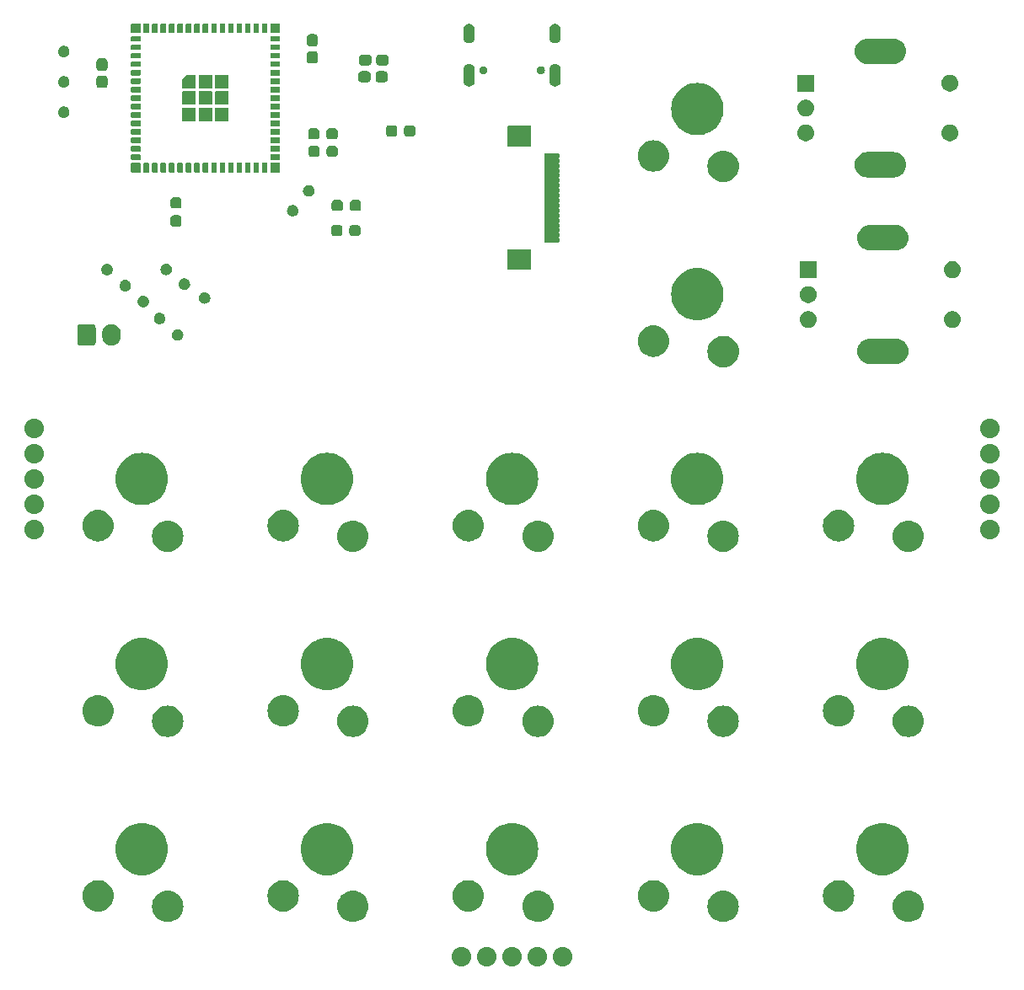
<source format=gbr>
%TF.GenerationSoftware,KiCad,Pcbnew,8.0.6*%
%TF.CreationDate,2025-02-04T14:10:00-07:00*%
%TF.ProjectId,Modular MacroPad,4d6f6475-6c61-4722-904d-6163726f5061,rev?*%
%TF.SameCoordinates,Original*%
%TF.FileFunction,Soldermask,Top*%
%TF.FilePolarity,Negative*%
%FSLAX46Y46*%
G04 Gerber Fmt 4.6, Leading zero omitted, Abs format (unit mm)*
G04 Created by KiCad (PCBNEW 8.0.6) date 2025-02-04 14:10:00*
%MOMM*%
%LPD*%
G01*
G04 APERTURE LIST*
G04 APERTURE END LIST*
G36*
X143342797Y-141135419D02*
G01*
X143526638Y-141191187D01*
X143696067Y-141281749D01*
X143844573Y-141403624D01*
X143966448Y-141552130D01*
X144057010Y-141721559D01*
X144112778Y-141905400D01*
X144131608Y-142096589D01*
X144112778Y-142287778D01*
X144057010Y-142471619D01*
X143966448Y-142641048D01*
X143844573Y-142789554D01*
X143696067Y-142911429D01*
X143526638Y-143001991D01*
X143342797Y-143057759D01*
X143151608Y-143076589D01*
X142960419Y-143057759D01*
X142776578Y-143001991D01*
X142607149Y-142911429D01*
X142458643Y-142789554D01*
X142336768Y-142641048D01*
X142246206Y-142471619D01*
X142190438Y-142287778D01*
X142171608Y-142096589D01*
X142190438Y-141905400D01*
X142246206Y-141721559D01*
X142336768Y-141552130D01*
X142458643Y-141403624D01*
X142607149Y-141281749D01*
X142776578Y-141191187D01*
X142960419Y-141135419D01*
X143151608Y-141116589D01*
X143342797Y-141135419D01*
G37*
G36*
X145882797Y-141135419D02*
G01*
X146066638Y-141191187D01*
X146236067Y-141281749D01*
X146384573Y-141403624D01*
X146506448Y-141552130D01*
X146597010Y-141721559D01*
X146652778Y-141905400D01*
X146671608Y-142096589D01*
X146652778Y-142287778D01*
X146597010Y-142471619D01*
X146506448Y-142641048D01*
X146384573Y-142789554D01*
X146236067Y-142911429D01*
X146066638Y-143001991D01*
X145882797Y-143057759D01*
X145691608Y-143076589D01*
X145500419Y-143057759D01*
X145316578Y-143001991D01*
X145147149Y-142911429D01*
X144998643Y-142789554D01*
X144876768Y-142641048D01*
X144786206Y-142471619D01*
X144730438Y-142287778D01*
X144711608Y-142096589D01*
X144730438Y-141905400D01*
X144786206Y-141721559D01*
X144876768Y-141552130D01*
X144998643Y-141403624D01*
X145147149Y-141281749D01*
X145316578Y-141191187D01*
X145500419Y-141135419D01*
X145691608Y-141116589D01*
X145882797Y-141135419D01*
G37*
G36*
X148422797Y-141135419D02*
G01*
X148606638Y-141191187D01*
X148776067Y-141281749D01*
X148924573Y-141403624D01*
X149046448Y-141552130D01*
X149137010Y-141721559D01*
X149192778Y-141905400D01*
X149211608Y-142096589D01*
X149192778Y-142287778D01*
X149137010Y-142471619D01*
X149046448Y-142641048D01*
X148924573Y-142789554D01*
X148776067Y-142911429D01*
X148606638Y-143001991D01*
X148422797Y-143057759D01*
X148231608Y-143076589D01*
X148040419Y-143057759D01*
X147856578Y-143001991D01*
X147687149Y-142911429D01*
X147538643Y-142789554D01*
X147416768Y-142641048D01*
X147326206Y-142471619D01*
X147270438Y-142287778D01*
X147251608Y-142096589D01*
X147270438Y-141905400D01*
X147326206Y-141721559D01*
X147416768Y-141552130D01*
X147538643Y-141403624D01*
X147687149Y-141281749D01*
X147856578Y-141191187D01*
X148040419Y-141135419D01*
X148231608Y-141116589D01*
X148422797Y-141135419D01*
G37*
G36*
X150962797Y-141135419D02*
G01*
X151146638Y-141191187D01*
X151316067Y-141281749D01*
X151464573Y-141403624D01*
X151586448Y-141552130D01*
X151677010Y-141721559D01*
X151732778Y-141905400D01*
X151751608Y-142096589D01*
X151732778Y-142287778D01*
X151677010Y-142471619D01*
X151586448Y-142641048D01*
X151464573Y-142789554D01*
X151316067Y-142911429D01*
X151146638Y-143001991D01*
X150962797Y-143057759D01*
X150771608Y-143076589D01*
X150580419Y-143057759D01*
X150396578Y-143001991D01*
X150227149Y-142911429D01*
X150078643Y-142789554D01*
X149956768Y-142641048D01*
X149866206Y-142471619D01*
X149810438Y-142287778D01*
X149791608Y-142096589D01*
X149810438Y-141905400D01*
X149866206Y-141721559D01*
X149956768Y-141552130D01*
X150078643Y-141403624D01*
X150227149Y-141281749D01*
X150396578Y-141191187D01*
X150580419Y-141135419D01*
X150771608Y-141116589D01*
X150962797Y-141135419D01*
G37*
G36*
X153502797Y-141135419D02*
G01*
X153686638Y-141191187D01*
X153856067Y-141281749D01*
X154004573Y-141403624D01*
X154126448Y-141552130D01*
X154217010Y-141721559D01*
X154272778Y-141905400D01*
X154291608Y-142096589D01*
X154272778Y-142287778D01*
X154217010Y-142471619D01*
X154126448Y-142641048D01*
X154004573Y-142789554D01*
X153856067Y-142911429D01*
X153686638Y-143001991D01*
X153502797Y-143057759D01*
X153311608Y-143076589D01*
X153120419Y-143057759D01*
X152936578Y-143001991D01*
X152767149Y-142911429D01*
X152618643Y-142789554D01*
X152496768Y-142641048D01*
X152406206Y-142471619D01*
X152350438Y-142287778D01*
X152331608Y-142096589D01*
X152350438Y-141905400D01*
X152406206Y-141721559D01*
X152496768Y-141552130D01*
X152618643Y-141403624D01*
X152767149Y-141281749D01*
X152936578Y-141191187D01*
X153120419Y-141135419D01*
X153311608Y-141116589D01*
X153502797Y-141135419D01*
G37*
G36*
X113888956Y-135473060D02*
G01*
X114130037Y-135530939D01*
X114359095Y-135625818D01*
X114570491Y-135755361D01*
X114759019Y-135916379D01*
X114920037Y-136104907D01*
X115049580Y-136316303D01*
X115144459Y-136545361D01*
X115202338Y-136786442D01*
X115221790Y-137033608D01*
X115202338Y-137280774D01*
X115144459Y-137521855D01*
X115049580Y-137750913D01*
X114920037Y-137962309D01*
X114759019Y-138150837D01*
X114570491Y-138311855D01*
X114359095Y-138441398D01*
X114130037Y-138536277D01*
X113888956Y-138594156D01*
X113641790Y-138613608D01*
X113394624Y-138594156D01*
X113153543Y-138536277D01*
X112924485Y-138441398D01*
X112713089Y-138311855D01*
X112524561Y-138150837D01*
X112363543Y-137962309D01*
X112234000Y-137750913D01*
X112139121Y-137521855D01*
X112081242Y-137280774D01*
X112061790Y-137033608D01*
X112081242Y-136786442D01*
X112139121Y-136545361D01*
X112234000Y-136316303D01*
X112363543Y-136104907D01*
X112524561Y-135916379D01*
X112713089Y-135755361D01*
X112924485Y-135625818D01*
X113153543Y-135530939D01*
X113394624Y-135473060D01*
X113641790Y-135453608D01*
X113888956Y-135473060D01*
G37*
G36*
X132488956Y-135473060D02*
G01*
X132730037Y-135530939D01*
X132959095Y-135625818D01*
X133170491Y-135755361D01*
X133359019Y-135916379D01*
X133520037Y-136104907D01*
X133649580Y-136316303D01*
X133744459Y-136545361D01*
X133802338Y-136786442D01*
X133821790Y-137033608D01*
X133802338Y-137280774D01*
X133744459Y-137521855D01*
X133649580Y-137750913D01*
X133520037Y-137962309D01*
X133359019Y-138150837D01*
X133170491Y-138311855D01*
X132959095Y-138441398D01*
X132730037Y-138536277D01*
X132488956Y-138594156D01*
X132241790Y-138613608D01*
X131994624Y-138594156D01*
X131753543Y-138536277D01*
X131524485Y-138441398D01*
X131313089Y-138311855D01*
X131124561Y-138150837D01*
X130963543Y-137962309D01*
X130834000Y-137750913D01*
X130739121Y-137521855D01*
X130681242Y-137280774D01*
X130661790Y-137033608D01*
X130681242Y-136786442D01*
X130739121Y-136545361D01*
X130834000Y-136316303D01*
X130963543Y-136104907D01*
X131124561Y-135916379D01*
X131313089Y-135755361D01*
X131524485Y-135625818D01*
X131753543Y-135530939D01*
X131994624Y-135473060D01*
X132241790Y-135453608D01*
X132488956Y-135473060D01*
G37*
G36*
X151088956Y-135473060D02*
G01*
X151330037Y-135530939D01*
X151559095Y-135625818D01*
X151770491Y-135755361D01*
X151959019Y-135916379D01*
X152120037Y-136104907D01*
X152249580Y-136316303D01*
X152344459Y-136545361D01*
X152402338Y-136786442D01*
X152421790Y-137033608D01*
X152402338Y-137280774D01*
X152344459Y-137521855D01*
X152249580Y-137750913D01*
X152120037Y-137962309D01*
X151959019Y-138150837D01*
X151770491Y-138311855D01*
X151559095Y-138441398D01*
X151330037Y-138536277D01*
X151088956Y-138594156D01*
X150841790Y-138613608D01*
X150594624Y-138594156D01*
X150353543Y-138536277D01*
X150124485Y-138441398D01*
X149913089Y-138311855D01*
X149724561Y-138150837D01*
X149563543Y-137962309D01*
X149434000Y-137750913D01*
X149339121Y-137521855D01*
X149281242Y-137280774D01*
X149261790Y-137033608D01*
X149281242Y-136786442D01*
X149339121Y-136545361D01*
X149434000Y-136316303D01*
X149563543Y-136104907D01*
X149724561Y-135916379D01*
X149913089Y-135755361D01*
X150124485Y-135625818D01*
X150353543Y-135530939D01*
X150594624Y-135473060D01*
X150841790Y-135453608D01*
X151088956Y-135473060D01*
G37*
G36*
X169688956Y-135473060D02*
G01*
X169930037Y-135530939D01*
X170159095Y-135625818D01*
X170370491Y-135755361D01*
X170559019Y-135916379D01*
X170720037Y-136104907D01*
X170849580Y-136316303D01*
X170944459Y-136545361D01*
X171002338Y-136786442D01*
X171021790Y-137033608D01*
X171002338Y-137280774D01*
X170944459Y-137521855D01*
X170849580Y-137750913D01*
X170720037Y-137962309D01*
X170559019Y-138150837D01*
X170370491Y-138311855D01*
X170159095Y-138441398D01*
X169930037Y-138536277D01*
X169688956Y-138594156D01*
X169441790Y-138613608D01*
X169194624Y-138594156D01*
X168953543Y-138536277D01*
X168724485Y-138441398D01*
X168513089Y-138311855D01*
X168324561Y-138150837D01*
X168163543Y-137962309D01*
X168034000Y-137750913D01*
X167939121Y-137521855D01*
X167881242Y-137280774D01*
X167861790Y-137033608D01*
X167881242Y-136786442D01*
X167939121Y-136545361D01*
X168034000Y-136316303D01*
X168163543Y-136104907D01*
X168324561Y-135916379D01*
X168513089Y-135755361D01*
X168724485Y-135625818D01*
X168953543Y-135530939D01*
X169194624Y-135473060D01*
X169441790Y-135453608D01*
X169688956Y-135473060D01*
G37*
G36*
X188288956Y-135473060D02*
G01*
X188530037Y-135530939D01*
X188759095Y-135625818D01*
X188970491Y-135755361D01*
X189159019Y-135916379D01*
X189320037Y-136104907D01*
X189449580Y-136316303D01*
X189544459Y-136545361D01*
X189602338Y-136786442D01*
X189621790Y-137033608D01*
X189602338Y-137280774D01*
X189544459Y-137521855D01*
X189449580Y-137750913D01*
X189320037Y-137962309D01*
X189159019Y-138150837D01*
X188970491Y-138311855D01*
X188759095Y-138441398D01*
X188530037Y-138536277D01*
X188288956Y-138594156D01*
X188041790Y-138613608D01*
X187794624Y-138594156D01*
X187553543Y-138536277D01*
X187324485Y-138441398D01*
X187113089Y-138311855D01*
X186924561Y-138150837D01*
X186763543Y-137962309D01*
X186634000Y-137750913D01*
X186539121Y-137521855D01*
X186481242Y-137280774D01*
X186461790Y-137033608D01*
X186481242Y-136786442D01*
X186539121Y-136545361D01*
X186634000Y-136316303D01*
X186763543Y-136104907D01*
X186924561Y-135916379D01*
X187113089Y-135755361D01*
X187324485Y-135625818D01*
X187553543Y-135530939D01*
X187794624Y-135473060D01*
X188041790Y-135453608D01*
X188288956Y-135473060D01*
G37*
G36*
X106888956Y-134423060D02*
G01*
X107130037Y-134480939D01*
X107359095Y-134575818D01*
X107570491Y-134705361D01*
X107759019Y-134866379D01*
X107920037Y-135054907D01*
X108049580Y-135266303D01*
X108144459Y-135495361D01*
X108202338Y-135736442D01*
X108221790Y-135983608D01*
X108202338Y-136230774D01*
X108144459Y-136471855D01*
X108049580Y-136700913D01*
X107920037Y-136912309D01*
X107759019Y-137100837D01*
X107570491Y-137261855D01*
X107359095Y-137391398D01*
X107130037Y-137486277D01*
X106888956Y-137544156D01*
X106641790Y-137563608D01*
X106394624Y-137544156D01*
X106153543Y-137486277D01*
X105924485Y-137391398D01*
X105713089Y-137261855D01*
X105524561Y-137100837D01*
X105363543Y-136912309D01*
X105234000Y-136700913D01*
X105139121Y-136471855D01*
X105081242Y-136230774D01*
X105061790Y-135983608D01*
X105081242Y-135736442D01*
X105139121Y-135495361D01*
X105234000Y-135266303D01*
X105363543Y-135054907D01*
X105524561Y-134866379D01*
X105713089Y-134705361D01*
X105924485Y-134575818D01*
X106153543Y-134480939D01*
X106394624Y-134423060D01*
X106641790Y-134403608D01*
X106888956Y-134423060D01*
G37*
G36*
X125488956Y-134423060D02*
G01*
X125730037Y-134480939D01*
X125959095Y-134575818D01*
X126170491Y-134705361D01*
X126359019Y-134866379D01*
X126520037Y-135054907D01*
X126649580Y-135266303D01*
X126744459Y-135495361D01*
X126802338Y-135736442D01*
X126821790Y-135983608D01*
X126802338Y-136230774D01*
X126744459Y-136471855D01*
X126649580Y-136700913D01*
X126520037Y-136912309D01*
X126359019Y-137100837D01*
X126170491Y-137261855D01*
X125959095Y-137391398D01*
X125730037Y-137486277D01*
X125488956Y-137544156D01*
X125241790Y-137563608D01*
X124994624Y-137544156D01*
X124753543Y-137486277D01*
X124524485Y-137391398D01*
X124313089Y-137261855D01*
X124124561Y-137100837D01*
X123963543Y-136912309D01*
X123834000Y-136700913D01*
X123739121Y-136471855D01*
X123681242Y-136230774D01*
X123661790Y-135983608D01*
X123681242Y-135736442D01*
X123739121Y-135495361D01*
X123834000Y-135266303D01*
X123963543Y-135054907D01*
X124124561Y-134866379D01*
X124313089Y-134705361D01*
X124524485Y-134575818D01*
X124753543Y-134480939D01*
X124994624Y-134423060D01*
X125241790Y-134403608D01*
X125488956Y-134423060D01*
G37*
G36*
X144088956Y-134423060D02*
G01*
X144330037Y-134480939D01*
X144559095Y-134575818D01*
X144770491Y-134705361D01*
X144959019Y-134866379D01*
X145120037Y-135054907D01*
X145249580Y-135266303D01*
X145344459Y-135495361D01*
X145402338Y-135736442D01*
X145421790Y-135983608D01*
X145402338Y-136230774D01*
X145344459Y-136471855D01*
X145249580Y-136700913D01*
X145120037Y-136912309D01*
X144959019Y-137100837D01*
X144770491Y-137261855D01*
X144559095Y-137391398D01*
X144330037Y-137486277D01*
X144088956Y-137544156D01*
X143841790Y-137563608D01*
X143594624Y-137544156D01*
X143353543Y-137486277D01*
X143124485Y-137391398D01*
X142913089Y-137261855D01*
X142724561Y-137100837D01*
X142563543Y-136912309D01*
X142434000Y-136700913D01*
X142339121Y-136471855D01*
X142281242Y-136230774D01*
X142261790Y-135983608D01*
X142281242Y-135736442D01*
X142339121Y-135495361D01*
X142434000Y-135266303D01*
X142563543Y-135054907D01*
X142724561Y-134866379D01*
X142913089Y-134705361D01*
X143124485Y-134575818D01*
X143353543Y-134480939D01*
X143594624Y-134423060D01*
X143841790Y-134403608D01*
X144088956Y-134423060D01*
G37*
G36*
X162688956Y-134423060D02*
G01*
X162930037Y-134480939D01*
X163159095Y-134575818D01*
X163370491Y-134705361D01*
X163559019Y-134866379D01*
X163720037Y-135054907D01*
X163849580Y-135266303D01*
X163944459Y-135495361D01*
X164002338Y-135736442D01*
X164021790Y-135983608D01*
X164002338Y-136230774D01*
X163944459Y-136471855D01*
X163849580Y-136700913D01*
X163720037Y-136912309D01*
X163559019Y-137100837D01*
X163370491Y-137261855D01*
X163159095Y-137391398D01*
X162930037Y-137486277D01*
X162688956Y-137544156D01*
X162441790Y-137563608D01*
X162194624Y-137544156D01*
X161953543Y-137486277D01*
X161724485Y-137391398D01*
X161513089Y-137261855D01*
X161324561Y-137100837D01*
X161163543Y-136912309D01*
X161034000Y-136700913D01*
X160939121Y-136471855D01*
X160881242Y-136230774D01*
X160861790Y-135983608D01*
X160881242Y-135736442D01*
X160939121Y-135495361D01*
X161034000Y-135266303D01*
X161163543Y-135054907D01*
X161324561Y-134866379D01*
X161513089Y-134705361D01*
X161724485Y-134575818D01*
X161953543Y-134480939D01*
X162194624Y-134423060D01*
X162441790Y-134403608D01*
X162688956Y-134423060D01*
G37*
G36*
X181288956Y-134423060D02*
G01*
X181530037Y-134480939D01*
X181759095Y-134575818D01*
X181970491Y-134705361D01*
X182159019Y-134866379D01*
X182320037Y-135054907D01*
X182449580Y-135266303D01*
X182544459Y-135495361D01*
X182602338Y-135736442D01*
X182621790Y-135983608D01*
X182602338Y-136230774D01*
X182544459Y-136471855D01*
X182449580Y-136700913D01*
X182320037Y-136912309D01*
X182159019Y-137100837D01*
X181970491Y-137261855D01*
X181759095Y-137391398D01*
X181530037Y-137486277D01*
X181288956Y-137544156D01*
X181041790Y-137563608D01*
X180794624Y-137544156D01*
X180553543Y-137486277D01*
X180324485Y-137391398D01*
X180113089Y-137261855D01*
X179924561Y-137100837D01*
X179763543Y-136912309D01*
X179634000Y-136700913D01*
X179539121Y-136471855D01*
X179481242Y-136230774D01*
X179461790Y-135983608D01*
X179481242Y-135736442D01*
X179539121Y-135495361D01*
X179634000Y-135266303D01*
X179763543Y-135054907D01*
X179924561Y-134866379D01*
X180113089Y-134705361D01*
X180324485Y-134575818D01*
X180553543Y-134480939D01*
X180794624Y-134423060D01*
X181041790Y-134403608D01*
X181288956Y-134423060D01*
G37*
G36*
X111358801Y-128672784D02*
G01*
X111671190Y-128730031D01*
X111974401Y-128824515D01*
X112264012Y-128954859D01*
X112535800Y-129119160D01*
X112785803Y-129315025D01*
X113010373Y-129539595D01*
X113206238Y-129789598D01*
X113370539Y-130061386D01*
X113500883Y-130350997D01*
X113595367Y-130654208D01*
X113652614Y-130966597D01*
X113671790Y-131283608D01*
X113652614Y-131600619D01*
X113595367Y-131913008D01*
X113500883Y-132216219D01*
X113370539Y-132505830D01*
X113206238Y-132777618D01*
X113010373Y-133027621D01*
X112785803Y-133252191D01*
X112535800Y-133448056D01*
X112264012Y-133612357D01*
X111974401Y-133742701D01*
X111671190Y-133837185D01*
X111358801Y-133894432D01*
X111041790Y-133913608D01*
X110724779Y-133894432D01*
X110412390Y-133837185D01*
X110109179Y-133742701D01*
X109819568Y-133612357D01*
X109547780Y-133448056D01*
X109297777Y-133252191D01*
X109073207Y-133027621D01*
X108877342Y-132777618D01*
X108713041Y-132505830D01*
X108582697Y-132216219D01*
X108488213Y-131913008D01*
X108430966Y-131600619D01*
X108411790Y-131283608D01*
X108430966Y-130966597D01*
X108488213Y-130654208D01*
X108582697Y-130350997D01*
X108713041Y-130061386D01*
X108877342Y-129789598D01*
X109073207Y-129539595D01*
X109297777Y-129315025D01*
X109547780Y-129119160D01*
X109819568Y-128954859D01*
X110109179Y-128824515D01*
X110412390Y-128730031D01*
X110724779Y-128672784D01*
X111041790Y-128653608D01*
X111358801Y-128672784D01*
G37*
G36*
X129958801Y-128672784D02*
G01*
X130271190Y-128730031D01*
X130574401Y-128824515D01*
X130864012Y-128954859D01*
X131135800Y-129119160D01*
X131385803Y-129315025D01*
X131610373Y-129539595D01*
X131806238Y-129789598D01*
X131970539Y-130061386D01*
X132100883Y-130350997D01*
X132195367Y-130654208D01*
X132252614Y-130966597D01*
X132271790Y-131283608D01*
X132252614Y-131600619D01*
X132195367Y-131913008D01*
X132100883Y-132216219D01*
X131970539Y-132505830D01*
X131806238Y-132777618D01*
X131610373Y-133027621D01*
X131385803Y-133252191D01*
X131135800Y-133448056D01*
X130864012Y-133612357D01*
X130574401Y-133742701D01*
X130271190Y-133837185D01*
X129958801Y-133894432D01*
X129641790Y-133913608D01*
X129324779Y-133894432D01*
X129012390Y-133837185D01*
X128709179Y-133742701D01*
X128419568Y-133612357D01*
X128147780Y-133448056D01*
X127897777Y-133252191D01*
X127673207Y-133027621D01*
X127477342Y-132777618D01*
X127313041Y-132505830D01*
X127182697Y-132216219D01*
X127088213Y-131913008D01*
X127030966Y-131600619D01*
X127011790Y-131283608D01*
X127030966Y-130966597D01*
X127088213Y-130654208D01*
X127182697Y-130350997D01*
X127313041Y-130061386D01*
X127477342Y-129789598D01*
X127673207Y-129539595D01*
X127897777Y-129315025D01*
X128147780Y-129119160D01*
X128419568Y-128954859D01*
X128709179Y-128824515D01*
X129012390Y-128730031D01*
X129324779Y-128672784D01*
X129641790Y-128653608D01*
X129958801Y-128672784D01*
G37*
G36*
X148558801Y-128672784D02*
G01*
X148871190Y-128730031D01*
X149174401Y-128824515D01*
X149464012Y-128954859D01*
X149735800Y-129119160D01*
X149985803Y-129315025D01*
X150210373Y-129539595D01*
X150406238Y-129789598D01*
X150570539Y-130061386D01*
X150700883Y-130350997D01*
X150795367Y-130654208D01*
X150852614Y-130966597D01*
X150871790Y-131283608D01*
X150852614Y-131600619D01*
X150795367Y-131913008D01*
X150700883Y-132216219D01*
X150570539Y-132505830D01*
X150406238Y-132777618D01*
X150210373Y-133027621D01*
X149985803Y-133252191D01*
X149735800Y-133448056D01*
X149464012Y-133612357D01*
X149174401Y-133742701D01*
X148871190Y-133837185D01*
X148558801Y-133894432D01*
X148241790Y-133913608D01*
X147924779Y-133894432D01*
X147612390Y-133837185D01*
X147309179Y-133742701D01*
X147019568Y-133612357D01*
X146747780Y-133448056D01*
X146497777Y-133252191D01*
X146273207Y-133027621D01*
X146077342Y-132777618D01*
X145913041Y-132505830D01*
X145782697Y-132216219D01*
X145688213Y-131913008D01*
X145630966Y-131600619D01*
X145611790Y-131283608D01*
X145630966Y-130966597D01*
X145688213Y-130654208D01*
X145782697Y-130350997D01*
X145913041Y-130061386D01*
X146077342Y-129789598D01*
X146273207Y-129539595D01*
X146497777Y-129315025D01*
X146747780Y-129119160D01*
X147019568Y-128954859D01*
X147309179Y-128824515D01*
X147612390Y-128730031D01*
X147924779Y-128672784D01*
X148241790Y-128653608D01*
X148558801Y-128672784D01*
G37*
G36*
X167158801Y-128672784D02*
G01*
X167471190Y-128730031D01*
X167774401Y-128824515D01*
X168064012Y-128954859D01*
X168335800Y-129119160D01*
X168585803Y-129315025D01*
X168810373Y-129539595D01*
X169006238Y-129789598D01*
X169170539Y-130061386D01*
X169300883Y-130350997D01*
X169395367Y-130654208D01*
X169452614Y-130966597D01*
X169471790Y-131283608D01*
X169452614Y-131600619D01*
X169395367Y-131913008D01*
X169300883Y-132216219D01*
X169170539Y-132505830D01*
X169006238Y-132777618D01*
X168810373Y-133027621D01*
X168585803Y-133252191D01*
X168335800Y-133448056D01*
X168064012Y-133612357D01*
X167774401Y-133742701D01*
X167471190Y-133837185D01*
X167158801Y-133894432D01*
X166841790Y-133913608D01*
X166524779Y-133894432D01*
X166212390Y-133837185D01*
X165909179Y-133742701D01*
X165619568Y-133612357D01*
X165347780Y-133448056D01*
X165097777Y-133252191D01*
X164873207Y-133027621D01*
X164677342Y-132777618D01*
X164513041Y-132505830D01*
X164382697Y-132216219D01*
X164288213Y-131913008D01*
X164230966Y-131600619D01*
X164211790Y-131283608D01*
X164230966Y-130966597D01*
X164288213Y-130654208D01*
X164382697Y-130350997D01*
X164513041Y-130061386D01*
X164677342Y-129789598D01*
X164873207Y-129539595D01*
X165097777Y-129315025D01*
X165347780Y-129119160D01*
X165619568Y-128954859D01*
X165909179Y-128824515D01*
X166212390Y-128730031D01*
X166524779Y-128672784D01*
X166841790Y-128653608D01*
X167158801Y-128672784D01*
G37*
G36*
X185758801Y-128672784D02*
G01*
X186071190Y-128730031D01*
X186374401Y-128824515D01*
X186664012Y-128954859D01*
X186935800Y-129119160D01*
X187185803Y-129315025D01*
X187410373Y-129539595D01*
X187606238Y-129789598D01*
X187770539Y-130061386D01*
X187900883Y-130350997D01*
X187995367Y-130654208D01*
X188052614Y-130966597D01*
X188071790Y-131283608D01*
X188052614Y-131600619D01*
X187995367Y-131913008D01*
X187900883Y-132216219D01*
X187770539Y-132505830D01*
X187606238Y-132777618D01*
X187410373Y-133027621D01*
X187185803Y-133252191D01*
X186935800Y-133448056D01*
X186664012Y-133612357D01*
X186374401Y-133742701D01*
X186071190Y-133837185D01*
X185758801Y-133894432D01*
X185441790Y-133913608D01*
X185124779Y-133894432D01*
X184812390Y-133837185D01*
X184509179Y-133742701D01*
X184219568Y-133612357D01*
X183947780Y-133448056D01*
X183697777Y-133252191D01*
X183473207Y-133027621D01*
X183277342Y-132777618D01*
X183113041Y-132505830D01*
X182982697Y-132216219D01*
X182888213Y-131913008D01*
X182830966Y-131600619D01*
X182811790Y-131283608D01*
X182830966Y-130966597D01*
X182888213Y-130654208D01*
X182982697Y-130350997D01*
X183113041Y-130061386D01*
X183277342Y-129789598D01*
X183473207Y-129539595D01*
X183697777Y-129315025D01*
X183947780Y-129119160D01*
X184219568Y-128954859D01*
X184509179Y-128824515D01*
X184812390Y-128730031D01*
X185124779Y-128672784D01*
X185441790Y-128653608D01*
X185758801Y-128672784D01*
G37*
G36*
X113888956Y-116873060D02*
G01*
X114130037Y-116930939D01*
X114359095Y-117025818D01*
X114570491Y-117155361D01*
X114759019Y-117316379D01*
X114920037Y-117504907D01*
X115049580Y-117716303D01*
X115144459Y-117945361D01*
X115202338Y-118186442D01*
X115221790Y-118433608D01*
X115202338Y-118680774D01*
X115144459Y-118921855D01*
X115049580Y-119150913D01*
X114920037Y-119362309D01*
X114759019Y-119550837D01*
X114570491Y-119711855D01*
X114359095Y-119841398D01*
X114130037Y-119936277D01*
X113888956Y-119994156D01*
X113641790Y-120013608D01*
X113394624Y-119994156D01*
X113153543Y-119936277D01*
X112924485Y-119841398D01*
X112713089Y-119711855D01*
X112524561Y-119550837D01*
X112363543Y-119362309D01*
X112234000Y-119150913D01*
X112139121Y-118921855D01*
X112081242Y-118680774D01*
X112061790Y-118433608D01*
X112081242Y-118186442D01*
X112139121Y-117945361D01*
X112234000Y-117716303D01*
X112363543Y-117504907D01*
X112524561Y-117316379D01*
X112713089Y-117155361D01*
X112924485Y-117025818D01*
X113153543Y-116930939D01*
X113394624Y-116873060D01*
X113641790Y-116853608D01*
X113888956Y-116873060D01*
G37*
G36*
X132488956Y-116873060D02*
G01*
X132730037Y-116930939D01*
X132959095Y-117025818D01*
X133170491Y-117155361D01*
X133359019Y-117316379D01*
X133520037Y-117504907D01*
X133649580Y-117716303D01*
X133744459Y-117945361D01*
X133802338Y-118186442D01*
X133821790Y-118433608D01*
X133802338Y-118680774D01*
X133744459Y-118921855D01*
X133649580Y-119150913D01*
X133520037Y-119362309D01*
X133359019Y-119550837D01*
X133170491Y-119711855D01*
X132959095Y-119841398D01*
X132730037Y-119936277D01*
X132488956Y-119994156D01*
X132241790Y-120013608D01*
X131994624Y-119994156D01*
X131753543Y-119936277D01*
X131524485Y-119841398D01*
X131313089Y-119711855D01*
X131124561Y-119550837D01*
X130963543Y-119362309D01*
X130834000Y-119150913D01*
X130739121Y-118921855D01*
X130681242Y-118680774D01*
X130661790Y-118433608D01*
X130681242Y-118186442D01*
X130739121Y-117945361D01*
X130834000Y-117716303D01*
X130963543Y-117504907D01*
X131124561Y-117316379D01*
X131313089Y-117155361D01*
X131524485Y-117025818D01*
X131753543Y-116930939D01*
X131994624Y-116873060D01*
X132241790Y-116853608D01*
X132488956Y-116873060D01*
G37*
G36*
X151088956Y-116873060D02*
G01*
X151330037Y-116930939D01*
X151559095Y-117025818D01*
X151770491Y-117155361D01*
X151959019Y-117316379D01*
X152120037Y-117504907D01*
X152249580Y-117716303D01*
X152344459Y-117945361D01*
X152402338Y-118186442D01*
X152421790Y-118433608D01*
X152402338Y-118680774D01*
X152344459Y-118921855D01*
X152249580Y-119150913D01*
X152120037Y-119362309D01*
X151959019Y-119550837D01*
X151770491Y-119711855D01*
X151559095Y-119841398D01*
X151330037Y-119936277D01*
X151088956Y-119994156D01*
X150841790Y-120013608D01*
X150594624Y-119994156D01*
X150353543Y-119936277D01*
X150124485Y-119841398D01*
X149913089Y-119711855D01*
X149724561Y-119550837D01*
X149563543Y-119362309D01*
X149434000Y-119150913D01*
X149339121Y-118921855D01*
X149281242Y-118680774D01*
X149261790Y-118433608D01*
X149281242Y-118186442D01*
X149339121Y-117945361D01*
X149434000Y-117716303D01*
X149563543Y-117504907D01*
X149724561Y-117316379D01*
X149913089Y-117155361D01*
X150124485Y-117025818D01*
X150353543Y-116930939D01*
X150594624Y-116873060D01*
X150841790Y-116853608D01*
X151088956Y-116873060D01*
G37*
G36*
X169688956Y-116873060D02*
G01*
X169930037Y-116930939D01*
X170159095Y-117025818D01*
X170370491Y-117155361D01*
X170559019Y-117316379D01*
X170720037Y-117504907D01*
X170849580Y-117716303D01*
X170944459Y-117945361D01*
X171002338Y-118186442D01*
X171021790Y-118433608D01*
X171002338Y-118680774D01*
X170944459Y-118921855D01*
X170849580Y-119150913D01*
X170720037Y-119362309D01*
X170559019Y-119550837D01*
X170370491Y-119711855D01*
X170159095Y-119841398D01*
X169930037Y-119936277D01*
X169688956Y-119994156D01*
X169441790Y-120013608D01*
X169194624Y-119994156D01*
X168953543Y-119936277D01*
X168724485Y-119841398D01*
X168513089Y-119711855D01*
X168324561Y-119550837D01*
X168163543Y-119362309D01*
X168034000Y-119150913D01*
X167939121Y-118921855D01*
X167881242Y-118680774D01*
X167861790Y-118433608D01*
X167881242Y-118186442D01*
X167939121Y-117945361D01*
X168034000Y-117716303D01*
X168163543Y-117504907D01*
X168324561Y-117316379D01*
X168513089Y-117155361D01*
X168724485Y-117025818D01*
X168953543Y-116930939D01*
X169194624Y-116873060D01*
X169441790Y-116853608D01*
X169688956Y-116873060D01*
G37*
G36*
X188288956Y-116873060D02*
G01*
X188530037Y-116930939D01*
X188759095Y-117025818D01*
X188970491Y-117155361D01*
X189159019Y-117316379D01*
X189320037Y-117504907D01*
X189449580Y-117716303D01*
X189544459Y-117945361D01*
X189602338Y-118186442D01*
X189621790Y-118433608D01*
X189602338Y-118680774D01*
X189544459Y-118921855D01*
X189449580Y-119150913D01*
X189320037Y-119362309D01*
X189159019Y-119550837D01*
X188970491Y-119711855D01*
X188759095Y-119841398D01*
X188530037Y-119936277D01*
X188288956Y-119994156D01*
X188041790Y-120013608D01*
X187794624Y-119994156D01*
X187553543Y-119936277D01*
X187324485Y-119841398D01*
X187113089Y-119711855D01*
X186924561Y-119550837D01*
X186763543Y-119362309D01*
X186634000Y-119150913D01*
X186539121Y-118921855D01*
X186481242Y-118680774D01*
X186461790Y-118433608D01*
X186481242Y-118186442D01*
X186539121Y-117945361D01*
X186634000Y-117716303D01*
X186763543Y-117504907D01*
X186924561Y-117316379D01*
X187113089Y-117155361D01*
X187324485Y-117025818D01*
X187553543Y-116930939D01*
X187794624Y-116873060D01*
X188041790Y-116853608D01*
X188288956Y-116873060D01*
G37*
G36*
X106888956Y-115823060D02*
G01*
X107130037Y-115880939D01*
X107359095Y-115975818D01*
X107570491Y-116105361D01*
X107759019Y-116266379D01*
X107920037Y-116454907D01*
X108049580Y-116666303D01*
X108144459Y-116895361D01*
X108202338Y-117136442D01*
X108221790Y-117383608D01*
X108202338Y-117630774D01*
X108144459Y-117871855D01*
X108049580Y-118100913D01*
X107920037Y-118312309D01*
X107759019Y-118500837D01*
X107570491Y-118661855D01*
X107359095Y-118791398D01*
X107130037Y-118886277D01*
X106888956Y-118944156D01*
X106641790Y-118963608D01*
X106394624Y-118944156D01*
X106153543Y-118886277D01*
X105924485Y-118791398D01*
X105713089Y-118661855D01*
X105524561Y-118500837D01*
X105363543Y-118312309D01*
X105234000Y-118100913D01*
X105139121Y-117871855D01*
X105081242Y-117630774D01*
X105061790Y-117383608D01*
X105081242Y-117136442D01*
X105139121Y-116895361D01*
X105234000Y-116666303D01*
X105363543Y-116454907D01*
X105524561Y-116266379D01*
X105713089Y-116105361D01*
X105924485Y-115975818D01*
X106153543Y-115880939D01*
X106394624Y-115823060D01*
X106641790Y-115803608D01*
X106888956Y-115823060D01*
G37*
G36*
X125488956Y-115823060D02*
G01*
X125730037Y-115880939D01*
X125959095Y-115975818D01*
X126170491Y-116105361D01*
X126359019Y-116266379D01*
X126520037Y-116454907D01*
X126649580Y-116666303D01*
X126744459Y-116895361D01*
X126802338Y-117136442D01*
X126821790Y-117383608D01*
X126802338Y-117630774D01*
X126744459Y-117871855D01*
X126649580Y-118100913D01*
X126520037Y-118312309D01*
X126359019Y-118500837D01*
X126170491Y-118661855D01*
X125959095Y-118791398D01*
X125730037Y-118886277D01*
X125488956Y-118944156D01*
X125241790Y-118963608D01*
X124994624Y-118944156D01*
X124753543Y-118886277D01*
X124524485Y-118791398D01*
X124313089Y-118661855D01*
X124124561Y-118500837D01*
X123963543Y-118312309D01*
X123834000Y-118100913D01*
X123739121Y-117871855D01*
X123681242Y-117630774D01*
X123661790Y-117383608D01*
X123681242Y-117136442D01*
X123739121Y-116895361D01*
X123834000Y-116666303D01*
X123963543Y-116454907D01*
X124124561Y-116266379D01*
X124313089Y-116105361D01*
X124524485Y-115975818D01*
X124753543Y-115880939D01*
X124994624Y-115823060D01*
X125241790Y-115803608D01*
X125488956Y-115823060D01*
G37*
G36*
X144088956Y-115823060D02*
G01*
X144330037Y-115880939D01*
X144559095Y-115975818D01*
X144770491Y-116105361D01*
X144959019Y-116266379D01*
X145120037Y-116454907D01*
X145249580Y-116666303D01*
X145344459Y-116895361D01*
X145402338Y-117136442D01*
X145421790Y-117383608D01*
X145402338Y-117630774D01*
X145344459Y-117871855D01*
X145249580Y-118100913D01*
X145120037Y-118312309D01*
X144959019Y-118500837D01*
X144770491Y-118661855D01*
X144559095Y-118791398D01*
X144330037Y-118886277D01*
X144088956Y-118944156D01*
X143841790Y-118963608D01*
X143594624Y-118944156D01*
X143353543Y-118886277D01*
X143124485Y-118791398D01*
X142913089Y-118661855D01*
X142724561Y-118500837D01*
X142563543Y-118312309D01*
X142434000Y-118100913D01*
X142339121Y-117871855D01*
X142281242Y-117630774D01*
X142261790Y-117383608D01*
X142281242Y-117136442D01*
X142339121Y-116895361D01*
X142434000Y-116666303D01*
X142563543Y-116454907D01*
X142724561Y-116266379D01*
X142913089Y-116105361D01*
X143124485Y-115975818D01*
X143353543Y-115880939D01*
X143594624Y-115823060D01*
X143841790Y-115803608D01*
X144088956Y-115823060D01*
G37*
G36*
X162688956Y-115823060D02*
G01*
X162930037Y-115880939D01*
X163159095Y-115975818D01*
X163370491Y-116105361D01*
X163559019Y-116266379D01*
X163720037Y-116454907D01*
X163849580Y-116666303D01*
X163944459Y-116895361D01*
X164002338Y-117136442D01*
X164021790Y-117383608D01*
X164002338Y-117630774D01*
X163944459Y-117871855D01*
X163849580Y-118100913D01*
X163720037Y-118312309D01*
X163559019Y-118500837D01*
X163370491Y-118661855D01*
X163159095Y-118791398D01*
X162930037Y-118886277D01*
X162688956Y-118944156D01*
X162441790Y-118963608D01*
X162194624Y-118944156D01*
X161953543Y-118886277D01*
X161724485Y-118791398D01*
X161513089Y-118661855D01*
X161324561Y-118500837D01*
X161163543Y-118312309D01*
X161034000Y-118100913D01*
X160939121Y-117871855D01*
X160881242Y-117630774D01*
X160861790Y-117383608D01*
X160881242Y-117136442D01*
X160939121Y-116895361D01*
X161034000Y-116666303D01*
X161163543Y-116454907D01*
X161324561Y-116266379D01*
X161513089Y-116105361D01*
X161724485Y-115975818D01*
X161953543Y-115880939D01*
X162194624Y-115823060D01*
X162441790Y-115803608D01*
X162688956Y-115823060D01*
G37*
G36*
X181288956Y-115823060D02*
G01*
X181530037Y-115880939D01*
X181759095Y-115975818D01*
X181970491Y-116105361D01*
X182159019Y-116266379D01*
X182320037Y-116454907D01*
X182449580Y-116666303D01*
X182544459Y-116895361D01*
X182602338Y-117136442D01*
X182621790Y-117383608D01*
X182602338Y-117630774D01*
X182544459Y-117871855D01*
X182449580Y-118100913D01*
X182320037Y-118312309D01*
X182159019Y-118500837D01*
X181970491Y-118661855D01*
X181759095Y-118791398D01*
X181530037Y-118886277D01*
X181288956Y-118944156D01*
X181041790Y-118963608D01*
X180794624Y-118944156D01*
X180553543Y-118886277D01*
X180324485Y-118791398D01*
X180113089Y-118661855D01*
X179924561Y-118500837D01*
X179763543Y-118312309D01*
X179634000Y-118100913D01*
X179539121Y-117871855D01*
X179481242Y-117630774D01*
X179461790Y-117383608D01*
X179481242Y-117136442D01*
X179539121Y-116895361D01*
X179634000Y-116666303D01*
X179763543Y-116454907D01*
X179924561Y-116266379D01*
X180113089Y-116105361D01*
X180324485Y-115975818D01*
X180553543Y-115880939D01*
X180794624Y-115823060D01*
X181041790Y-115803608D01*
X181288956Y-115823060D01*
G37*
G36*
X111358801Y-110072784D02*
G01*
X111671190Y-110130031D01*
X111974401Y-110224515D01*
X112264012Y-110354859D01*
X112535800Y-110519160D01*
X112785803Y-110715025D01*
X113010373Y-110939595D01*
X113206238Y-111189598D01*
X113370539Y-111461386D01*
X113500883Y-111750997D01*
X113595367Y-112054208D01*
X113652614Y-112366597D01*
X113671790Y-112683608D01*
X113652614Y-113000619D01*
X113595367Y-113313008D01*
X113500883Y-113616219D01*
X113370539Y-113905830D01*
X113206238Y-114177618D01*
X113010373Y-114427621D01*
X112785803Y-114652191D01*
X112535800Y-114848056D01*
X112264012Y-115012357D01*
X111974401Y-115142701D01*
X111671190Y-115237185D01*
X111358801Y-115294432D01*
X111041790Y-115313608D01*
X110724779Y-115294432D01*
X110412390Y-115237185D01*
X110109179Y-115142701D01*
X109819568Y-115012357D01*
X109547780Y-114848056D01*
X109297777Y-114652191D01*
X109073207Y-114427621D01*
X108877342Y-114177618D01*
X108713041Y-113905830D01*
X108582697Y-113616219D01*
X108488213Y-113313008D01*
X108430966Y-113000619D01*
X108411790Y-112683608D01*
X108430966Y-112366597D01*
X108488213Y-112054208D01*
X108582697Y-111750997D01*
X108713041Y-111461386D01*
X108877342Y-111189598D01*
X109073207Y-110939595D01*
X109297777Y-110715025D01*
X109547780Y-110519160D01*
X109819568Y-110354859D01*
X110109179Y-110224515D01*
X110412390Y-110130031D01*
X110724779Y-110072784D01*
X111041790Y-110053608D01*
X111358801Y-110072784D01*
G37*
G36*
X129958801Y-110072784D02*
G01*
X130271190Y-110130031D01*
X130574401Y-110224515D01*
X130864012Y-110354859D01*
X131135800Y-110519160D01*
X131385803Y-110715025D01*
X131610373Y-110939595D01*
X131806238Y-111189598D01*
X131970539Y-111461386D01*
X132100883Y-111750997D01*
X132195367Y-112054208D01*
X132252614Y-112366597D01*
X132271790Y-112683608D01*
X132252614Y-113000619D01*
X132195367Y-113313008D01*
X132100883Y-113616219D01*
X131970539Y-113905830D01*
X131806238Y-114177618D01*
X131610373Y-114427621D01*
X131385803Y-114652191D01*
X131135800Y-114848056D01*
X130864012Y-115012357D01*
X130574401Y-115142701D01*
X130271190Y-115237185D01*
X129958801Y-115294432D01*
X129641790Y-115313608D01*
X129324779Y-115294432D01*
X129012390Y-115237185D01*
X128709179Y-115142701D01*
X128419568Y-115012357D01*
X128147780Y-114848056D01*
X127897777Y-114652191D01*
X127673207Y-114427621D01*
X127477342Y-114177618D01*
X127313041Y-113905830D01*
X127182697Y-113616219D01*
X127088213Y-113313008D01*
X127030966Y-113000619D01*
X127011790Y-112683608D01*
X127030966Y-112366597D01*
X127088213Y-112054208D01*
X127182697Y-111750997D01*
X127313041Y-111461386D01*
X127477342Y-111189598D01*
X127673207Y-110939595D01*
X127897777Y-110715025D01*
X128147780Y-110519160D01*
X128419568Y-110354859D01*
X128709179Y-110224515D01*
X129012390Y-110130031D01*
X129324779Y-110072784D01*
X129641790Y-110053608D01*
X129958801Y-110072784D01*
G37*
G36*
X148558801Y-110072784D02*
G01*
X148871190Y-110130031D01*
X149174401Y-110224515D01*
X149464012Y-110354859D01*
X149735800Y-110519160D01*
X149985803Y-110715025D01*
X150210373Y-110939595D01*
X150406238Y-111189598D01*
X150570539Y-111461386D01*
X150700883Y-111750997D01*
X150795367Y-112054208D01*
X150852614Y-112366597D01*
X150871790Y-112683608D01*
X150852614Y-113000619D01*
X150795367Y-113313008D01*
X150700883Y-113616219D01*
X150570539Y-113905830D01*
X150406238Y-114177618D01*
X150210373Y-114427621D01*
X149985803Y-114652191D01*
X149735800Y-114848056D01*
X149464012Y-115012357D01*
X149174401Y-115142701D01*
X148871190Y-115237185D01*
X148558801Y-115294432D01*
X148241790Y-115313608D01*
X147924779Y-115294432D01*
X147612390Y-115237185D01*
X147309179Y-115142701D01*
X147019568Y-115012357D01*
X146747780Y-114848056D01*
X146497777Y-114652191D01*
X146273207Y-114427621D01*
X146077342Y-114177618D01*
X145913041Y-113905830D01*
X145782697Y-113616219D01*
X145688213Y-113313008D01*
X145630966Y-113000619D01*
X145611790Y-112683608D01*
X145630966Y-112366597D01*
X145688213Y-112054208D01*
X145782697Y-111750997D01*
X145913041Y-111461386D01*
X146077342Y-111189598D01*
X146273207Y-110939595D01*
X146497777Y-110715025D01*
X146747780Y-110519160D01*
X147019568Y-110354859D01*
X147309179Y-110224515D01*
X147612390Y-110130031D01*
X147924779Y-110072784D01*
X148241790Y-110053608D01*
X148558801Y-110072784D01*
G37*
G36*
X167158801Y-110072784D02*
G01*
X167471190Y-110130031D01*
X167774401Y-110224515D01*
X168064012Y-110354859D01*
X168335800Y-110519160D01*
X168585803Y-110715025D01*
X168810373Y-110939595D01*
X169006238Y-111189598D01*
X169170539Y-111461386D01*
X169300883Y-111750997D01*
X169395367Y-112054208D01*
X169452614Y-112366597D01*
X169471790Y-112683608D01*
X169452614Y-113000619D01*
X169395367Y-113313008D01*
X169300883Y-113616219D01*
X169170539Y-113905830D01*
X169006238Y-114177618D01*
X168810373Y-114427621D01*
X168585803Y-114652191D01*
X168335800Y-114848056D01*
X168064012Y-115012357D01*
X167774401Y-115142701D01*
X167471190Y-115237185D01*
X167158801Y-115294432D01*
X166841790Y-115313608D01*
X166524779Y-115294432D01*
X166212390Y-115237185D01*
X165909179Y-115142701D01*
X165619568Y-115012357D01*
X165347780Y-114848056D01*
X165097777Y-114652191D01*
X164873207Y-114427621D01*
X164677342Y-114177618D01*
X164513041Y-113905830D01*
X164382697Y-113616219D01*
X164288213Y-113313008D01*
X164230966Y-113000619D01*
X164211790Y-112683608D01*
X164230966Y-112366597D01*
X164288213Y-112054208D01*
X164382697Y-111750997D01*
X164513041Y-111461386D01*
X164677342Y-111189598D01*
X164873207Y-110939595D01*
X165097777Y-110715025D01*
X165347780Y-110519160D01*
X165619568Y-110354859D01*
X165909179Y-110224515D01*
X166212390Y-110130031D01*
X166524779Y-110072784D01*
X166841790Y-110053608D01*
X167158801Y-110072784D01*
G37*
G36*
X185758801Y-110072784D02*
G01*
X186071190Y-110130031D01*
X186374401Y-110224515D01*
X186664012Y-110354859D01*
X186935800Y-110519160D01*
X187185803Y-110715025D01*
X187410373Y-110939595D01*
X187606238Y-111189598D01*
X187770539Y-111461386D01*
X187900883Y-111750997D01*
X187995367Y-112054208D01*
X188052614Y-112366597D01*
X188071790Y-112683608D01*
X188052614Y-113000619D01*
X187995367Y-113313008D01*
X187900883Y-113616219D01*
X187770539Y-113905830D01*
X187606238Y-114177618D01*
X187410373Y-114427621D01*
X187185803Y-114652191D01*
X186935800Y-114848056D01*
X186664012Y-115012357D01*
X186374401Y-115142701D01*
X186071190Y-115237185D01*
X185758801Y-115294432D01*
X185441790Y-115313608D01*
X185124779Y-115294432D01*
X184812390Y-115237185D01*
X184509179Y-115142701D01*
X184219568Y-115012357D01*
X183947780Y-114848056D01*
X183697777Y-114652191D01*
X183473207Y-114427621D01*
X183277342Y-114177618D01*
X183113041Y-113905830D01*
X182982697Y-113616219D01*
X182888213Y-113313008D01*
X182830966Y-113000619D01*
X182811790Y-112683608D01*
X182830966Y-112366597D01*
X182888213Y-112054208D01*
X182982697Y-111750997D01*
X183113041Y-111461386D01*
X183277342Y-111189598D01*
X183473207Y-110939595D01*
X183697777Y-110715025D01*
X183947780Y-110519160D01*
X184219568Y-110354859D01*
X184509179Y-110224515D01*
X184812390Y-110130031D01*
X185124779Y-110072784D01*
X185441790Y-110053608D01*
X185758801Y-110072784D01*
G37*
G36*
X113888956Y-98273060D02*
G01*
X114130037Y-98330939D01*
X114359095Y-98425818D01*
X114570491Y-98555361D01*
X114759019Y-98716379D01*
X114920037Y-98904907D01*
X115049580Y-99116303D01*
X115144459Y-99345361D01*
X115202338Y-99586442D01*
X115221790Y-99833608D01*
X115202338Y-100080774D01*
X115144459Y-100321855D01*
X115049580Y-100550913D01*
X114920037Y-100762309D01*
X114759019Y-100950837D01*
X114570491Y-101111855D01*
X114359095Y-101241398D01*
X114130037Y-101336277D01*
X113888956Y-101394156D01*
X113641790Y-101413608D01*
X113394624Y-101394156D01*
X113153543Y-101336277D01*
X112924485Y-101241398D01*
X112713089Y-101111855D01*
X112524561Y-100950837D01*
X112363543Y-100762309D01*
X112234000Y-100550913D01*
X112139121Y-100321855D01*
X112081242Y-100080774D01*
X112061790Y-99833608D01*
X112081242Y-99586442D01*
X112139121Y-99345361D01*
X112234000Y-99116303D01*
X112363543Y-98904907D01*
X112524561Y-98716379D01*
X112713089Y-98555361D01*
X112924485Y-98425818D01*
X113153543Y-98330939D01*
X113394624Y-98273060D01*
X113641790Y-98253608D01*
X113888956Y-98273060D01*
G37*
G36*
X132488956Y-98273060D02*
G01*
X132730037Y-98330939D01*
X132959095Y-98425818D01*
X133170491Y-98555361D01*
X133359019Y-98716379D01*
X133520037Y-98904907D01*
X133649580Y-99116303D01*
X133744459Y-99345361D01*
X133802338Y-99586442D01*
X133821790Y-99833608D01*
X133802338Y-100080774D01*
X133744459Y-100321855D01*
X133649580Y-100550913D01*
X133520037Y-100762309D01*
X133359019Y-100950837D01*
X133170491Y-101111855D01*
X132959095Y-101241398D01*
X132730037Y-101336277D01*
X132488956Y-101394156D01*
X132241790Y-101413608D01*
X131994624Y-101394156D01*
X131753543Y-101336277D01*
X131524485Y-101241398D01*
X131313089Y-101111855D01*
X131124561Y-100950837D01*
X130963543Y-100762309D01*
X130834000Y-100550913D01*
X130739121Y-100321855D01*
X130681242Y-100080774D01*
X130661790Y-99833608D01*
X130681242Y-99586442D01*
X130739121Y-99345361D01*
X130834000Y-99116303D01*
X130963543Y-98904907D01*
X131124561Y-98716379D01*
X131313089Y-98555361D01*
X131524485Y-98425818D01*
X131753543Y-98330939D01*
X131994624Y-98273060D01*
X132241790Y-98253608D01*
X132488956Y-98273060D01*
G37*
G36*
X151088956Y-98273060D02*
G01*
X151330037Y-98330939D01*
X151559095Y-98425818D01*
X151770491Y-98555361D01*
X151959019Y-98716379D01*
X152120037Y-98904907D01*
X152249580Y-99116303D01*
X152344459Y-99345361D01*
X152402338Y-99586442D01*
X152421790Y-99833608D01*
X152402338Y-100080774D01*
X152344459Y-100321855D01*
X152249580Y-100550913D01*
X152120037Y-100762309D01*
X151959019Y-100950837D01*
X151770491Y-101111855D01*
X151559095Y-101241398D01*
X151330037Y-101336277D01*
X151088956Y-101394156D01*
X150841790Y-101413608D01*
X150594624Y-101394156D01*
X150353543Y-101336277D01*
X150124485Y-101241398D01*
X149913089Y-101111855D01*
X149724561Y-100950837D01*
X149563543Y-100762309D01*
X149434000Y-100550913D01*
X149339121Y-100321855D01*
X149281242Y-100080774D01*
X149261790Y-99833608D01*
X149281242Y-99586442D01*
X149339121Y-99345361D01*
X149434000Y-99116303D01*
X149563543Y-98904907D01*
X149724561Y-98716379D01*
X149913089Y-98555361D01*
X150124485Y-98425818D01*
X150353543Y-98330939D01*
X150594624Y-98273060D01*
X150841790Y-98253608D01*
X151088956Y-98273060D01*
G37*
G36*
X169688956Y-98273060D02*
G01*
X169930037Y-98330939D01*
X170159095Y-98425818D01*
X170370491Y-98555361D01*
X170559019Y-98716379D01*
X170720037Y-98904907D01*
X170849580Y-99116303D01*
X170944459Y-99345361D01*
X171002338Y-99586442D01*
X171021790Y-99833608D01*
X171002338Y-100080774D01*
X170944459Y-100321855D01*
X170849580Y-100550913D01*
X170720037Y-100762309D01*
X170559019Y-100950837D01*
X170370491Y-101111855D01*
X170159095Y-101241398D01*
X169930037Y-101336277D01*
X169688956Y-101394156D01*
X169441790Y-101413608D01*
X169194624Y-101394156D01*
X168953543Y-101336277D01*
X168724485Y-101241398D01*
X168513089Y-101111855D01*
X168324561Y-100950837D01*
X168163543Y-100762309D01*
X168034000Y-100550913D01*
X167939121Y-100321855D01*
X167881242Y-100080774D01*
X167861790Y-99833608D01*
X167881242Y-99586442D01*
X167939121Y-99345361D01*
X168034000Y-99116303D01*
X168163543Y-98904907D01*
X168324561Y-98716379D01*
X168513089Y-98555361D01*
X168724485Y-98425818D01*
X168953543Y-98330939D01*
X169194624Y-98273060D01*
X169441790Y-98253608D01*
X169688956Y-98273060D01*
G37*
G36*
X188288956Y-98273060D02*
G01*
X188530037Y-98330939D01*
X188759095Y-98425818D01*
X188970491Y-98555361D01*
X189159019Y-98716379D01*
X189320037Y-98904907D01*
X189449580Y-99116303D01*
X189544459Y-99345361D01*
X189602338Y-99586442D01*
X189621790Y-99833608D01*
X189602338Y-100080774D01*
X189544459Y-100321855D01*
X189449580Y-100550913D01*
X189320037Y-100762309D01*
X189159019Y-100950837D01*
X188970491Y-101111855D01*
X188759095Y-101241398D01*
X188530037Y-101336277D01*
X188288956Y-101394156D01*
X188041790Y-101413608D01*
X187794624Y-101394156D01*
X187553543Y-101336277D01*
X187324485Y-101241398D01*
X187113089Y-101111855D01*
X186924561Y-100950837D01*
X186763543Y-100762309D01*
X186634000Y-100550913D01*
X186539121Y-100321855D01*
X186481242Y-100080774D01*
X186461790Y-99833608D01*
X186481242Y-99586442D01*
X186539121Y-99345361D01*
X186634000Y-99116303D01*
X186763543Y-98904907D01*
X186924561Y-98716379D01*
X187113089Y-98555361D01*
X187324485Y-98425818D01*
X187553543Y-98330939D01*
X187794624Y-98273060D01*
X188041790Y-98253608D01*
X188288956Y-98273060D01*
G37*
G36*
X106888956Y-97223060D02*
G01*
X107130037Y-97280939D01*
X107359095Y-97375818D01*
X107570491Y-97505361D01*
X107759019Y-97666379D01*
X107920037Y-97854907D01*
X108049580Y-98066303D01*
X108144459Y-98295361D01*
X108202338Y-98536442D01*
X108221790Y-98783608D01*
X108202338Y-99030774D01*
X108144459Y-99271855D01*
X108049580Y-99500913D01*
X107920037Y-99712309D01*
X107759019Y-99900837D01*
X107570491Y-100061855D01*
X107359095Y-100191398D01*
X107130037Y-100286277D01*
X106888956Y-100344156D01*
X106641790Y-100363608D01*
X106394624Y-100344156D01*
X106153543Y-100286277D01*
X105924485Y-100191398D01*
X105713089Y-100061855D01*
X105524561Y-99900837D01*
X105363543Y-99712309D01*
X105234000Y-99500913D01*
X105139121Y-99271855D01*
X105081242Y-99030774D01*
X105061790Y-98783608D01*
X105081242Y-98536442D01*
X105139121Y-98295361D01*
X105234000Y-98066303D01*
X105363543Y-97854907D01*
X105524561Y-97666379D01*
X105713089Y-97505361D01*
X105924485Y-97375818D01*
X106153543Y-97280939D01*
X106394624Y-97223060D01*
X106641790Y-97203608D01*
X106888956Y-97223060D01*
G37*
G36*
X125488956Y-97223060D02*
G01*
X125730037Y-97280939D01*
X125959095Y-97375818D01*
X126170491Y-97505361D01*
X126359019Y-97666379D01*
X126520037Y-97854907D01*
X126649580Y-98066303D01*
X126744459Y-98295361D01*
X126802338Y-98536442D01*
X126821790Y-98783608D01*
X126802338Y-99030774D01*
X126744459Y-99271855D01*
X126649580Y-99500913D01*
X126520037Y-99712309D01*
X126359019Y-99900837D01*
X126170491Y-100061855D01*
X125959095Y-100191398D01*
X125730037Y-100286277D01*
X125488956Y-100344156D01*
X125241790Y-100363608D01*
X124994624Y-100344156D01*
X124753543Y-100286277D01*
X124524485Y-100191398D01*
X124313089Y-100061855D01*
X124124561Y-99900837D01*
X123963543Y-99712309D01*
X123834000Y-99500913D01*
X123739121Y-99271855D01*
X123681242Y-99030774D01*
X123661790Y-98783608D01*
X123681242Y-98536442D01*
X123739121Y-98295361D01*
X123834000Y-98066303D01*
X123963543Y-97854907D01*
X124124561Y-97666379D01*
X124313089Y-97505361D01*
X124524485Y-97375818D01*
X124753543Y-97280939D01*
X124994624Y-97223060D01*
X125241790Y-97203608D01*
X125488956Y-97223060D01*
G37*
G36*
X144088956Y-97223060D02*
G01*
X144330037Y-97280939D01*
X144559095Y-97375818D01*
X144770491Y-97505361D01*
X144959019Y-97666379D01*
X145120037Y-97854907D01*
X145249580Y-98066303D01*
X145344459Y-98295361D01*
X145402338Y-98536442D01*
X145421790Y-98783608D01*
X145402338Y-99030774D01*
X145344459Y-99271855D01*
X145249580Y-99500913D01*
X145120037Y-99712309D01*
X144959019Y-99900837D01*
X144770491Y-100061855D01*
X144559095Y-100191398D01*
X144330037Y-100286277D01*
X144088956Y-100344156D01*
X143841790Y-100363608D01*
X143594624Y-100344156D01*
X143353543Y-100286277D01*
X143124485Y-100191398D01*
X142913089Y-100061855D01*
X142724561Y-99900837D01*
X142563543Y-99712309D01*
X142434000Y-99500913D01*
X142339121Y-99271855D01*
X142281242Y-99030774D01*
X142261790Y-98783608D01*
X142281242Y-98536442D01*
X142339121Y-98295361D01*
X142434000Y-98066303D01*
X142563543Y-97854907D01*
X142724561Y-97666379D01*
X142913089Y-97505361D01*
X143124485Y-97375818D01*
X143353543Y-97280939D01*
X143594624Y-97223060D01*
X143841790Y-97203608D01*
X144088956Y-97223060D01*
G37*
G36*
X162688956Y-97223060D02*
G01*
X162930037Y-97280939D01*
X163159095Y-97375818D01*
X163370491Y-97505361D01*
X163559019Y-97666379D01*
X163720037Y-97854907D01*
X163849580Y-98066303D01*
X163944459Y-98295361D01*
X164002338Y-98536442D01*
X164021790Y-98783608D01*
X164002338Y-99030774D01*
X163944459Y-99271855D01*
X163849580Y-99500913D01*
X163720037Y-99712309D01*
X163559019Y-99900837D01*
X163370491Y-100061855D01*
X163159095Y-100191398D01*
X162930037Y-100286277D01*
X162688956Y-100344156D01*
X162441790Y-100363608D01*
X162194624Y-100344156D01*
X161953543Y-100286277D01*
X161724485Y-100191398D01*
X161513089Y-100061855D01*
X161324561Y-99900837D01*
X161163543Y-99712309D01*
X161034000Y-99500913D01*
X160939121Y-99271855D01*
X160881242Y-99030774D01*
X160861790Y-98783608D01*
X160881242Y-98536442D01*
X160939121Y-98295361D01*
X161034000Y-98066303D01*
X161163543Y-97854907D01*
X161324561Y-97666379D01*
X161513089Y-97505361D01*
X161724485Y-97375818D01*
X161953543Y-97280939D01*
X162194624Y-97223060D01*
X162441790Y-97203608D01*
X162688956Y-97223060D01*
G37*
G36*
X181288956Y-97223060D02*
G01*
X181530037Y-97280939D01*
X181759095Y-97375818D01*
X181970491Y-97505361D01*
X182159019Y-97666379D01*
X182320037Y-97854907D01*
X182449580Y-98066303D01*
X182544459Y-98295361D01*
X182602338Y-98536442D01*
X182621790Y-98783608D01*
X182602338Y-99030774D01*
X182544459Y-99271855D01*
X182449580Y-99500913D01*
X182320037Y-99712309D01*
X182159019Y-99900837D01*
X181970491Y-100061855D01*
X181759095Y-100191398D01*
X181530037Y-100286277D01*
X181288956Y-100344156D01*
X181041790Y-100363608D01*
X180794624Y-100344156D01*
X180553543Y-100286277D01*
X180324485Y-100191398D01*
X180113089Y-100061855D01*
X179924561Y-99900837D01*
X179763543Y-99712309D01*
X179634000Y-99500913D01*
X179539121Y-99271855D01*
X179481242Y-99030774D01*
X179461790Y-98783608D01*
X179481242Y-98536442D01*
X179539121Y-98295361D01*
X179634000Y-98066303D01*
X179763543Y-97854907D01*
X179924561Y-97666379D01*
X180113089Y-97505361D01*
X180324485Y-97375818D01*
X180553543Y-97280939D01*
X180794624Y-97223060D01*
X181041790Y-97203608D01*
X181288956Y-97223060D01*
G37*
G36*
X100416797Y-98209419D02*
G01*
X100600638Y-98265187D01*
X100770067Y-98355749D01*
X100918573Y-98477624D01*
X101040448Y-98626130D01*
X101131010Y-98795559D01*
X101186778Y-98979400D01*
X101205608Y-99170589D01*
X101186778Y-99361778D01*
X101131010Y-99545619D01*
X101040448Y-99715048D01*
X100918573Y-99863554D01*
X100770067Y-99985429D01*
X100600638Y-100075991D01*
X100416797Y-100131759D01*
X100225608Y-100150589D01*
X100034419Y-100131759D01*
X99850578Y-100075991D01*
X99681149Y-99985429D01*
X99532643Y-99863554D01*
X99410768Y-99715048D01*
X99320206Y-99545619D01*
X99264438Y-99361778D01*
X99245608Y-99170589D01*
X99264438Y-98979400D01*
X99320206Y-98795559D01*
X99410768Y-98626130D01*
X99532643Y-98477624D01*
X99681149Y-98355749D01*
X99850578Y-98265187D01*
X100034419Y-98209419D01*
X100225608Y-98190589D01*
X100416797Y-98209419D01*
G37*
G36*
X196428797Y-98209419D02*
G01*
X196612638Y-98265187D01*
X196782067Y-98355749D01*
X196930573Y-98477624D01*
X197052448Y-98626130D01*
X197143010Y-98795559D01*
X197198778Y-98979400D01*
X197217608Y-99170589D01*
X197198778Y-99361778D01*
X197143010Y-99545619D01*
X197052448Y-99715048D01*
X196930573Y-99863554D01*
X196782067Y-99985429D01*
X196612638Y-100075991D01*
X196428797Y-100131759D01*
X196237608Y-100150589D01*
X196046419Y-100131759D01*
X195862578Y-100075991D01*
X195693149Y-99985429D01*
X195544643Y-99863554D01*
X195422768Y-99715048D01*
X195332206Y-99545619D01*
X195276438Y-99361778D01*
X195257608Y-99170589D01*
X195276438Y-98979400D01*
X195332206Y-98795559D01*
X195422768Y-98626130D01*
X195544643Y-98477624D01*
X195693149Y-98355749D01*
X195862578Y-98265187D01*
X196046419Y-98209419D01*
X196237608Y-98190589D01*
X196428797Y-98209419D01*
G37*
G36*
X100416797Y-95669419D02*
G01*
X100600638Y-95725187D01*
X100770067Y-95815749D01*
X100918573Y-95937624D01*
X101040448Y-96086130D01*
X101131010Y-96255559D01*
X101186778Y-96439400D01*
X101205608Y-96630589D01*
X101186778Y-96821778D01*
X101131010Y-97005619D01*
X101040448Y-97175048D01*
X100918573Y-97323554D01*
X100770067Y-97445429D01*
X100600638Y-97535991D01*
X100416797Y-97591759D01*
X100225608Y-97610589D01*
X100034419Y-97591759D01*
X99850578Y-97535991D01*
X99681149Y-97445429D01*
X99532643Y-97323554D01*
X99410768Y-97175048D01*
X99320206Y-97005619D01*
X99264438Y-96821778D01*
X99245608Y-96630589D01*
X99264438Y-96439400D01*
X99320206Y-96255559D01*
X99410768Y-96086130D01*
X99532643Y-95937624D01*
X99681149Y-95815749D01*
X99850578Y-95725187D01*
X100034419Y-95669419D01*
X100225608Y-95650589D01*
X100416797Y-95669419D01*
G37*
G36*
X196428797Y-95669419D02*
G01*
X196612638Y-95725187D01*
X196782067Y-95815749D01*
X196930573Y-95937624D01*
X197052448Y-96086130D01*
X197143010Y-96255559D01*
X197198778Y-96439400D01*
X197217608Y-96630589D01*
X197198778Y-96821778D01*
X197143010Y-97005619D01*
X197052448Y-97175048D01*
X196930573Y-97323554D01*
X196782067Y-97445429D01*
X196612638Y-97535991D01*
X196428797Y-97591759D01*
X196237608Y-97610589D01*
X196046419Y-97591759D01*
X195862578Y-97535991D01*
X195693149Y-97445429D01*
X195544643Y-97323554D01*
X195422768Y-97175048D01*
X195332206Y-97005619D01*
X195276438Y-96821778D01*
X195257608Y-96630589D01*
X195276438Y-96439400D01*
X195332206Y-96255559D01*
X195422768Y-96086130D01*
X195544643Y-95937624D01*
X195693149Y-95815749D01*
X195862578Y-95725187D01*
X196046419Y-95669419D01*
X196237608Y-95650589D01*
X196428797Y-95669419D01*
G37*
G36*
X111358801Y-91472784D02*
G01*
X111671190Y-91530031D01*
X111974401Y-91624515D01*
X112264012Y-91754859D01*
X112535800Y-91919160D01*
X112785803Y-92115025D01*
X113010373Y-92339595D01*
X113206238Y-92589598D01*
X113370539Y-92861386D01*
X113500883Y-93150997D01*
X113595367Y-93454208D01*
X113652614Y-93766597D01*
X113671790Y-94083608D01*
X113652614Y-94400619D01*
X113595367Y-94713008D01*
X113500883Y-95016219D01*
X113370539Y-95305830D01*
X113206238Y-95577618D01*
X113010373Y-95827621D01*
X112785803Y-96052191D01*
X112535800Y-96248056D01*
X112264012Y-96412357D01*
X111974401Y-96542701D01*
X111671190Y-96637185D01*
X111358801Y-96694432D01*
X111041790Y-96713608D01*
X110724779Y-96694432D01*
X110412390Y-96637185D01*
X110109179Y-96542701D01*
X109819568Y-96412357D01*
X109547780Y-96248056D01*
X109297777Y-96052191D01*
X109073207Y-95827621D01*
X108877342Y-95577618D01*
X108713041Y-95305830D01*
X108582697Y-95016219D01*
X108488213Y-94713008D01*
X108430966Y-94400619D01*
X108411790Y-94083608D01*
X108430966Y-93766597D01*
X108488213Y-93454208D01*
X108582697Y-93150997D01*
X108713041Y-92861386D01*
X108877342Y-92589598D01*
X109073207Y-92339595D01*
X109297777Y-92115025D01*
X109547780Y-91919160D01*
X109819568Y-91754859D01*
X110109179Y-91624515D01*
X110412390Y-91530031D01*
X110724779Y-91472784D01*
X111041790Y-91453608D01*
X111358801Y-91472784D01*
G37*
G36*
X129958801Y-91472784D02*
G01*
X130271190Y-91530031D01*
X130574401Y-91624515D01*
X130864012Y-91754859D01*
X131135800Y-91919160D01*
X131385803Y-92115025D01*
X131610373Y-92339595D01*
X131806238Y-92589598D01*
X131970539Y-92861386D01*
X132100883Y-93150997D01*
X132195367Y-93454208D01*
X132252614Y-93766597D01*
X132271790Y-94083608D01*
X132252614Y-94400619D01*
X132195367Y-94713008D01*
X132100883Y-95016219D01*
X131970539Y-95305830D01*
X131806238Y-95577618D01*
X131610373Y-95827621D01*
X131385803Y-96052191D01*
X131135800Y-96248056D01*
X130864012Y-96412357D01*
X130574401Y-96542701D01*
X130271190Y-96637185D01*
X129958801Y-96694432D01*
X129641790Y-96713608D01*
X129324779Y-96694432D01*
X129012390Y-96637185D01*
X128709179Y-96542701D01*
X128419568Y-96412357D01*
X128147780Y-96248056D01*
X127897777Y-96052191D01*
X127673207Y-95827621D01*
X127477342Y-95577618D01*
X127313041Y-95305830D01*
X127182697Y-95016219D01*
X127088213Y-94713008D01*
X127030966Y-94400619D01*
X127011790Y-94083608D01*
X127030966Y-93766597D01*
X127088213Y-93454208D01*
X127182697Y-93150997D01*
X127313041Y-92861386D01*
X127477342Y-92589598D01*
X127673207Y-92339595D01*
X127897777Y-92115025D01*
X128147780Y-91919160D01*
X128419568Y-91754859D01*
X128709179Y-91624515D01*
X129012390Y-91530031D01*
X129324779Y-91472784D01*
X129641790Y-91453608D01*
X129958801Y-91472784D01*
G37*
G36*
X148558801Y-91472784D02*
G01*
X148871190Y-91530031D01*
X149174401Y-91624515D01*
X149464012Y-91754859D01*
X149735800Y-91919160D01*
X149985803Y-92115025D01*
X150210373Y-92339595D01*
X150406238Y-92589598D01*
X150570539Y-92861386D01*
X150700883Y-93150997D01*
X150795367Y-93454208D01*
X150852614Y-93766597D01*
X150871790Y-94083608D01*
X150852614Y-94400619D01*
X150795367Y-94713008D01*
X150700883Y-95016219D01*
X150570539Y-95305830D01*
X150406238Y-95577618D01*
X150210373Y-95827621D01*
X149985803Y-96052191D01*
X149735800Y-96248056D01*
X149464012Y-96412357D01*
X149174401Y-96542701D01*
X148871190Y-96637185D01*
X148558801Y-96694432D01*
X148241790Y-96713608D01*
X147924779Y-96694432D01*
X147612390Y-96637185D01*
X147309179Y-96542701D01*
X147019568Y-96412357D01*
X146747780Y-96248056D01*
X146497777Y-96052191D01*
X146273207Y-95827621D01*
X146077342Y-95577618D01*
X145913041Y-95305830D01*
X145782697Y-95016219D01*
X145688213Y-94713008D01*
X145630966Y-94400619D01*
X145611790Y-94083608D01*
X145630966Y-93766597D01*
X145688213Y-93454208D01*
X145782697Y-93150997D01*
X145913041Y-92861386D01*
X146077342Y-92589598D01*
X146273207Y-92339595D01*
X146497777Y-92115025D01*
X146747780Y-91919160D01*
X147019568Y-91754859D01*
X147309179Y-91624515D01*
X147612390Y-91530031D01*
X147924779Y-91472784D01*
X148241790Y-91453608D01*
X148558801Y-91472784D01*
G37*
G36*
X167158801Y-91472784D02*
G01*
X167471190Y-91530031D01*
X167774401Y-91624515D01*
X168064012Y-91754859D01*
X168335800Y-91919160D01*
X168585803Y-92115025D01*
X168810373Y-92339595D01*
X169006238Y-92589598D01*
X169170539Y-92861386D01*
X169300883Y-93150997D01*
X169395367Y-93454208D01*
X169452614Y-93766597D01*
X169471790Y-94083608D01*
X169452614Y-94400619D01*
X169395367Y-94713008D01*
X169300883Y-95016219D01*
X169170539Y-95305830D01*
X169006238Y-95577618D01*
X168810373Y-95827621D01*
X168585803Y-96052191D01*
X168335800Y-96248056D01*
X168064012Y-96412357D01*
X167774401Y-96542701D01*
X167471190Y-96637185D01*
X167158801Y-96694432D01*
X166841790Y-96713608D01*
X166524779Y-96694432D01*
X166212390Y-96637185D01*
X165909179Y-96542701D01*
X165619568Y-96412357D01*
X165347780Y-96248056D01*
X165097777Y-96052191D01*
X164873207Y-95827621D01*
X164677342Y-95577618D01*
X164513041Y-95305830D01*
X164382697Y-95016219D01*
X164288213Y-94713008D01*
X164230966Y-94400619D01*
X164211790Y-94083608D01*
X164230966Y-93766597D01*
X164288213Y-93454208D01*
X164382697Y-93150997D01*
X164513041Y-92861386D01*
X164677342Y-92589598D01*
X164873207Y-92339595D01*
X165097777Y-92115025D01*
X165347780Y-91919160D01*
X165619568Y-91754859D01*
X165909179Y-91624515D01*
X166212390Y-91530031D01*
X166524779Y-91472784D01*
X166841790Y-91453608D01*
X167158801Y-91472784D01*
G37*
G36*
X185758801Y-91472784D02*
G01*
X186071190Y-91530031D01*
X186374401Y-91624515D01*
X186664012Y-91754859D01*
X186935800Y-91919160D01*
X187185803Y-92115025D01*
X187410373Y-92339595D01*
X187606238Y-92589598D01*
X187770539Y-92861386D01*
X187900883Y-93150997D01*
X187995367Y-93454208D01*
X188052614Y-93766597D01*
X188071790Y-94083608D01*
X188052614Y-94400619D01*
X187995367Y-94713008D01*
X187900883Y-95016219D01*
X187770539Y-95305830D01*
X187606238Y-95577618D01*
X187410373Y-95827621D01*
X187185803Y-96052191D01*
X186935800Y-96248056D01*
X186664012Y-96412357D01*
X186374401Y-96542701D01*
X186071190Y-96637185D01*
X185758801Y-96694432D01*
X185441790Y-96713608D01*
X185124779Y-96694432D01*
X184812390Y-96637185D01*
X184509179Y-96542701D01*
X184219568Y-96412357D01*
X183947780Y-96248056D01*
X183697777Y-96052191D01*
X183473207Y-95827621D01*
X183277342Y-95577618D01*
X183113041Y-95305830D01*
X182982697Y-95016219D01*
X182888213Y-94713008D01*
X182830966Y-94400619D01*
X182811790Y-94083608D01*
X182830966Y-93766597D01*
X182888213Y-93454208D01*
X182982697Y-93150997D01*
X183113041Y-92861386D01*
X183277342Y-92589598D01*
X183473207Y-92339595D01*
X183697777Y-92115025D01*
X183947780Y-91919160D01*
X184219568Y-91754859D01*
X184509179Y-91624515D01*
X184812390Y-91530031D01*
X185124779Y-91472784D01*
X185441790Y-91453608D01*
X185758801Y-91472784D01*
G37*
G36*
X100416797Y-93129419D02*
G01*
X100600638Y-93185187D01*
X100770067Y-93275749D01*
X100918573Y-93397624D01*
X101040448Y-93546130D01*
X101131010Y-93715559D01*
X101186778Y-93899400D01*
X101205608Y-94090589D01*
X101186778Y-94281778D01*
X101131010Y-94465619D01*
X101040448Y-94635048D01*
X100918573Y-94783554D01*
X100770067Y-94905429D01*
X100600638Y-94995991D01*
X100416797Y-95051759D01*
X100225608Y-95070589D01*
X100034419Y-95051759D01*
X99850578Y-94995991D01*
X99681149Y-94905429D01*
X99532643Y-94783554D01*
X99410768Y-94635048D01*
X99320206Y-94465619D01*
X99264438Y-94281778D01*
X99245608Y-94090589D01*
X99264438Y-93899400D01*
X99320206Y-93715559D01*
X99410768Y-93546130D01*
X99532643Y-93397624D01*
X99681149Y-93275749D01*
X99850578Y-93185187D01*
X100034419Y-93129419D01*
X100225608Y-93110589D01*
X100416797Y-93129419D01*
G37*
G36*
X196428797Y-93129419D02*
G01*
X196612638Y-93185187D01*
X196782067Y-93275749D01*
X196930573Y-93397624D01*
X197052448Y-93546130D01*
X197143010Y-93715559D01*
X197198778Y-93899400D01*
X197217608Y-94090589D01*
X197198778Y-94281778D01*
X197143010Y-94465619D01*
X197052448Y-94635048D01*
X196930573Y-94783554D01*
X196782067Y-94905429D01*
X196612638Y-94995991D01*
X196428797Y-95051759D01*
X196237608Y-95070589D01*
X196046419Y-95051759D01*
X195862578Y-94995991D01*
X195693149Y-94905429D01*
X195544643Y-94783554D01*
X195422768Y-94635048D01*
X195332206Y-94465619D01*
X195276438Y-94281778D01*
X195257608Y-94090589D01*
X195276438Y-93899400D01*
X195332206Y-93715559D01*
X195422768Y-93546130D01*
X195544643Y-93397624D01*
X195693149Y-93275749D01*
X195862578Y-93185187D01*
X196046419Y-93129419D01*
X196237608Y-93110589D01*
X196428797Y-93129419D01*
G37*
G36*
X100416797Y-90589419D02*
G01*
X100600638Y-90645187D01*
X100770067Y-90735749D01*
X100918573Y-90857624D01*
X101040448Y-91006130D01*
X101131010Y-91175559D01*
X101186778Y-91359400D01*
X101205608Y-91550589D01*
X101186778Y-91741778D01*
X101131010Y-91925619D01*
X101040448Y-92095048D01*
X100918573Y-92243554D01*
X100770067Y-92365429D01*
X100600638Y-92455991D01*
X100416797Y-92511759D01*
X100225608Y-92530589D01*
X100034419Y-92511759D01*
X99850578Y-92455991D01*
X99681149Y-92365429D01*
X99532643Y-92243554D01*
X99410768Y-92095048D01*
X99320206Y-91925619D01*
X99264438Y-91741778D01*
X99245608Y-91550589D01*
X99264438Y-91359400D01*
X99320206Y-91175559D01*
X99410768Y-91006130D01*
X99532643Y-90857624D01*
X99681149Y-90735749D01*
X99850578Y-90645187D01*
X100034419Y-90589419D01*
X100225608Y-90570589D01*
X100416797Y-90589419D01*
G37*
G36*
X196428797Y-90589419D02*
G01*
X196612638Y-90645187D01*
X196782067Y-90735749D01*
X196930573Y-90857624D01*
X197052448Y-91006130D01*
X197143010Y-91175559D01*
X197198778Y-91359400D01*
X197217608Y-91550589D01*
X197198778Y-91741778D01*
X197143010Y-91925619D01*
X197052448Y-92095048D01*
X196930573Y-92243554D01*
X196782067Y-92365429D01*
X196612638Y-92455991D01*
X196428797Y-92511759D01*
X196237608Y-92530589D01*
X196046419Y-92511759D01*
X195862578Y-92455991D01*
X195693149Y-92365429D01*
X195544643Y-92243554D01*
X195422768Y-92095048D01*
X195332206Y-91925619D01*
X195276438Y-91741778D01*
X195257608Y-91550589D01*
X195276438Y-91359400D01*
X195332206Y-91175559D01*
X195422768Y-91006130D01*
X195544643Y-90857624D01*
X195693149Y-90735749D01*
X195862578Y-90645187D01*
X196046419Y-90589419D01*
X196237608Y-90570589D01*
X196428797Y-90589419D01*
G37*
G36*
X100416797Y-88049419D02*
G01*
X100600638Y-88105187D01*
X100770067Y-88195749D01*
X100918573Y-88317624D01*
X101040448Y-88466130D01*
X101131010Y-88635559D01*
X101186778Y-88819400D01*
X101205608Y-89010589D01*
X101186778Y-89201778D01*
X101131010Y-89385619D01*
X101040448Y-89555048D01*
X100918573Y-89703554D01*
X100770067Y-89825429D01*
X100600638Y-89915991D01*
X100416797Y-89971759D01*
X100225608Y-89990589D01*
X100034419Y-89971759D01*
X99850578Y-89915991D01*
X99681149Y-89825429D01*
X99532643Y-89703554D01*
X99410768Y-89555048D01*
X99320206Y-89385619D01*
X99264438Y-89201778D01*
X99245608Y-89010589D01*
X99264438Y-88819400D01*
X99320206Y-88635559D01*
X99410768Y-88466130D01*
X99532643Y-88317624D01*
X99681149Y-88195749D01*
X99850578Y-88105187D01*
X100034419Y-88049419D01*
X100225608Y-88030589D01*
X100416797Y-88049419D01*
G37*
G36*
X196428797Y-88049419D02*
G01*
X196612638Y-88105187D01*
X196782067Y-88195749D01*
X196930573Y-88317624D01*
X197052448Y-88466130D01*
X197143010Y-88635559D01*
X197198778Y-88819400D01*
X197217608Y-89010589D01*
X197198778Y-89201778D01*
X197143010Y-89385619D01*
X197052448Y-89555048D01*
X196930573Y-89703554D01*
X196782067Y-89825429D01*
X196612638Y-89915991D01*
X196428797Y-89971759D01*
X196237608Y-89990589D01*
X196046419Y-89971759D01*
X195862578Y-89915991D01*
X195693149Y-89825429D01*
X195544643Y-89703554D01*
X195422768Y-89555048D01*
X195332206Y-89385619D01*
X195276438Y-89201778D01*
X195257608Y-89010589D01*
X195276438Y-88819400D01*
X195332206Y-88635559D01*
X195422768Y-88466130D01*
X195544643Y-88317624D01*
X195693149Y-88195749D01*
X195862578Y-88105187D01*
X196046419Y-88049419D01*
X196237608Y-88030589D01*
X196428797Y-88049419D01*
G37*
G36*
X169692756Y-79728441D02*
G01*
X169933837Y-79786320D01*
X170162895Y-79881199D01*
X170374291Y-80010742D01*
X170562819Y-80171760D01*
X170723837Y-80360288D01*
X170853380Y-80571684D01*
X170948259Y-80800742D01*
X171006138Y-81041823D01*
X171025590Y-81288989D01*
X171006138Y-81536155D01*
X170948259Y-81777236D01*
X170853380Y-82006294D01*
X170723837Y-82217690D01*
X170562819Y-82406218D01*
X170374291Y-82567236D01*
X170162895Y-82696779D01*
X169933837Y-82791658D01*
X169692756Y-82849537D01*
X169445590Y-82868989D01*
X169198424Y-82849537D01*
X168957343Y-82791658D01*
X168728285Y-82696779D01*
X168516889Y-82567236D01*
X168328361Y-82406218D01*
X168167343Y-82217690D01*
X168037800Y-82006294D01*
X167942921Y-81777236D01*
X167885042Y-81536155D01*
X167865590Y-81288989D01*
X167885042Y-81041823D01*
X167942921Y-80800742D01*
X168037800Y-80571684D01*
X168167343Y-80360288D01*
X168328361Y-80171760D01*
X168516889Y-80010742D01*
X168728285Y-79881199D01*
X168957343Y-79786320D01*
X169198424Y-79728441D01*
X169445590Y-79708989D01*
X169692756Y-79728441D01*
G37*
G36*
X187008660Y-80000654D02*
G01*
X187224176Y-80058401D01*
X187426390Y-80152695D01*
X187609158Y-80280671D01*
X187766927Y-80438440D01*
X187894903Y-80621208D01*
X187989197Y-80823422D01*
X188046944Y-81038938D01*
X188066390Y-81261208D01*
X188046944Y-81483478D01*
X187989197Y-81698994D01*
X187894903Y-81901208D01*
X187766927Y-82083976D01*
X187609158Y-82241745D01*
X187426390Y-82369721D01*
X187224176Y-82464015D01*
X187008660Y-82521762D01*
X186786390Y-82541208D01*
X184186390Y-82541208D01*
X183964120Y-82521762D01*
X183748604Y-82464015D01*
X183546390Y-82369721D01*
X183363622Y-82241745D01*
X183205853Y-82083976D01*
X183077877Y-81901208D01*
X182983583Y-81698994D01*
X182925836Y-81483478D01*
X182906390Y-81261208D01*
X182925836Y-81038938D01*
X182983583Y-80823422D01*
X183077877Y-80621208D01*
X183205853Y-80438440D01*
X183363622Y-80280671D01*
X183546390Y-80152695D01*
X183748604Y-80058401D01*
X183964120Y-80000654D01*
X184186390Y-79981208D01*
X186786390Y-79981208D01*
X187008660Y-80000654D01*
G37*
G36*
X162692756Y-78678441D02*
G01*
X162933837Y-78736320D01*
X163162895Y-78831199D01*
X163374291Y-78960742D01*
X163562819Y-79121760D01*
X163723837Y-79310288D01*
X163853380Y-79521684D01*
X163948259Y-79750742D01*
X164006138Y-79991823D01*
X164025590Y-80238989D01*
X164006138Y-80486155D01*
X163948259Y-80727236D01*
X163853380Y-80956294D01*
X163723837Y-81167690D01*
X163562819Y-81356218D01*
X163374291Y-81517236D01*
X163162895Y-81646779D01*
X162933837Y-81741658D01*
X162692756Y-81799537D01*
X162445590Y-81818989D01*
X162198424Y-81799537D01*
X161957343Y-81741658D01*
X161728285Y-81646779D01*
X161516889Y-81517236D01*
X161328361Y-81356218D01*
X161167343Y-81167690D01*
X161037800Y-80956294D01*
X160942921Y-80727236D01*
X160885042Y-80486155D01*
X160865590Y-80238989D01*
X160885042Y-79991823D01*
X160942921Y-79750742D01*
X161037800Y-79521684D01*
X161167343Y-79310288D01*
X161328361Y-79121760D01*
X161516889Y-78960742D01*
X161728285Y-78831199D01*
X161957343Y-78736320D01*
X162198424Y-78678441D01*
X162445590Y-78658989D01*
X162692756Y-78678441D01*
G37*
G36*
X106171800Y-78542452D02*
G01*
X106181744Y-78547089D01*
X106188126Y-78548100D01*
X106233591Y-78571266D01*
X106275670Y-78590888D01*
X106279378Y-78594596D01*
X106279902Y-78594863D01*
X106352734Y-78667695D01*
X106353000Y-78668218D01*
X106356710Y-78671928D01*
X106376337Y-78714017D01*
X106399497Y-78759471D01*
X106400507Y-78765850D01*
X106405146Y-78775798D01*
X106416390Y-78861208D01*
X106416390Y-80361208D01*
X106405146Y-80446618D01*
X106400507Y-80456565D01*
X106399497Y-80462944D01*
X106376342Y-80508386D01*
X106356710Y-80550488D01*
X106352999Y-80554198D01*
X106352734Y-80554720D01*
X106279902Y-80627552D01*
X106279380Y-80627817D01*
X106275670Y-80631528D01*
X106233568Y-80651160D01*
X106188126Y-80674315D01*
X106181747Y-80675325D01*
X106171800Y-80679964D01*
X106086390Y-80691208D01*
X104886390Y-80691208D01*
X104800980Y-80679964D01*
X104791032Y-80675325D01*
X104784653Y-80674315D01*
X104739199Y-80651155D01*
X104697110Y-80631528D01*
X104693400Y-80627818D01*
X104692877Y-80627552D01*
X104620045Y-80554720D01*
X104619778Y-80554196D01*
X104616070Y-80550488D01*
X104596448Y-80508409D01*
X104573282Y-80462944D01*
X104572271Y-80456562D01*
X104567634Y-80446618D01*
X104556390Y-80361208D01*
X104556390Y-78861208D01*
X104567634Y-78775798D01*
X104572271Y-78765853D01*
X104573282Y-78759471D01*
X104596453Y-78713994D01*
X104616070Y-78671928D01*
X104619776Y-78668221D01*
X104620045Y-78667695D01*
X104692877Y-78594863D01*
X104693403Y-78594594D01*
X104697110Y-78590888D01*
X104739176Y-78571271D01*
X104784653Y-78548100D01*
X104791035Y-78547089D01*
X104800980Y-78542452D01*
X104886390Y-78531208D01*
X106086390Y-78531208D01*
X106171800Y-78542452D01*
G37*
G36*
X108256355Y-78571253D02*
G01*
X108424789Y-78641021D01*
X108576376Y-78742308D01*
X108705290Y-78871222D01*
X108806577Y-79022809D01*
X108876345Y-79191243D01*
X108911912Y-79370052D01*
X108916390Y-79461208D01*
X108916390Y-79761208D01*
X108911912Y-79852364D01*
X108876345Y-80031173D01*
X108806577Y-80199607D01*
X108705290Y-80351194D01*
X108576376Y-80480108D01*
X108424789Y-80581395D01*
X108256355Y-80651163D01*
X108077546Y-80686730D01*
X107895234Y-80686730D01*
X107716425Y-80651163D01*
X107547991Y-80581395D01*
X107396404Y-80480108D01*
X107267490Y-80351194D01*
X107166203Y-80199607D01*
X107096435Y-80031173D01*
X107060868Y-79852364D01*
X107056390Y-79761208D01*
X107056390Y-79461208D01*
X107060868Y-79370052D01*
X107096435Y-79191243D01*
X107166203Y-79022809D01*
X107267490Y-78871222D01*
X107396404Y-78742308D01*
X107547991Y-78641021D01*
X107716425Y-78571253D01*
X107895234Y-78535686D01*
X108077546Y-78535686D01*
X108256355Y-78571253D01*
G37*
G36*
X114668966Y-79039101D02*
G01*
X114703236Y-79039101D01*
X114742530Y-79048785D01*
X114783495Y-79054179D01*
X114811534Y-79065793D01*
X114838888Y-79072535D01*
X114880360Y-79094301D01*
X114923380Y-79112121D01*
X114943008Y-79127182D01*
X114962598Y-79137464D01*
X115002653Y-79172949D01*
X115043502Y-79204294D01*
X115055109Y-79219421D01*
X115067169Y-79230105D01*
X115101749Y-79280202D01*
X115135675Y-79324416D01*
X115140788Y-79336761D01*
X115146538Y-79345091D01*
X115171478Y-79410854D01*
X115193617Y-79464301D01*
X115194610Y-79471847D01*
X115196081Y-79475725D01*
X115207473Y-79569554D01*
X115213380Y-79614416D01*
X115207473Y-79659281D01*
X115196081Y-79753106D01*
X115194610Y-79756982D01*
X115193617Y-79764531D01*
X115171474Y-79817988D01*
X115146538Y-79883740D01*
X115140789Y-79892067D01*
X115135675Y-79904416D01*
X115101742Y-79948638D01*
X115067169Y-79998726D01*
X115055112Y-80009407D01*
X115043502Y-80024538D01*
X115002645Y-80055888D01*
X114962598Y-80091367D01*
X114943012Y-80101646D01*
X114923380Y-80116711D01*
X114880351Y-80134533D01*
X114838888Y-80156296D01*
X114811538Y-80163036D01*
X114783495Y-80174653D01*
X114742528Y-80180046D01*
X114703236Y-80189731D01*
X114668966Y-80189731D01*
X114633380Y-80194416D01*
X114597794Y-80189731D01*
X114563524Y-80189731D01*
X114524230Y-80180046D01*
X114483265Y-80174653D01*
X114455222Y-80163037D01*
X114427871Y-80156296D01*
X114386403Y-80134531D01*
X114343380Y-80116711D01*
X114323749Y-80101648D01*
X114304161Y-80091367D01*
X114264107Y-80055882D01*
X114223258Y-80024538D01*
X114211649Y-80009410D01*
X114199590Y-79998726D01*
X114165007Y-79948625D01*
X114131085Y-79904416D01*
X114125971Y-79892071D01*
X114120221Y-79883740D01*
X114095273Y-79817959D01*
X114073143Y-79764531D01*
X114072149Y-79756986D01*
X114070678Y-79753106D01*
X114059273Y-79659183D01*
X114053380Y-79614416D01*
X114059273Y-79569651D01*
X114070678Y-79475725D01*
X114072149Y-79471843D01*
X114073143Y-79464301D01*
X114095269Y-79410883D01*
X114120221Y-79345091D01*
X114125972Y-79336758D01*
X114131085Y-79324416D01*
X114165001Y-79280215D01*
X114199590Y-79230105D01*
X114211652Y-79219418D01*
X114223258Y-79204294D01*
X114264098Y-79172955D01*
X114304161Y-79137464D01*
X114323753Y-79127180D01*
X114343380Y-79112121D01*
X114386394Y-79094303D01*
X114427871Y-79072535D01*
X114455227Y-79065792D01*
X114483265Y-79054179D01*
X114524228Y-79048786D01*
X114563524Y-79039101D01*
X114597794Y-79039101D01*
X114633380Y-79034416D01*
X114668966Y-79039101D01*
G37*
G36*
X178250600Y-77248055D02*
G01*
X178413890Y-77320756D01*
X178558497Y-77425819D01*
X178678100Y-77558652D01*
X178767471Y-77713448D01*
X178822706Y-77883444D01*
X178841390Y-78061208D01*
X178822706Y-78238972D01*
X178767471Y-78408968D01*
X178678100Y-78563764D01*
X178558497Y-78696597D01*
X178413890Y-78801660D01*
X178250600Y-78874361D01*
X178075762Y-78911524D01*
X177897018Y-78911524D01*
X177722180Y-78874361D01*
X177558890Y-78801660D01*
X177414283Y-78696597D01*
X177294680Y-78563764D01*
X177205309Y-78408968D01*
X177150074Y-78238972D01*
X177131390Y-78061208D01*
X177150074Y-77883444D01*
X177205309Y-77713448D01*
X177294680Y-77558652D01*
X177414283Y-77425819D01*
X177558890Y-77320756D01*
X177722180Y-77248055D01*
X177897018Y-77210892D01*
X178075762Y-77210892D01*
X178250600Y-77248055D01*
G37*
G36*
X192750600Y-77248055D02*
G01*
X192913890Y-77320756D01*
X193058497Y-77425819D01*
X193178100Y-77558652D01*
X193267471Y-77713448D01*
X193322706Y-77883444D01*
X193341390Y-78061208D01*
X193322706Y-78238972D01*
X193267471Y-78408968D01*
X193178100Y-78563764D01*
X193058497Y-78696597D01*
X192913890Y-78801660D01*
X192750600Y-78874361D01*
X192575762Y-78911524D01*
X192397018Y-78911524D01*
X192222180Y-78874361D01*
X192058890Y-78801660D01*
X191914283Y-78696597D01*
X191794680Y-78563764D01*
X191705309Y-78408968D01*
X191650074Y-78238972D01*
X191631390Y-78061208D01*
X191650074Y-77883444D01*
X191705309Y-77713448D01*
X191794680Y-77558652D01*
X191914283Y-77425819D01*
X192058890Y-77320756D01*
X192222180Y-77248055D01*
X192397018Y-77210892D01*
X192575762Y-77210892D01*
X192750600Y-77248055D01*
G37*
G36*
X112865566Y-77388101D02*
G01*
X112899836Y-77388101D01*
X112939130Y-77397785D01*
X112980095Y-77403179D01*
X113008134Y-77414793D01*
X113035488Y-77421535D01*
X113076960Y-77443301D01*
X113119980Y-77461121D01*
X113139608Y-77476182D01*
X113159198Y-77486464D01*
X113199253Y-77521949D01*
X113240102Y-77553294D01*
X113251709Y-77568421D01*
X113263769Y-77579105D01*
X113298349Y-77629202D01*
X113332275Y-77673416D01*
X113337388Y-77685761D01*
X113343138Y-77694091D01*
X113368078Y-77759854D01*
X113390217Y-77813301D01*
X113391210Y-77820847D01*
X113392681Y-77824725D01*
X113404073Y-77918554D01*
X113409980Y-77963416D01*
X113404073Y-78008281D01*
X113392681Y-78102106D01*
X113391210Y-78105982D01*
X113390217Y-78113531D01*
X113368074Y-78166988D01*
X113343138Y-78232740D01*
X113337389Y-78241067D01*
X113332275Y-78253416D01*
X113298342Y-78297638D01*
X113263769Y-78347726D01*
X113251712Y-78358407D01*
X113240102Y-78373538D01*
X113199245Y-78404888D01*
X113159198Y-78440367D01*
X113139612Y-78450646D01*
X113119980Y-78465711D01*
X113076951Y-78483533D01*
X113035488Y-78505296D01*
X113008138Y-78512036D01*
X112980095Y-78523653D01*
X112939128Y-78529046D01*
X112899836Y-78538731D01*
X112865566Y-78538731D01*
X112829980Y-78543416D01*
X112794394Y-78538731D01*
X112760124Y-78538731D01*
X112720830Y-78529046D01*
X112679865Y-78523653D01*
X112651822Y-78512037D01*
X112624471Y-78505296D01*
X112583003Y-78483531D01*
X112539980Y-78465711D01*
X112520349Y-78450648D01*
X112500761Y-78440367D01*
X112460707Y-78404882D01*
X112419858Y-78373538D01*
X112408249Y-78358410D01*
X112396190Y-78347726D01*
X112361607Y-78297625D01*
X112327685Y-78253416D01*
X112322571Y-78241071D01*
X112316821Y-78232740D01*
X112291873Y-78166959D01*
X112269743Y-78113531D01*
X112268749Y-78105986D01*
X112267278Y-78102106D01*
X112255873Y-78008183D01*
X112249980Y-77963416D01*
X112255873Y-77918651D01*
X112267278Y-77824725D01*
X112268749Y-77820843D01*
X112269743Y-77813301D01*
X112291869Y-77759883D01*
X112316821Y-77694091D01*
X112322572Y-77685758D01*
X112327685Y-77673416D01*
X112361601Y-77629215D01*
X112396190Y-77579105D01*
X112408252Y-77568418D01*
X112419858Y-77553294D01*
X112460698Y-77521955D01*
X112500761Y-77486464D01*
X112520353Y-77476180D01*
X112539980Y-77461121D01*
X112582994Y-77443303D01*
X112624471Y-77421535D01*
X112651827Y-77414792D01*
X112679865Y-77403179D01*
X112720828Y-77397786D01*
X112760124Y-77388101D01*
X112794394Y-77388101D01*
X112829980Y-77383416D01*
X112865566Y-77388101D01*
G37*
G36*
X167162601Y-72928165D02*
G01*
X167474990Y-72985412D01*
X167778201Y-73079896D01*
X168067812Y-73210240D01*
X168339600Y-73374541D01*
X168589603Y-73570406D01*
X168814173Y-73794976D01*
X169010038Y-74044979D01*
X169174339Y-74316767D01*
X169304683Y-74606378D01*
X169399167Y-74909589D01*
X169456414Y-75221978D01*
X169475590Y-75538989D01*
X169456414Y-75856000D01*
X169399167Y-76168389D01*
X169304683Y-76471600D01*
X169174339Y-76761211D01*
X169010038Y-77032999D01*
X168814173Y-77283002D01*
X168589603Y-77507572D01*
X168339600Y-77703437D01*
X168067812Y-77867738D01*
X167778201Y-77998082D01*
X167474990Y-78092566D01*
X167162601Y-78149813D01*
X166845590Y-78168989D01*
X166528579Y-78149813D01*
X166216190Y-78092566D01*
X165912979Y-77998082D01*
X165623368Y-77867738D01*
X165351580Y-77703437D01*
X165101577Y-77507572D01*
X164877007Y-77283002D01*
X164681142Y-77032999D01*
X164516841Y-76761211D01*
X164386497Y-76471600D01*
X164292013Y-76168389D01*
X164234766Y-75856000D01*
X164215590Y-75538989D01*
X164234766Y-75221978D01*
X164292013Y-74909589D01*
X164386497Y-74606378D01*
X164516841Y-74316767D01*
X164681142Y-74044979D01*
X164877007Y-73794976D01*
X165101577Y-73570406D01*
X165351580Y-73374541D01*
X165623368Y-73210240D01*
X165912979Y-73079896D01*
X166216190Y-72985412D01*
X166528579Y-72928165D01*
X166845590Y-72908989D01*
X167162601Y-72928165D01*
G37*
G36*
X111214566Y-75686301D02*
G01*
X111248836Y-75686301D01*
X111288130Y-75695985D01*
X111329095Y-75701379D01*
X111357134Y-75712993D01*
X111384488Y-75719735D01*
X111425960Y-75741501D01*
X111468980Y-75759321D01*
X111488608Y-75774382D01*
X111508198Y-75784664D01*
X111548253Y-75820149D01*
X111589102Y-75851494D01*
X111600709Y-75866621D01*
X111612769Y-75877305D01*
X111647349Y-75927402D01*
X111681275Y-75971616D01*
X111686388Y-75983961D01*
X111692138Y-75992291D01*
X111717078Y-76058054D01*
X111739217Y-76111501D01*
X111740210Y-76119047D01*
X111741681Y-76122925D01*
X111753073Y-76216754D01*
X111758980Y-76261616D01*
X111753073Y-76306481D01*
X111741681Y-76400306D01*
X111740210Y-76404182D01*
X111739217Y-76411731D01*
X111717074Y-76465188D01*
X111692138Y-76530940D01*
X111686389Y-76539267D01*
X111681275Y-76551616D01*
X111647342Y-76595838D01*
X111612769Y-76645926D01*
X111600712Y-76656607D01*
X111589102Y-76671738D01*
X111548245Y-76703088D01*
X111508198Y-76738567D01*
X111488612Y-76748846D01*
X111468980Y-76763911D01*
X111425951Y-76781733D01*
X111384488Y-76803496D01*
X111357138Y-76810236D01*
X111329095Y-76821853D01*
X111288128Y-76827246D01*
X111248836Y-76836931D01*
X111214566Y-76836931D01*
X111178980Y-76841616D01*
X111143394Y-76836931D01*
X111109124Y-76836931D01*
X111069830Y-76827246D01*
X111028865Y-76821853D01*
X111000822Y-76810237D01*
X110973471Y-76803496D01*
X110932003Y-76781731D01*
X110888980Y-76763911D01*
X110869349Y-76748848D01*
X110849761Y-76738567D01*
X110809707Y-76703082D01*
X110768858Y-76671738D01*
X110757249Y-76656610D01*
X110745190Y-76645926D01*
X110710607Y-76595825D01*
X110676685Y-76551616D01*
X110671571Y-76539271D01*
X110665821Y-76530940D01*
X110640873Y-76465159D01*
X110618743Y-76411731D01*
X110617749Y-76404186D01*
X110616278Y-76400306D01*
X110604873Y-76306383D01*
X110598980Y-76261616D01*
X110604873Y-76216851D01*
X110616278Y-76122925D01*
X110617749Y-76119043D01*
X110618743Y-76111501D01*
X110640869Y-76058083D01*
X110665821Y-75992291D01*
X110671572Y-75983958D01*
X110676685Y-75971616D01*
X110710601Y-75927415D01*
X110745190Y-75877305D01*
X110757252Y-75866618D01*
X110768858Y-75851494D01*
X110809698Y-75820155D01*
X110849761Y-75784664D01*
X110869353Y-75774380D01*
X110888980Y-75759321D01*
X110931994Y-75741503D01*
X110973471Y-75719735D01*
X111000827Y-75712992D01*
X111028865Y-75701379D01*
X111069828Y-75695986D01*
X111109124Y-75686301D01*
X111143394Y-75686301D01*
X111178980Y-75681616D01*
X111214566Y-75686301D01*
G37*
G36*
X117386766Y-75330701D02*
G01*
X117421036Y-75330701D01*
X117460330Y-75340385D01*
X117501295Y-75345779D01*
X117529334Y-75357393D01*
X117556688Y-75364135D01*
X117598160Y-75385901D01*
X117641180Y-75403721D01*
X117660808Y-75418782D01*
X117680398Y-75429064D01*
X117720453Y-75464549D01*
X117761302Y-75495894D01*
X117772909Y-75511021D01*
X117784969Y-75521705D01*
X117819549Y-75571802D01*
X117853475Y-75616016D01*
X117858588Y-75628361D01*
X117864338Y-75636691D01*
X117889278Y-75702454D01*
X117911417Y-75755901D01*
X117912410Y-75763447D01*
X117913881Y-75767325D01*
X117925273Y-75861154D01*
X117931180Y-75906016D01*
X117925273Y-75950881D01*
X117913881Y-76044706D01*
X117912410Y-76048582D01*
X117911417Y-76056131D01*
X117889274Y-76109588D01*
X117864338Y-76175340D01*
X117858589Y-76183667D01*
X117853475Y-76196016D01*
X117819542Y-76240238D01*
X117784969Y-76290326D01*
X117772912Y-76301007D01*
X117761302Y-76316138D01*
X117720445Y-76347488D01*
X117680398Y-76382967D01*
X117660812Y-76393246D01*
X117641180Y-76408311D01*
X117598151Y-76426133D01*
X117556688Y-76447896D01*
X117529338Y-76454636D01*
X117501295Y-76466253D01*
X117460328Y-76471646D01*
X117421036Y-76481331D01*
X117386766Y-76481331D01*
X117351180Y-76486016D01*
X117315594Y-76481331D01*
X117281324Y-76481331D01*
X117242030Y-76471646D01*
X117201065Y-76466253D01*
X117173022Y-76454637D01*
X117145671Y-76447896D01*
X117104203Y-76426131D01*
X117061180Y-76408311D01*
X117041549Y-76393248D01*
X117021961Y-76382967D01*
X116981907Y-76347482D01*
X116941058Y-76316138D01*
X116929449Y-76301010D01*
X116917390Y-76290326D01*
X116882807Y-76240225D01*
X116848885Y-76196016D01*
X116843771Y-76183671D01*
X116838021Y-76175340D01*
X116813073Y-76109559D01*
X116790943Y-76056131D01*
X116789949Y-76048586D01*
X116788478Y-76044706D01*
X116777073Y-75950783D01*
X116771180Y-75906016D01*
X116777073Y-75861251D01*
X116788478Y-75767325D01*
X116789949Y-75763443D01*
X116790943Y-75755901D01*
X116813069Y-75702483D01*
X116838021Y-75636691D01*
X116843772Y-75628358D01*
X116848885Y-75616016D01*
X116882801Y-75571815D01*
X116917390Y-75521705D01*
X116929452Y-75511018D01*
X116941058Y-75495894D01*
X116981898Y-75464555D01*
X117021961Y-75429064D01*
X117041553Y-75418780D01*
X117061180Y-75403721D01*
X117104194Y-75385903D01*
X117145671Y-75364135D01*
X117173027Y-75357392D01*
X117201065Y-75345779D01*
X117242028Y-75340386D01*
X117281324Y-75330701D01*
X117315594Y-75330701D01*
X117351180Y-75326016D01*
X117386766Y-75330701D01*
G37*
G36*
X178250600Y-74748055D02*
G01*
X178413890Y-74820756D01*
X178558497Y-74925819D01*
X178678100Y-75058652D01*
X178767471Y-75213448D01*
X178822706Y-75383444D01*
X178841390Y-75561208D01*
X178822706Y-75738972D01*
X178767471Y-75908968D01*
X178678100Y-76063764D01*
X178558497Y-76196597D01*
X178413890Y-76301660D01*
X178250600Y-76374361D01*
X178075762Y-76411524D01*
X177897018Y-76411524D01*
X177722180Y-76374361D01*
X177558890Y-76301660D01*
X177414283Y-76196597D01*
X177294680Y-76063764D01*
X177205309Y-75908968D01*
X177150074Y-75738972D01*
X177131390Y-75561208D01*
X177150074Y-75383444D01*
X177205309Y-75213448D01*
X177294680Y-75058652D01*
X177414283Y-74925819D01*
X177558890Y-74820756D01*
X177722180Y-74748055D01*
X177897018Y-74710892D01*
X178075762Y-74710892D01*
X178250600Y-74748055D01*
G37*
G36*
X109411166Y-74086101D02*
G01*
X109445436Y-74086101D01*
X109484730Y-74095785D01*
X109525695Y-74101179D01*
X109553734Y-74112793D01*
X109581088Y-74119535D01*
X109622560Y-74141301D01*
X109665580Y-74159121D01*
X109685208Y-74174182D01*
X109704798Y-74184464D01*
X109744853Y-74219949D01*
X109785702Y-74251294D01*
X109797309Y-74266421D01*
X109809369Y-74277105D01*
X109843949Y-74327202D01*
X109877875Y-74371416D01*
X109882988Y-74383761D01*
X109888738Y-74392091D01*
X109913678Y-74457854D01*
X109935817Y-74511301D01*
X109936810Y-74518847D01*
X109938281Y-74522725D01*
X109949673Y-74616554D01*
X109955580Y-74661416D01*
X109949673Y-74706281D01*
X109938281Y-74800106D01*
X109936810Y-74803982D01*
X109935817Y-74811531D01*
X109913674Y-74864988D01*
X109888738Y-74930740D01*
X109882989Y-74939067D01*
X109877875Y-74951416D01*
X109843942Y-74995638D01*
X109809369Y-75045726D01*
X109797312Y-75056407D01*
X109785702Y-75071538D01*
X109744845Y-75102888D01*
X109704798Y-75138367D01*
X109685212Y-75148646D01*
X109665580Y-75163711D01*
X109622551Y-75181533D01*
X109581088Y-75203296D01*
X109553738Y-75210036D01*
X109525695Y-75221653D01*
X109484728Y-75227046D01*
X109445436Y-75236731D01*
X109411166Y-75236731D01*
X109375580Y-75241416D01*
X109339994Y-75236731D01*
X109305724Y-75236731D01*
X109266430Y-75227046D01*
X109225465Y-75221653D01*
X109197422Y-75210037D01*
X109170071Y-75203296D01*
X109128603Y-75181531D01*
X109085580Y-75163711D01*
X109065949Y-75148648D01*
X109046361Y-75138367D01*
X109006307Y-75102882D01*
X108965458Y-75071538D01*
X108953849Y-75056410D01*
X108941790Y-75045726D01*
X108907207Y-74995625D01*
X108873285Y-74951416D01*
X108868171Y-74939071D01*
X108862421Y-74930740D01*
X108837473Y-74864959D01*
X108815343Y-74811531D01*
X108814349Y-74803986D01*
X108812878Y-74800106D01*
X108801473Y-74706183D01*
X108795580Y-74661416D01*
X108801473Y-74616651D01*
X108812878Y-74522725D01*
X108814349Y-74518843D01*
X108815343Y-74511301D01*
X108837469Y-74457883D01*
X108862421Y-74392091D01*
X108868172Y-74383758D01*
X108873285Y-74371416D01*
X108907201Y-74327215D01*
X108941790Y-74277105D01*
X108953852Y-74266418D01*
X108965458Y-74251294D01*
X109006298Y-74219955D01*
X109046361Y-74184464D01*
X109065953Y-74174180D01*
X109085580Y-74159121D01*
X109128594Y-74141303D01*
X109170071Y-74119535D01*
X109197427Y-74112792D01*
X109225465Y-74101179D01*
X109266428Y-74095786D01*
X109305724Y-74086101D01*
X109339994Y-74086101D01*
X109375580Y-74081416D01*
X109411166Y-74086101D01*
G37*
G36*
X115354766Y-73933701D02*
G01*
X115389036Y-73933701D01*
X115428330Y-73943385D01*
X115469295Y-73948779D01*
X115497334Y-73960393D01*
X115524688Y-73967135D01*
X115566160Y-73988901D01*
X115609180Y-74006721D01*
X115628808Y-74021782D01*
X115648398Y-74032064D01*
X115688453Y-74067549D01*
X115729302Y-74098894D01*
X115740909Y-74114021D01*
X115752969Y-74124705D01*
X115787549Y-74174802D01*
X115821475Y-74219016D01*
X115826588Y-74231361D01*
X115832338Y-74239691D01*
X115857278Y-74305454D01*
X115879417Y-74358901D01*
X115880410Y-74366447D01*
X115881881Y-74370325D01*
X115893273Y-74464154D01*
X115899180Y-74509016D01*
X115893273Y-74553881D01*
X115881881Y-74647706D01*
X115880410Y-74651582D01*
X115879417Y-74659131D01*
X115857274Y-74712588D01*
X115832338Y-74778340D01*
X115826589Y-74786667D01*
X115821475Y-74799016D01*
X115787542Y-74843238D01*
X115752969Y-74893326D01*
X115740912Y-74904007D01*
X115729302Y-74919138D01*
X115688445Y-74950488D01*
X115648398Y-74985967D01*
X115628812Y-74996246D01*
X115609180Y-75011311D01*
X115566151Y-75029133D01*
X115524688Y-75050896D01*
X115497338Y-75057636D01*
X115469295Y-75069253D01*
X115428328Y-75074646D01*
X115389036Y-75084331D01*
X115354766Y-75084331D01*
X115319180Y-75089016D01*
X115283594Y-75084331D01*
X115249324Y-75084331D01*
X115210030Y-75074646D01*
X115169065Y-75069253D01*
X115141022Y-75057637D01*
X115113671Y-75050896D01*
X115072203Y-75029131D01*
X115029180Y-75011311D01*
X115009549Y-74996248D01*
X114989961Y-74985967D01*
X114949907Y-74950482D01*
X114909058Y-74919138D01*
X114897449Y-74904010D01*
X114885390Y-74893326D01*
X114850807Y-74843225D01*
X114816885Y-74799016D01*
X114811771Y-74786671D01*
X114806021Y-74778340D01*
X114781073Y-74712559D01*
X114758943Y-74659131D01*
X114757949Y-74651586D01*
X114756478Y-74647706D01*
X114745073Y-74553783D01*
X114739180Y-74509016D01*
X114745073Y-74464251D01*
X114756478Y-74370325D01*
X114757949Y-74366443D01*
X114758943Y-74358901D01*
X114781069Y-74305483D01*
X114806021Y-74239691D01*
X114811772Y-74231358D01*
X114816885Y-74219016D01*
X114850801Y-74174815D01*
X114885390Y-74124705D01*
X114897452Y-74114018D01*
X114909058Y-74098894D01*
X114949898Y-74067555D01*
X114989961Y-74032064D01*
X115009553Y-74021780D01*
X115029180Y-74006721D01*
X115072194Y-73988903D01*
X115113671Y-73967135D01*
X115141027Y-73960392D01*
X115169065Y-73948779D01*
X115210028Y-73943386D01*
X115249324Y-73933701D01*
X115283594Y-73933701D01*
X115319180Y-73929016D01*
X115354766Y-73933701D01*
G37*
G36*
X178792005Y-72212298D02*
G01*
X178817959Y-72229639D01*
X178835300Y-72255593D01*
X178841390Y-72286208D01*
X178841390Y-73836208D01*
X178835300Y-73866823D01*
X178817959Y-73892777D01*
X178792005Y-73910118D01*
X178761390Y-73916208D01*
X177211390Y-73916208D01*
X177180775Y-73910118D01*
X177154821Y-73892777D01*
X177137480Y-73866823D01*
X177131390Y-73836208D01*
X177131390Y-72286208D01*
X177137480Y-72255593D01*
X177154821Y-72229639D01*
X177180775Y-72212298D01*
X177211390Y-72206208D01*
X178761390Y-72206208D01*
X178792005Y-72212298D01*
G37*
G36*
X192750600Y-72248055D02*
G01*
X192913890Y-72320756D01*
X193058497Y-72425819D01*
X193178100Y-72558652D01*
X193267471Y-72713448D01*
X193322706Y-72883444D01*
X193341390Y-73061208D01*
X193322706Y-73238972D01*
X193267471Y-73408968D01*
X193178100Y-73563764D01*
X193058497Y-73696597D01*
X192913890Y-73801660D01*
X192750600Y-73874361D01*
X192575762Y-73911524D01*
X192397018Y-73911524D01*
X192222180Y-73874361D01*
X192058890Y-73801660D01*
X191914283Y-73696597D01*
X191794680Y-73563764D01*
X191705309Y-73408968D01*
X191650074Y-73238972D01*
X191631390Y-73061208D01*
X191650074Y-72883444D01*
X191705309Y-72713448D01*
X191794680Y-72558652D01*
X191914283Y-72425819D01*
X192058890Y-72320756D01*
X192222180Y-72248055D01*
X192397018Y-72210892D01*
X192575762Y-72210892D01*
X192750600Y-72248055D01*
G37*
G36*
X107582366Y-72485901D02*
G01*
X107616636Y-72485901D01*
X107655930Y-72495585D01*
X107696895Y-72500979D01*
X107724934Y-72512593D01*
X107752288Y-72519335D01*
X107793760Y-72541101D01*
X107836780Y-72558921D01*
X107856408Y-72573982D01*
X107875998Y-72584264D01*
X107916053Y-72619749D01*
X107956902Y-72651094D01*
X107968509Y-72666221D01*
X107980569Y-72676905D01*
X108015149Y-72727002D01*
X108049075Y-72771216D01*
X108054188Y-72783561D01*
X108059938Y-72791891D01*
X108084878Y-72857654D01*
X108107017Y-72911101D01*
X108108010Y-72918647D01*
X108109481Y-72922525D01*
X108120873Y-73016354D01*
X108126780Y-73061216D01*
X108120873Y-73106081D01*
X108109481Y-73199906D01*
X108108010Y-73203782D01*
X108107017Y-73211331D01*
X108084874Y-73264788D01*
X108059938Y-73330540D01*
X108054189Y-73338867D01*
X108049075Y-73351216D01*
X108015142Y-73395438D01*
X107980569Y-73445526D01*
X107968512Y-73456207D01*
X107956902Y-73471338D01*
X107916045Y-73502688D01*
X107875998Y-73538167D01*
X107856412Y-73548446D01*
X107836780Y-73563511D01*
X107793751Y-73581333D01*
X107752288Y-73603096D01*
X107724938Y-73609836D01*
X107696895Y-73621453D01*
X107655928Y-73626846D01*
X107616636Y-73636531D01*
X107582366Y-73636531D01*
X107546780Y-73641216D01*
X107511194Y-73636531D01*
X107476924Y-73636531D01*
X107437630Y-73626846D01*
X107396665Y-73621453D01*
X107368622Y-73609837D01*
X107341271Y-73603096D01*
X107299803Y-73581331D01*
X107256780Y-73563511D01*
X107237149Y-73548448D01*
X107217561Y-73538167D01*
X107177507Y-73502682D01*
X107136658Y-73471338D01*
X107125049Y-73456210D01*
X107112990Y-73445526D01*
X107078407Y-73395425D01*
X107044485Y-73351216D01*
X107039371Y-73338871D01*
X107033621Y-73330540D01*
X107008673Y-73264759D01*
X106986543Y-73211331D01*
X106985549Y-73203786D01*
X106984078Y-73199906D01*
X106972673Y-73105983D01*
X106966780Y-73061216D01*
X106972673Y-73016451D01*
X106984078Y-72922525D01*
X106985549Y-72918643D01*
X106986543Y-72911101D01*
X107008669Y-72857683D01*
X107033621Y-72791891D01*
X107039372Y-72783558D01*
X107044485Y-72771216D01*
X107078401Y-72727015D01*
X107112990Y-72676905D01*
X107125052Y-72666218D01*
X107136658Y-72651094D01*
X107177498Y-72619755D01*
X107217561Y-72584264D01*
X107237153Y-72573980D01*
X107256780Y-72558921D01*
X107299794Y-72541103D01*
X107341271Y-72519335D01*
X107368627Y-72512592D01*
X107396665Y-72500979D01*
X107437628Y-72495586D01*
X107476924Y-72485901D01*
X107511194Y-72485901D01*
X107546780Y-72481216D01*
X107582366Y-72485901D01*
G37*
G36*
X113525966Y-72460501D02*
G01*
X113560236Y-72460501D01*
X113599530Y-72470185D01*
X113640495Y-72475579D01*
X113668534Y-72487193D01*
X113695888Y-72493935D01*
X113737360Y-72515701D01*
X113780380Y-72533521D01*
X113800008Y-72548582D01*
X113819598Y-72558864D01*
X113859653Y-72594349D01*
X113900502Y-72625694D01*
X113912109Y-72640821D01*
X113924169Y-72651505D01*
X113958749Y-72701602D01*
X113992675Y-72745816D01*
X113997788Y-72758161D01*
X114003538Y-72766491D01*
X114028478Y-72832254D01*
X114050617Y-72885701D01*
X114051610Y-72893247D01*
X114053081Y-72897125D01*
X114064473Y-72990954D01*
X114070380Y-73035816D01*
X114064473Y-73080681D01*
X114053081Y-73174506D01*
X114051610Y-73178382D01*
X114050617Y-73185931D01*
X114028474Y-73239388D01*
X114003538Y-73305140D01*
X113997789Y-73313467D01*
X113992675Y-73325816D01*
X113958742Y-73370038D01*
X113924169Y-73420126D01*
X113912112Y-73430807D01*
X113900502Y-73445938D01*
X113859645Y-73477288D01*
X113819598Y-73512767D01*
X113800012Y-73523046D01*
X113780380Y-73538111D01*
X113737351Y-73555933D01*
X113695888Y-73577696D01*
X113668538Y-73584436D01*
X113640495Y-73596053D01*
X113599528Y-73601446D01*
X113560236Y-73611131D01*
X113525966Y-73611131D01*
X113490380Y-73615816D01*
X113454794Y-73611131D01*
X113420524Y-73611131D01*
X113381230Y-73601446D01*
X113340265Y-73596053D01*
X113312222Y-73584437D01*
X113284871Y-73577696D01*
X113243403Y-73555931D01*
X113200380Y-73538111D01*
X113180749Y-73523048D01*
X113161161Y-73512767D01*
X113121107Y-73477282D01*
X113080258Y-73445938D01*
X113068649Y-73430810D01*
X113056590Y-73420126D01*
X113022007Y-73370025D01*
X112988085Y-73325816D01*
X112982971Y-73313471D01*
X112977221Y-73305140D01*
X112952273Y-73239359D01*
X112930143Y-73185931D01*
X112929149Y-73178386D01*
X112927678Y-73174506D01*
X112916273Y-73080583D01*
X112910380Y-73035816D01*
X112916273Y-72991051D01*
X112927678Y-72897125D01*
X112929149Y-72893243D01*
X112930143Y-72885701D01*
X112952269Y-72832283D01*
X112977221Y-72766491D01*
X112982972Y-72758158D01*
X112988085Y-72745816D01*
X113022001Y-72701615D01*
X113056590Y-72651505D01*
X113068652Y-72640818D01*
X113080258Y-72625694D01*
X113121098Y-72594355D01*
X113161161Y-72558864D01*
X113180753Y-72548580D01*
X113200380Y-72533521D01*
X113243394Y-72515703D01*
X113284871Y-72493935D01*
X113312227Y-72487192D01*
X113340265Y-72475579D01*
X113381228Y-72470186D01*
X113420524Y-72460501D01*
X113454794Y-72460501D01*
X113490380Y-72455816D01*
X113525966Y-72460501D01*
G37*
G36*
X150113214Y-71000980D02*
G01*
X150146305Y-71023091D01*
X150168416Y-71056182D01*
X150176180Y-71095216D01*
X150176180Y-72995216D01*
X150168416Y-73034250D01*
X150146305Y-73067341D01*
X150113214Y-73089452D01*
X150074180Y-73097216D01*
X147874180Y-73097216D01*
X147835146Y-73089452D01*
X147802055Y-73067341D01*
X147779944Y-73034250D01*
X147772180Y-72995216D01*
X147772180Y-71095216D01*
X147779944Y-71056182D01*
X147802055Y-71023091D01*
X147835146Y-71000980D01*
X147874180Y-70993216D01*
X150074180Y-70993216D01*
X150113214Y-71000980D01*
G37*
G36*
X187008660Y-68600654D02*
G01*
X187224176Y-68658401D01*
X187426390Y-68752695D01*
X187609158Y-68880671D01*
X187766927Y-69038440D01*
X187894903Y-69221208D01*
X187989197Y-69423422D01*
X188046944Y-69638938D01*
X188066390Y-69861208D01*
X188046944Y-70083478D01*
X187989197Y-70298994D01*
X187894903Y-70501208D01*
X187766927Y-70683976D01*
X187609158Y-70841745D01*
X187426390Y-70969721D01*
X187224176Y-71064015D01*
X187008660Y-71121762D01*
X186786390Y-71141208D01*
X184186390Y-71141208D01*
X183964120Y-71121762D01*
X183748604Y-71064015D01*
X183546390Y-70969721D01*
X183363622Y-70841745D01*
X183205853Y-70683976D01*
X183077877Y-70501208D01*
X182983583Y-70298994D01*
X182925836Y-70083478D01*
X182906390Y-69861208D01*
X182925836Y-69638938D01*
X182983583Y-69423422D01*
X183077877Y-69221208D01*
X183205853Y-69038440D01*
X183363622Y-68880671D01*
X183546390Y-68752695D01*
X183748604Y-68658401D01*
X183964120Y-68600654D01*
X184186390Y-68581208D01*
X186786390Y-68581208D01*
X187008660Y-68600654D01*
G37*
G36*
X152913214Y-61350980D02*
G01*
X152946305Y-61373091D01*
X152968416Y-61406182D01*
X152976180Y-61445216D01*
X152976180Y-61745216D01*
X152968416Y-61784250D01*
X152946305Y-61817341D01*
X152943693Y-61819085D01*
X152938902Y-61826257D01*
X152938902Y-61864175D01*
X152943693Y-61871346D01*
X152946305Y-61873091D01*
X152968416Y-61906182D01*
X152976180Y-61945216D01*
X152976180Y-62245216D01*
X152968416Y-62284250D01*
X152946305Y-62317341D01*
X152943693Y-62319085D01*
X152938902Y-62326257D01*
X152938902Y-62364175D01*
X152943693Y-62371346D01*
X152946305Y-62373091D01*
X152968416Y-62406182D01*
X152976180Y-62445216D01*
X152976180Y-62745216D01*
X152968416Y-62784250D01*
X152946305Y-62817341D01*
X152943693Y-62819085D01*
X152938902Y-62826257D01*
X152938902Y-62864175D01*
X152943693Y-62871346D01*
X152946305Y-62873091D01*
X152968416Y-62906182D01*
X152976180Y-62945216D01*
X152976180Y-63245216D01*
X152968416Y-63284250D01*
X152946305Y-63317341D01*
X152943693Y-63319085D01*
X152938902Y-63326257D01*
X152938902Y-63364175D01*
X152943693Y-63371346D01*
X152946305Y-63373091D01*
X152968416Y-63406182D01*
X152976180Y-63445216D01*
X152976180Y-63745216D01*
X152968416Y-63784250D01*
X152946305Y-63817341D01*
X152943693Y-63819085D01*
X152938902Y-63826257D01*
X152938902Y-63864175D01*
X152943693Y-63871346D01*
X152946305Y-63873091D01*
X152968416Y-63906182D01*
X152976180Y-63945216D01*
X152976180Y-64245216D01*
X152968416Y-64284250D01*
X152946305Y-64317341D01*
X152943693Y-64319085D01*
X152938902Y-64326257D01*
X152938902Y-64364175D01*
X152943693Y-64371346D01*
X152946305Y-64373091D01*
X152968416Y-64406182D01*
X152976180Y-64445216D01*
X152976180Y-64745216D01*
X152968416Y-64784250D01*
X152946305Y-64817341D01*
X152943693Y-64819085D01*
X152938902Y-64826257D01*
X152938902Y-64864175D01*
X152943693Y-64871346D01*
X152946305Y-64873091D01*
X152968416Y-64906182D01*
X152976180Y-64945216D01*
X152976180Y-65245216D01*
X152968416Y-65284250D01*
X152946305Y-65317341D01*
X152943693Y-65319085D01*
X152938902Y-65326257D01*
X152938902Y-65364175D01*
X152943693Y-65371346D01*
X152946305Y-65373091D01*
X152968416Y-65406182D01*
X152976180Y-65445216D01*
X152976180Y-65745216D01*
X152968416Y-65784250D01*
X152946305Y-65817341D01*
X152943693Y-65819085D01*
X152938902Y-65826257D01*
X152938902Y-65864175D01*
X152943693Y-65871346D01*
X152946305Y-65873091D01*
X152968416Y-65906182D01*
X152976180Y-65945216D01*
X152976180Y-66245216D01*
X152968416Y-66284250D01*
X152946305Y-66317341D01*
X152943693Y-66319085D01*
X152938902Y-66326257D01*
X152938902Y-66364175D01*
X152943693Y-66371346D01*
X152946305Y-66373091D01*
X152968416Y-66406182D01*
X152976180Y-66445216D01*
X152976180Y-66745216D01*
X152968416Y-66784250D01*
X152946305Y-66817341D01*
X152943693Y-66819085D01*
X152938902Y-66826257D01*
X152938902Y-66864175D01*
X152943693Y-66871346D01*
X152946305Y-66873091D01*
X152968416Y-66906182D01*
X152976180Y-66945216D01*
X152976180Y-67245216D01*
X152968416Y-67284250D01*
X152946305Y-67317341D01*
X152943693Y-67319085D01*
X152938902Y-67326257D01*
X152938902Y-67364175D01*
X152943693Y-67371346D01*
X152946305Y-67373091D01*
X152968416Y-67406182D01*
X152976180Y-67445216D01*
X152976180Y-67745216D01*
X152968416Y-67784250D01*
X152946305Y-67817341D01*
X152943693Y-67819085D01*
X152938902Y-67826257D01*
X152938902Y-67864175D01*
X152943693Y-67871346D01*
X152946305Y-67873091D01*
X152968416Y-67906182D01*
X152976180Y-67945216D01*
X152976180Y-68245216D01*
X152968416Y-68284250D01*
X152946305Y-68317341D01*
X152943693Y-68319085D01*
X152938902Y-68326257D01*
X152938902Y-68364175D01*
X152943693Y-68371346D01*
X152946305Y-68373091D01*
X152968416Y-68406182D01*
X152976180Y-68445216D01*
X152976180Y-68745216D01*
X152968416Y-68784250D01*
X152946305Y-68817341D01*
X152943693Y-68819085D01*
X152938902Y-68826257D01*
X152938902Y-68864175D01*
X152943693Y-68871346D01*
X152946305Y-68873091D01*
X152968416Y-68906182D01*
X152976180Y-68945216D01*
X152976180Y-69245216D01*
X152968416Y-69284250D01*
X152946305Y-69317341D01*
X152943693Y-69319085D01*
X152938902Y-69326257D01*
X152938902Y-69364175D01*
X152943693Y-69371346D01*
X152946305Y-69373091D01*
X152968416Y-69406182D01*
X152976180Y-69445216D01*
X152976180Y-69745216D01*
X152968416Y-69784250D01*
X152946305Y-69817341D01*
X152943693Y-69819085D01*
X152938902Y-69826257D01*
X152938902Y-69864175D01*
X152943693Y-69871346D01*
X152946305Y-69873091D01*
X152968416Y-69906182D01*
X152976180Y-69945216D01*
X152976180Y-70245216D01*
X152968416Y-70284250D01*
X152946305Y-70317341D01*
X152913214Y-70339452D01*
X152874180Y-70347216D01*
X151574180Y-70347216D01*
X151535146Y-70339452D01*
X151502055Y-70317341D01*
X151479944Y-70284250D01*
X151472180Y-70245216D01*
X151472180Y-69945216D01*
X151479944Y-69906182D01*
X151502055Y-69873091D01*
X151504664Y-69871347D01*
X151509457Y-69864175D01*
X151509457Y-69826257D01*
X151504664Y-69819084D01*
X151502055Y-69817341D01*
X151479944Y-69784250D01*
X151472180Y-69745216D01*
X151472180Y-69445216D01*
X151479944Y-69406182D01*
X151502055Y-69373091D01*
X151504664Y-69371347D01*
X151509457Y-69364175D01*
X151509457Y-69326257D01*
X151504664Y-69319084D01*
X151502055Y-69317341D01*
X151479944Y-69284250D01*
X151472180Y-69245216D01*
X151472180Y-68945216D01*
X151479944Y-68906182D01*
X151502055Y-68873091D01*
X151504664Y-68871347D01*
X151509457Y-68864175D01*
X151509457Y-68826257D01*
X151504664Y-68819084D01*
X151502055Y-68817341D01*
X151479944Y-68784250D01*
X151472180Y-68745216D01*
X151472180Y-68445216D01*
X151479944Y-68406182D01*
X151502055Y-68373091D01*
X151504664Y-68371347D01*
X151509457Y-68364175D01*
X151509457Y-68326257D01*
X151504664Y-68319084D01*
X151502055Y-68317341D01*
X151479944Y-68284250D01*
X151472180Y-68245216D01*
X151472180Y-67945216D01*
X151479944Y-67906182D01*
X151502055Y-67873091D01*
X151504664Y-67871347D01*
X151509457Y-67864175D01*
X151509457Y-67826257D01*
X151504664Y-67819084D01*
X151502055Y-67817341D01*
X151479944Y-67784250D01*
X151472180Y-67745216D01*
X151472180Y-67445216D01*
X151479944Y-67406182D01*
X151502055Y-67373091D01*
X151504664Y-67371347D01*
X151509457Y-67364175D01*
X151509457Y-67326257D01*
X151504664Y-67319084D01*
X151502055Y-67317341D01*
X151479944Y-67284250D01*
X151472180Y-67245216D01*
X151472180Y-66945216D01*
X151479944Y-66906182D01*
X151502055Y-66873091D01*
X151504664Y-66871347D01*
X151509457Y-66864175D01*
X151509457Y-66826257D01*
X151504664Y-66819084D01*
X151502055Y-66817341D01*
X151479944Y-66784250D01*
X151472180Y-66745216D01*
X151472180Y-66445216D01*
X151479944Y-66406182D01*
X151502055Y-66373091D01*
X151504664Y-66371347D01*
X151509457Y-66364175D01*
X151509457Y-66326257D01*
X151504664Y-66319084D01*
X151502055Y-66317341D01*
X151479944Y-66284250D01*
X151472180Y-66245216D01*
X151472180Y-65945216D01*
X151479944Y-65906182D01*
X151502055Y-65873091D01*
X151504664Y-65871347D01*
X151509457Y-65864175D01*
X151509457Y-65826257D01*
X151504664Y-65819084D01*
X151502055Y-65817341D01*
X151479944Y-65784250D01*
X151472180Y-65745216D01*
X151472180Y-65445216D01*
X151479944Y-65406182D01*
X151502055Y-65373091D01*
X151504664Y-65371347D01*
X151509457Y-65364175D01*
X151509457Y-65326257D01*
X151504664Y-65319084D01*
X151502055Y-65317341D01*
X151479944Y-65284250D01*
X151472180Y-65245216D01*
X151472180Y-64945216D01*
X151479944Y-64906182D01*
X151502055Y-64873091D01*
X151504664Y-64871347D01*
X151509457Y-64864175D01*
X151509457Y-64826257D01*
X151504664Y-64819084D01*
X151502055Y-64817341D01*
X151479944Y-64784250D01*
X151472180Y-64745216D01*
X151472180Y-64445216D01*
X151479944Y-64406182D01*
X151502055Y-64373091D01*
X151504664Y-64371347D01*
X151509457Y-64364175D01*
X151509457Y-64326257D01*
X151504664Y-64319084D01*
X151502055Y-64317341D01*
X151479944Y-64284250D01*
X151472180Y-64245216D01*
X151472180Y-63945216D01*
X151479944Y-63906182D01*
X151502055Y-63873091D01*
X151504664Y-63871347D01*
X151509457Y-63864175D01*
X151509457Y-63826257D01*
X151504664Y-63819084D01*
X151502055Y-63817341D01*
X151479944Y-63784250D01*
X151472180Y-63745216D01*
X151472180Y-63445216D01*
X151479944Y-63406182D01*
X151502055Y-63373091D01*
X151504664Y-63371347D01*
X151509457Y-63364175D01*
X151509457Y-63326257D01*
X151504664Y-63319084D01*
X151502055Y-63317341D01*
X151479944Y-63284250D01*
X151472180Y-63245216D01*
X151472180Y-62945216D01*
X151479944Y-62906182D01*
X151502055Y-62873091D01*
X151504664Y-62871347D01*
X151509457Y-62864175D01*
X151509457Y-62826257D01*
X151504664Y-62819084D01*
X151502055Y-62817341D01*
X151479944Y-62784250D01*
X151472180Y-62745216D01*
X151472180Y-62445216D01*
X151479944Y-62406182D01*
X151502055Y-62373091D01*
X151504664Y-62371347D01*
X151509457Y-62364175D01*
X151509457Y-62326257D01*
X151504664Y-62319084D01*
X151502055Y-62317341D01*
X151479944Y-62284250D01*
X151472180Y-62245216D01*
X151472180Y-61945216D01*
X151479944Y-61906182D01*
X151502055Y-61873091D01*
X151504664Y-61871347D01*
X151509457Y-61864175D01*
X151509457Y-61826257D01*
X151504664Y-61819084D01*
X151502055Y-61817341D01*
X151479944Y-61784250D01*
X151472180Y-61745216D01*
X151472180Y-61445216D01*
X151479944Y-61406182D01*
X151502055Y-61373091D01*
X151535146Y-61350980D01*
X151574180Y-61343216D01*
X152874180Y-61343216D01*
X152913214Y-61350980D01*
G37*
G36*
X130956065Y-68567027D02*
G01*
X130961720Y-68569664D01*
X130963641Y-68569944D01*
X130990925Y-68583282D01*
X131056001Y-68613627D01*
X131133971Y-68691597D01*
X131164333Y-68756710D01*
X131177653Y-68783957D01*
X131177932Y-68785874D01*
X131180571Y-68791533D01*
X131191390Y-68873708D01*
X131191390Y-69348708D01*
X131180571Y-69430883D01*
X131177932Y-69436541D01*
X131177653Y-69438459D01*
X131164336Y-69465699D01*
X131133971Y-69530819D01*
X131056001Y-69608789D01*
X130990865Y-69639161D01*
X130963640Y-69652471D01*
X130961724Y-69652750D01*
X130956065Y-69655389D01*
X130873890Y-69666208D01*
X130373890Y-69666208D01*
X130291715Y-69655389D01*
X130286056Y-69652750D01*
X130284138Y-69652471D01*
X130256877Y-69639144D01*
X130191779Y-69608789D01*
X130113809Y-69530819D01*
X130083457Y-69465727D01*
X130070126Y-69438458D01*
X130069846Y-69436539D01*
X130067209Y-69430883D01*
X130056390Y-69348708D01*
X130056390Y-68873708D01*
X130067209Y-68791533D01*
X130069846Y-68785877D01*
X130070126Y-68783956D01*
X130083474Y-68756651D01*
X130113809Y-68691597D01*
X130191779Y-68613627D01*
X130256848Y-68583285D01*
X130284139Y-68569944D01*
X130286059Y-68569664D01*
X130291715Y-68567027D01*
X130373890Y-68556208D01*
X130873890Y-68556208D01*
X130956065Y-68567027D01*
G37*
G36*
X132781065Y-68567027D02*
G01*
X132786720Y-68569664D01*
X132788641Y-68569944D01*
X132815925Y-68583282D01*
X132881001Y-68613627D01*
X132958971Y-68691597D01*
X132989333Y-68756710D01*
X133002653Y-68783957D01*
X133002932Y-68785874D01*
X133005571Y-68791533D01*
X133016390Y-68873708D01*
X133016390Y-69348708D01*
X133005571Y-69430883D01*
X133002932Y-69436541D01*
X133002653Y-69438459D01*
X132989336Y-69465699D01*
X132958971Y-69530819D01*
X132881001Y-69608789D01*
X132815865Y-69639161D01*
X132788640Y-69652471D01*
X132786724Y-69652750D01*
X132781065Y-69655389D01*
X132698890Y-69666208D01*
X132198890Y-69666208D01*
X132116715Y-69655389D01*
X132111056Y-69652750D01*
X132109138Y-69652471D01*
X132081877Y-69639144D01*
X132016779Y-69608789D01*
X131938809Y-69530819D01*
X131908457Y-69465727D01*
X131895126Y-69438458D01*
X131894846Y-69436539D01*
X131892209Y-69430883D01*
X131881390Y-69348708D01*
X131881390Y-68873708D01*
X131892209Y-68791533D01*
X131894846Y-68785877D01*
X131895126Y-68783956D01*
X131908474Y-68756651D01*
X131938809Y-68691597D01*
X132016779Y-68613627D01*
X132081848Y-68583285D01*
X132109139Y-68569944D01*
X132111059Y-68569664D01*
X132116715Y-68567027D01*
X132198890Y-68556208D01*
X132698890Y-68556208D01*
X132781065Y-68567027D01*
G37*
G36*
X114800655Y-67604527D02*
G01*
X114806310Y-67607164D01*
X114808231Y-67607444D01*
X114835515Y-67620782D01*
X114900591Y-67651127D01*
X114978561Y-67729097D01*
X115008923Y-67794210D01*
X115022243Y-67821457D01*
X115022522Y-67823374D01*
X115025161Y-67829033D01*
X115035980Y-67911208D01*
X115035980Y-68411208D01*
X115025161Y-68493383D01*
X115022522Y-68499041D01*
X115022243Y-68500959D01*
X115008926Y-68528199D01*
X114978561Y-68593319D01*
X114900591Y-68671289D01*
X114835455Y-68701661D01*
X114808230Y-68714971D01*
X114806314Y-68715250D01*
X114800655Y-68717889D01*
X114718480Y-68728708D01*
X114243480Y-68728708D01*
X114161305Y-68717889D01*
X114155646Y-68715250D01*
X114153728Y-68714971D01*
X114126467Y-68701644D01*
X114061369Y-68671289D01*
X113983399Y-68593319D01*
X113953047Y-68528227D01*
X113939716Y-68500958D01*
X113939436Y-68499039D01*
X113936799Y-68493383D01*
X113925980Y-68411208D01*
X113925980Y-67911208D01*
X113936799Y-67829033D01*
X113939436Y-67823377D01*
X113939716Y-67821456D01*
X113953064Y-67794151D01*
X113983399Y-67729097D01*
X114061369Y-67651127D01*
X114126438Y-67620785D01*
X114153729Y-67607444D01*
X114155649Y-67607164D01*
X114161305Y-67604527D01*
X114243480Y-67593708D01*
X114718480Y-67593708D01*
X114800655Y-67604527D01*
G37*
G36*
X126235566Y-66554701D02*
G01*
X126269836Y-66554701D01*
X126309130Y-66564385D01*
X126350095Y-66569779D01*
X126378134Y-66581393D01*
X126405488Y-66588135D01*
X126446960Y-66609901D01*
X126489980Y-66627721D01*
X126509608Y-66642782D01*
X126529198Y-66653064D01*
X126569253Y-66688549D01*
X126610102Y-66719894D01*
X126621709Y-66735021D01*
X126633769Y-66745705D01*
X126668349Y-66795802D01*
X126702275Y-66840016D01*
X126707388Y-66852361D01*
X126713138Y-66860691D01*
X126738078Y-66926454D01*
X126760217Y-66979901D01*
X126761210Y-66987447D01*
X126762681Y-66991325D01*
X126774073Y-67085154D01*
X126779980Y-67130016D01*
X126774073Y-67174881D01*
X126762681Y-67268706D01*
X126761210Y-67272582D01*
X126760217Y-67280131D01*
X126738074Y-67333588D01*
X126713138Y-67399340D01*
X126707389Y-67407667D01*
X126702275Y-67420016D01*
X126668342Y-67464238D01*
X126633769Y-67514326D01*
X126621712Y-67525007D01*
X126610102Y-67540138D01*
X126569245Y-67571488D01*
X126529198Y-67606967D01*
X126509612Y-67617246D01*
X126489980Y-67632311D01*
X126446951Y-67650133D01*
X126405488Y-67671896D01*
X126378138Y-67678636D01*
X126350095Y-67690253D01*
X126309128Y-67695646D01*
X126269836Y-67705331D01*
X126235566Y-67705331D01*
X126199980Y-67710016D01*
X126164394Y-67705331D01*
X126130124Y-67705331D01*
X126090830Y-67695646D01*
X126049865Y-67690253D01*
X126021822Y-67678637D01*
X125994471Y-67671896D01*
X125953003Y-67650131D01*
X125909980Y-67632311D01*
X125890349Y-67617248D01*
X125870761Y-67606967D01*
X125830707Y-67571482D01*
X125789858Y-67540138D01*
X125778249Y-67525010D01*
X125766190Y-67514326D01*
X125731607Y-67464225D01*
X125697685Y-67420016D01*
X125692571Y-67407671D01*
X125686821Y-67399340D01*
X125661873Y-67333559D01*
X125639743Y-67280131D01*
X125638749Y-67272586D01*
X125637278Y-67268706D01*
X125625873Y-67174783D01*
X125619980Y-67130016D01*
X125625873Y-67085251D01*
X125637278Y-66991325D01*
X125638749Y-66987443D01*
X125639743Y-66979901D01*
X125661869Y-66926483D01*
X125686821Y-66860691D01*
X125692572Y-66852358D01*
X125697685Y-66840016D01*
X125731601Y-66795815D01*
X125766190Y-66745705D01*
X125778252Y-66735018D01*
X125789858Y-66719894D01*
X125830698Y-66688555D01*
X125870761Y-66653064D01*
X125890353Y-66642780D01*
X125909980Y-66627721D01*
X125952994Y-66609903D01*
X125994471Y-66588135D01*
X126021827Y-66581392D01*
X126049865Y-66569779D01*
X126090828Y-66564386D01*
X126130124Y-66554701D01*
X126164394Y-66554701D01*
X126199980Y-66550016D01*
X126235566Y-66554701D01*
G37*
G36*
X131006065Y-66067027D02*
G01*
X131011720Y-66069664D01*
X131013641Y-66069944D01*
X131040925Y-66083282D01*
X131106001Y-66113627D01*
X131183971Y-66191597D01*
X131214333Y-66256710D01*
X131227653Y-66283957D01*
X131227932Y-66285874D01*
X131230571Y-66291533D01*
X131241390Y-66373708D01*
X131241390Y-66848708D01*
X131230571Y-66930883D01*
X131227932Y-66936541D01*
X131227653Y-66938459D01*
X131214336Y-66965699D01*
X131183971Y-67030819D01*
X131106001Y-67108789D01*
X131040865Y-67139161D01*
X131013640Y-67152471D01*
X131011724Y-67152750D01*
X131006065Y-67155389D01*
X130923890Y-67166208D01*
X130423890Y-67166208D01*
X130341715Y-67155389D01*
X130336056Y-67152750D01*
X130334138Y-67152471D01*
X130306877Y-67139144D01*
X130241779Y-67108789D01*
X130163809Y-67030819D01*
X130133457Y-66965727D01*
X130120126Y-66938458D01*
X130119846Y-66936539D01*
X130117209Y-66930883D01*
X130106390Y-66848708D01*
X130106390Y-66373708D01*
X130117209Y-66291533D01*
X130119846Y-66285877D01*
X130120126Y-66283956D01*
X130133474Y-66256651D01*
X130163809Y-66191597D01*
X130241779Y-66113627D01*
X130306848Y-66083285D01*
X130334139Y-66069944D01*
X130336059Y-66069664D01*
X130341715Y-66067027D01*
X130423890Y-66056208D01*
X130923890Y-66056208D01*
X131006065Y-66067027D01*
G37*
G36*
X132831065Y-66067027D02*
G01*
X132836720Y-66069664D01*
X132838641Y-66069944D01*
X132865925Y-66083282D01*
X132931001Y-66113627D01*
X133008971Y-66191597D01*
X133039333Y-66256710D01*
X133052653Y-66283957D01*
X133052932Y-66285874D01*
X133055571Y-66291533D01*
X133066390Y-66373708D01*
X133066390Y-66848708D01*
X133055571Y-66930883D01*
X133052932Y-66936541D01*
X133052653Y-66938459D01*
X133039336Y-66965699D01*
X133008971Y-67030819D01*
X132931001Y-67108789D01*
X132865865Y-67139161D01*
X132838640Y-67152471D01*
X132836724Y-67152750D01*
X132831065Y-67155389D01*
X132748890Y-67166208D01*
X132248890Y-67166208D01*
X132166715Y-67155389D01*
X132161056Y-67152750D01*
X132159138Y-67152471D01*
X132131877Y-67139144D01*
X132066779Y-67108789D01*
X131988809Y-67030819D01*
X131958457Y-66965727D01*
X131945126Y-66938458D01*
X131944846Y-66936539D01*
X131942209Y-66930883D01*
X131931390Y-66848708D01*
X131931390Y-66373708D01*
X131942209Y-66291533D01*
X131944846Y-66285877D01*
X131945126Y-66283956D01*
X131958474Y-66256651D01*
X131988809Y-66191597D01*
X132066779Y-66113627D01*
X132131848Y-66083285D01*
X132159139Y-66069944D01*
X132161059Y-66069664D01*
X132166715Y-66067027D01*
X132248890Y-66056208D01*
X132748890Y-66056208D01*
X132831065Y-66067027D01*
G37*
G36*
X114800655Y-65779527D02*
G01*
X114806310Y-65782164D01*
X114808231Y-65782444D01*
X114835515Y-65795782D01*
X114900591Y-65826127D01*
X114978561Y-65904097D01*
X115008923Y-65969210D01*
X115022243Y-65996457D01*
X115022522Y-65998374D01*
X115025161Y-66004033D01*
X115035980Y-66086208D01*
X115035980Y-66586208D01*
X115025161Y-66668383D01*
X115022522Y-66674041D01*
X115022243Y-66675959D01*
X115008926Y-66703199D01*
X114978561Y-66768319D01*
X114900591Y-66846289D01*
X114835455Y-66876661D01*
X114808230Y-66889971D01*
X114806314Y-66890250D01*
X114800655Y-66892889D01*
X114718480Y-66903708D01*
X114243480Y-66903708D01*
X114161305Y-66892889D01*
X114155646Y-66890250D01*
X114153728Y-66889971D01*
X114126467Y-66876644D01*
X114061369Y-66846289D01*
X113983399Y-66768319D01*
X113953047Y-66703227D01*
X113939716Y-66675958D01*
X113939436Y-66674039D01*
X113936799Y-66668383D01*
X113925980Y-66586208D01*
X113925980Y-66086208D01*
X113936799Y-66004033D01*
X113939436Y-65998377D01*
X113939716Y-65996456D01*
X113953064Y-65969151D01*
X113983399Y-65904097D01*
X114061369Y-65826127D01*
X114126438Y-65795785D01*
X114153729Y-65782444D01*
X114155649Y-65782164D01*
X114161305Y-65779527D01*
X114243480Y-65768708D01*
X114718480Y-65768708D01*
X114800655Y-65779527D01*
G37*
G36*
X127835566Y-64554701D02*
G01*
X127869836Y-64554701D01*
X127909130Y-64564385D01*
X127950095Y-64569779D01*
X127978134Y-64581393D01*
X128005488Y-64588135D01*
X128046960Y-64609901D01*
X128089980Y-64627721D01*
X128109608Y-64642782D01*
X128129198Y-64653064D01*
X128169253Y-64688549D01*
X128210102Y-64719894D01*
X128221709Y-64735021D01*
X128233769Y-64745705D01*
X128268349Y-64795802D01*
X128302275Y-64840016D01*
X128307388Y-64852361D01*
X128313138Y-64860691D01*
X128338078Y-64926454D01*
X128360217Y-64979901D01*
X128361210Y-64987447D01*
X128362681Y-64991325D01*
X128374073Y-65085154D01*
X128379980Y-65130016D01*
X128374073Y-65174881D01*
X128362681Y-65268706D01*
X128361210Y-65272582D01*
X128360217Y-65280131D01*
X128338074Y-65333588D01*
X128313138Y-65399340D01*
X128307389Y-65407667D01*
X128302275Y-65420016D01*
X128268342Y-65464238D01*
X128233769Y-65514326D01*
X128221712Y-65525007D01*
X128210102Y-65540138D01*
X128169245Y-65571488D01*
X128129198Y-65606967D01*
X128109612Y-65617246D01*
X128089980Y-65632311D01*
X128046951Y-65650133D01*
X128005488Y-65671896D01*
X127978138Y-65678636D01*
X127950095Y-65690253D01*
X127909128Y-65695646D01*
X127869836Y-65705331D01*
X127835566Y-65705331D01*
X127799980Y-65710016D01*
X127764394Y-65705331D01*
X127730124Y-65705331D01*
X127690830Y-65695646D01*
X127649865Y-65690253D01*
X127621822Y-65678637D01*
X127594471Y-65671896D01*
X127553003Y-65650131D01*
X127509980Y-65632311D01*
X127490349Y-65617248D01*
X127470761Y-65606967D01*
X127430707Y-65571482D01*
X127389858Y-65540138D01*
X127378249Y-65525010D01*
X127366190Y-65514326D01*
X127331607Y-65464225D01*
X127297685Y-65420016D01*
X127292571Y-65407671D01*
X127286821Y-65399340D01*
X127261873Y-65333559D01*
X127239743Y-65280131D01*
X127238749Y-65272586D01*
X127237278Y-65268706D01*
X127225873Y-65174783D01*
X127219980Y-65130016D01*
X127225873Y-65085251D01*
X127237278Y-64991325D01*
X127238749Y-64987443D01*
X127239743Y-64979901D01*
X127261869Y-64926483D01*
X127286821Y-64860691D01*
X127292572Y-64852358D01*
X127297685Y-64840016D01*
X127331601Y-64795815D01*
X127366190Y-64745705D01*
X127378252Y-64735018D01*
X127389858Y-64719894D01*
X127430698Y-64688555D01*
X127470761Y-64653064D01*
X127490353Y-64642780D01*
X127509980Y-64627721D01*
X127552994Y-64609903D01*
X127594471Y-64588135D01*
X127621827Y-64581392D01*
X127649865Y-64569779D01*
X127690828Y-64564386D01*
X127730124Y-64554701D01*
X127764394Y-64554701D01*
X127799980Y-64550016D01*
X127835566Y-64554701D01*
G37*
G36*
X169692756Y-61110241D02*
G01*
X169933837Y-61168120D01*
X170162895Y-61262999D01*
X170374291Y-61392542D01*
X170562819Y-61553560D01*
X170723837Y-61742088D01*
X170853380Y-61953484D01*
X170948259Y-62182542D01*
X171006138Y-62423623D01*
X171025590Y-62670789D01*
X171006138Y-62917955D01*
X170948259Y-63159036D01*
X170853380Y-63388094D01*
X170723837Y-63599490D01*
X170562819Y-63788018D01*
X170374291Y-63949036D01*
X170162895Y-64078579D01*
X169933837Y-64173458D01*
X169692756Y-64231337D01*
X169445590Y-64250789D01*
X169198424Y-64231337D01*
X168957343Y-64173458D01*
X168728285Y-64078579D01*
X168516889Y-63949036D01*
X168328361Y-63788018D01*
X168167343Y-63599490D01*
X168037800Y-63388094D01*
X167942921Y-63159036D01*
X167885042Y-62917955D01*
X167865590Y-62670789D01*
X167885042Y-62423623D01*
X167942921Y-62182542D01*
X168037800Y-61953484D01*
X168167343Y-61742088D01*
X168328361Y-61553560D01*
X168516889Y-61392542D01*
X168728285Y-61262999D01*
X168957343Y-61168120D01*
X169198424Y-61110241D01*
X169445590Y-61090789D01*
X169692756Y-61110241D01*
G37*
G36*
X186758660Y-61250654D02*
G01*
X186974176Y-61308401D01*
X187176390Y-61402695D01*
X187359158Y-61530671D01*
X187516927Y-61688440D01*
X187644903Y-61871208D01*
X187739197Y-62073422D01*
X187796944Y-62288938D01*
X187816390Y-62511208D01*
X187796944Y-62733478D01*
X187739197Y-62948994D01*
X187644903Y-63151208D01*
X187516927Y-63333976D01*
X187359158Y-63491745D01*
X187176390Y-63619721D01*
X186974176Y-63714015D01*
X186758660Y-63771762D01*
X186536390Y-63791208D01*
X183936390Y-63791208D01*
X183714120Y-63771762D01*
X183498604Y-63714015D01*
X183296390Y-63619721D01*
X183113622Y-63491745D01*
X182955853Y-63333976D01*
X182827877Y-63151208D01*
X182733583Y-62948994D01*
X182675836Y-62733478D01*
X182656390Y-62511208D01*
X182675836Y-62288938D01*
X182733583Y-62073422D01*
X182827877Y-61871208D01*
X182955853Y-61688440D01*
X183113622Y-61530671D01*
X183296390Y-61402695D01*
X183498604Y-61308401D01*
X183714120Y-61250654D01*
X183936390Y-61231208D01*
X186536390Y-61231208D01*
X186758660Y-61250654D01*
G37*
G36*
X110867005Y-62337298D02*
G01*
X110892959Y-62354639D01*
X110910300Y-62380593D01*
X110916390Y-62411208D01*
X110916390Y-63211208D01*
X110910300Y-63241823D01*
X110892959Y-63267777D01*
X110867005Y-63285118D01*
X110836390Y-63291208D01*
X110036390Y-63291208D01*
X110005775Y-63285118D01*
X109979821Y-63267777D01*
X109962480Y-63241823D01*
X109956390Y-63211208D01*
X109956390Y-62411208D01*
X109962480Y-62380593D01*
X109979821Y-62354639D01*
X110005775Y-62337298D01*
X110036390Y-62331208D01*
X110836390Y-62331208D01*
X110867005Y-62337298D01*
G37*
G36*
X111717005Y-62337298D02*
G01*
X111742959Y-62354639D01*
X111760300Y-62380593D01*
X111766390Y-62411208D01*
X111766390Y-63211208D01*
X111760300Y-63241823D01*
X111742959Y-63267777D01*
X111717005Y-63285118D01*
X111686390Y-63291208D01*
X111286390Y-63291208D01*
X111255775Y-63285118D01*
X111229821Y-63267777D01*
X111212480Y-63241823D01*
X111206390Y-63211208D01*
X111206390Y-62411208D01*
X111212480Y-62380593D01*
X111229821Y-62354639D01*
X111255775Y-62337298D01*
X111286390Y-62331208D01*
X111686390Y-62331208D01*
X111717005Y-62337298D01*
G37*
G36*
X112567005Y-62337298D02*
G01*
X112592959Y-62354639D01*
X112610300Y-62380593D01*
X112616390Y-62411208D01*
X112616390Y-63211208D01*
X112610300Y-63241823D01*
X112592959Y-63267777D01*
X112567005Y-63285118D01*
X112536390Y-63291208D01*
X112136390Y-63291208D01*
X112105775Y-63285118D01*
X112079821Y-63267777D01*
X112062480Y-63241823D01*
X112056390Y-63211208D01*
X112056390Y-62411208D01*
X112062480Y-62380593D01*
X112079821Y-62354639D01*
X112105775Y-62337298D01*
X112136390Y-62331208D01*
X112536390Y-62331208D01*
X112567005Y-62337298D01*
G37*
G36*
X113417005Y-62337298D02*
G01*
X113442959Y-62354639D01*
X113460300Y-62380593D01*
X113466390Y-62411208D01*
X113466390Y-63211208D01*
X113460300Y-63241823D01*
X113442959Y-63267777D01*
X113417005Y-63285118D01*
X113386390Y-63291208D01*
X112986390Y-63291208D01*
X112955775Y-63285118D01*
X112929821Y-63267777D01*
X112912480Y-63241823D01*
X112906390Y-63211208D01*
X112906390Y-62411208D01*
X112912480Y-62380593D01*
X112929821Y-62354639D01*
X112955775Y-62337298D01*
X112986390Y-62331208D01*
X113386390Y-62331208D01*
X113417005Y-62337298D01*
G37*
G36*
X114267005Y-62337298D02*
G01*
X114292959Y-62354639D01*
X114310300Y-62380593D01*
X114316390Y-62411208D01*
X114316390Y-63211208D01*
X114310300Y-63241823D01*
X114292959Y-63267777D01*
X114267005Y-63285118D01*
X114236390Y-63291208D01*
X113836390Y-63291208D01*
X113805775Y-63285118D01*
X113779821Y-63267777D01*
X113762480Y-63241823D01*
X113756390Y-63211208D01*
X113756390Y-62411208D01*
X113762480Y-62380593D01*
X113779821Y-62354639D01*
X113805775Y-62337298D01*
X113836390Y-62331208D01*
X114236390Y-62331208D01*
X114267005Y-62337298D01*
G37*
G36*
X115117005Y-62337298D02*
G01*
X115142959Y-62354639D01*
X115160300Y-62380593D01*
X115166390Y-62411208D01*
X115166390Y-63211208D01*
X115160300Y-63241823D01*
X115142959Y-63267777D01*
X115117005Y-63285118D01*
X115086390Y-63291208D01*
X114686390Y-63291208D01*
X114655775Y-63285118D01*
X114629821Y-63267777D01*
X114612480Y-63241823D01*
X114606390Y-63211208D01*
X114606390Y-62411208D01*
X114612480Y-62380593D01*
X114629821Y-62354639D01*
X114655775Y-62337298D01*
X114686390Y-62331208D01*
X115086390Y-62331208D01*
X115117005Y-62337298D01*
G37*
G36*
X115967005Y-62337298D02*
G01*
X115992959Y-62354639D01*
X116010300Y-62380593D01*
X116016390Y-62411208D01*
X116016390Y-63211208D01*
X116010300Y-63241823D01*
X115992959Y-63267777D01*
X115967005Y-63285118D01*
X115936390Y-63291208D01*
X115536390Y-63291208D01*
X115505775Y-63285118D01*
X115479821Y-63267777D01*
X115462480Y-63241823D01*
X115456390Y-63211208D01*
X115456390Y-62411208D01*
X115462480Y-62380593D01*
X115479821Y-62354639D01*
X115505775Y-62337298D01*
X115536390Y-62331208D01*
X115936390Y-62331208D01*
X115967005Y-62337298D01*
G37*
G36*
X116817005Y-62337298D02*
G01*
X116842959Y-62354639D01*
X116860300Y-62380593D01*
X116866390Y-62411208D01*
X116866390Y-63211208D01*
X116860300Y-63241823D01*
X116842959Y-63267777D01*
X116817005Y-63285118D01*
X116786390Y-63291208D01*
X116386390Y-63291208D01*
X116355775Y-63285118D01*
X116329821Y-63267777D01*
X116312480Y-63241823D01*
X116306390Y-63211208D01*
X116306390Y-62411208D01*
X116312480Y-62380593D01*
X116329821Y-62354639D01*
X116355775Y-62337298D01*
X116386390Y-62331208D01*
X116786390Y-62331208D01*
X116817005Y-62337298D01*
G37*
G36*
X117667005Y-62337298D02*
G01*
X117692959Y-62354639D01*
X117710300Y-62380593D01*
X117716390Y-62411208D01*
X117716390Y-63211208D01*
X117710300Y-63241823D01*
X117692959Y-63267777D01*
X117667005Y-63285118D01*
X117636390Y-63291208D01*
X117236390Y-63291208D01*
X117205775Y-63285118D01*
X117179821Y-63267777D01*
X117162480Y-63241823D01*
X117156390Y-63211208D01*
X117156390Y-62411208D01*
X117162480Y-62380593D01*
X117179821Y-62354639D01*
X117205775Y-62337298D01*
X117236390Y-62331208D01*
X117636390Y-62331208D01*
X117667005Y-62337298D01*
G37*
G36*
X118517005Y-62337298D02*
G01*
X118542959Y-62354639D01*
X118560300Y-62380593D01*
X118566390Y-62411208D01*
X118566390Y-63211208D01*
X118560300Y-63241823D01*
X118542959Y-63267777D01*
X118517005Y-63285118D01*
X118486390Y-63291208D01*
X118086390Y-63291208D01*
X118055775Y-63285118D01*
X118029821Y-63267777D01*
X118012480Y-63241823D01*
X118006390Y-63211208D01*
X118006390Y-62411208D01*
X118012480Y-62380593D01*
X118029821Y-62354639D01*
X118055775Y-62337298D01*
X118086390Y-62331208D01*
X118486390Y-62331208D01*
X118517005Y-62337298D01*
G37*
G36*
X119367005Y-62337298D02*
G01*
X119392959Y-62354639D01*
X119410300Y-62380593D01*
X119416390Y-62411208D01*
X119416390Y-63211208D01*
X119410300Y-63241823D01*
X119392959Y-63267777D01*
X119367005Y-63285118D01*
X119336390Y-63291208D01*
X118936390Y-63291208D01*
X118905775Y-63285118D01*
X118879821Y-63267777D01*
X118862480Y-63241823D01*
X118856390Y-63211208D01*
X118856390Y-62411208D01*
X118862480Y-62380593D01*
X118879821Y-62354639D01*
X118905775Y-62337298D01*
X118936390Y-62331208D01*
X119336390Y-62331208D01*
X119367005Y-62337298D01*
G37*
G36*
X120217005Y-62337298D02*
G01*
X120242959Y-62354639D01*
X120260300Y-62380593D01*
X120266390Y-62411208D01*
X120266390Y-63211208D01*
X120260300Y-63241823D01*
X120242959Y-63267777D01*
X120217005Y-63285118D01*
X120186390Y-63291208D01*
X119786390Y-63291208D01*
X119755775Y-63285118D01*
X119729821Y-63267777D01*
X119712480Y-63241823D01*
X119706390Y-63211208D01*
X119706390Y-62411208D01*
X119712480Y-62380593D01*
X119729821Y-62354639D01*
X119755775Y-62337298D01*
X119786390Y-62331208D01*
X120186390Y-62331208D01*
X120217005Y-62337298D01*
G37*
G36*
X121067005Y-62337298D02*
G01*
X121092959Y-62354639D01*
X121110300Y-62380593D01*
X121116390Y-62411208D01*
X121116390Y-63211208D01*
X121110300Y-63241823D01*
X121092959Y-63267777D01*
X121067005Y-63285118D01*
X121036390Y-63291208D01*
X120636390Y-63291208D01*
X120605775Y-63285118D01*
X120579821Y-63267777D01*
X120562480Y-63241823D01*
X120556390Y-63211208D01*
X120556390Y-62411208D01*
X120562480Y-62380593D01*
X120579821Y-62354639D01*
X120605775Y-62337298D01*
X120636390Y-62331208D01*
X121036390Y-62331208D01*
X121067005Y-62337298D01*
G37*
G36*
X121917005Y-62337298D02*
G01*
X121942959Y-62354639D01*
X121960300Y-62380593D01*
X121966390Y-62411208D01*
X121966390Y-63211208D01*
X121960300Y-63241823D01*
X121942959Y-63267777D01*
X121917005Y-63285118D01*
X121886390Y-63291208D01*
X121486390Y-63291208D01*
X121455775Y-63285118D01*
X121429821Y-63267777D01*
X121412480Y-63241823D01*
X121406390Y-63211208D01*
X121406390Y-62411208D01*
X121412480Y-62380593D01*
X121429821Y-62354639D01*
X121455775Y-62337298D01*
X121486390Y-62331208D01*
X121886390Y-62331208D01*
X121917005Y-62337298D01*
G37*
G36*
X122767005Y-62337298D02*
G01*
X122792959Y-62354639D01*
X122810300Y-62380593D01*
X122816390Y-62411208D01*
X122816390Y-63211208D01*
X122810300Y-63241823D01*
X122792959Y-63267777D01*
X122767005Y-63285118D01*
X122736390Y-63291208D01*
X122336390Y-63291208D01*
X122305775Y-63285118D01*
X122279821Y-63267777D01*
X122262480Y-63241823D01*
X122256390Y-63211208D01*
X122256390Y-62411208D01*
X122262480Y-62380593D01*
X122279821Y-62354639D01*
X122305775Y-62337298D01*
X122336390Y-62331208D01*
X122736390Y-62331208D01*
X122767005Y-62337298D01*
G37*
G36*
X123617005Y-62337298D02*
G01*
X123642959Y-62354639D01*
X123660300Y-62380593D01*
X123666390Y-62411208D01*
X123666390Y-63211208D01*
X123660300Y-63241823D01*
X123642959Y-63267777D01*
X123617005Y-63285118D01*
X123586390Y-63291208D01*
X123186390Y-63291208D01*
X123155775Y-63285118D01*
X123129821Y-63267777D01*
X123112480Y-63241823D01*
X123106390Y-63211208D01*
X123106390Y-62411208D01*
X123112480Y-62380593D01*
X123129821Y-62354639D01*
X123155775Y-62337298D01*
X123186390Y-62331208D01*
X123586390Y-62331208D01*
X123617005Y-62337298D01*
G37*
G36*
X124867005Y-62337298D02*
G01*
X124892959Y-62354639D01*
X124910300Y-62380593D01*
X124916390Y-62411208D01*
X124916390Y-63211208D01*
X124910300Y-63241823D01*
X124892959Y-63267777D01*
X124867005Y-63285118D01*
X124836390Y-63291208D01*
X124036390Y-63291208D01*
X124005775Y-63285118D01*
X123979821Y-63267777D01*
X123962480Y-63241823D01*
X123956390Y-63211208D01*
X123956390Y-62411208D01*
X123962480Y-62380593D01*
X123979821Y-62354639D01*
X124005775Y-62337298D01*
X124036390Y-62331208D01*
X124836390Y-62331208D01*
X124867005Y-62337298D01*
G37*
G36*
X162692756Y-60060241D02*
G01*
X162933837Y-60118120D01*
X163162895Y-60212999D01*
X163374291Y-60342542D01*
X163562819Y-60503560D01*
X163723837Y-60692088D01*
X163853380Y-60903484D01*
X163948259Y-61132542D01*
X164006138Y-61373623D01*
X164025590Y-61620789D01*
X164006138Y-61867955D01*
X163948259Y-62109036D01*
X163853380Y-62338094D01*
X163723837Y-62549490D01*
X163562819Y-62738018D01*
X163374291Y-62899036D01*
X163162895Y-63028579D01*
X162933837Y-63123458D01*
X162692756Y-63181337D01*
X162445590Y-63200789D01*
X162198424Y-63181337D01*
X161957343Y-63123458D01*
X161728285Y-63028579D01*
X161516889Y-62899036D01*
X161328361Y-62738018D01*
X161167343Y-62549490D01*
X161037800Y-62338094D01*
X160942921Y-62109036D01*
X160885042Y-61867955D01*
X160865590Y-61620789D01*
X160885042Y-61373623D01*
X160942921Y-61132542D01*
X161037800Y-60903484D01*
X161167343Y-60692088D01*
X161328361Y-60503560D01*
X161516889Y-60342542D01*
X161728285Y-60212999D01*
X161957343Y-60118120D01*
X162198424Y-60060241D01*
X162445590Y-60040789D01*
X162692756Y-60060241D01*
G37*
G36*
X110867005Y-61487298D02*
G01*
X110892959Y-61504639D01*
X110910300Y-61530593D01*
X110916390Y-61561208D01*
X110916390Y-61961208D01*
X110910300Y-61991823D01*
X110892959Y-62017777D01*
X110867005Y-62035118D01*
X110836390Y-62041208D01*
X110036390Y-62041208D01*
X110005775Y-62035118D01*
X109979821Y-62017777D01*
X109962480Y-61991823D01*
X109956390Y-61961208D01*
X109956390Y-61561208D01*
X109962480Y-61530593D01*
X109979821Y-61504639D01*
X110005775Y-61487298D01*
X110036390Y-61481208D01*
X110836390Y-61481208D01*
X110867005Y-61487298D01*
G37*
G36*
X124867005Y-61487298D02*
G01*
X124892959Y-61504639D01*
X124910300Y-61530593D01*
X124916390Y-61561208D01*
X124916390Y-61961208D01*
X124910300Y-61991823D01*
X124892959Y-62017777D01*
X124867005Y-62035118D01*
X124836390Y-62041208D01*
X124036390Y-62041208D01*
X124005775Y-62035118D01*
X123979821Y-62017777D01*
X123962480Y-61991823D01*
X123956390Y-61961208D01*
X123956390Y-61561208D01*
X123962480Y-61530593D01*
X123979821Y-61504639D01*
X124005775Y-61487298D01*
X124036390Y-61481208D01*
X124836390Y-61481208D01*
X124867005Y-61487298D01*
G37*
G36*
X128668565Y-60617027D02*
G01*
X128674220Y-60619664D01*
X128676141Y-60619944D01*
X128703425Y-60633282D01*
X128768501Y-60663627D01*
X128846471Y-60741597D01*
X128876833Y-60806710D01*
X128890153Y-60833957D01*
X128890432Y-60835874D01*
X128893071Y-60841533D01*
X128903890Y-60923708D01*
X128903890Y-61398708D01*
X128893071Y-61480883D01*
X128890432Y-61486541D01*
X128890153Y-61488459D01*
X128876836Y-61515699D01*
X128846471Y-61580819D01*
X128768501Y-61658789D01*
X128703365Y-61689161D01*
X128676140Y-61702471D01*
X128674224Y-61702750D01*
X128668565Y-61705389D01*
X128586390Y-61716208D01*
X128086390Y-61716208D01*
X128004215Y-61705389D01*
X127998556Y-61702750D01*
X127996638Y-61702471D01*
X127969377Y-61689144D01*
X127904279Y-61658789D01*
X127826309Y-61580819D01*
X127795957Y-61515727D01*
X127782626Y-61488458D01*
X127782346Y-61486539D01*
X127779709Y-61480883D01*
X127768890Y-61398708D01*
X127768890Y-60923708D01*
X127779709Y-60841533D01*
X127782346Y-60835877D01*
X127782626Y-60833956D01*
X127795974Y-60806651D01*
X127826309Y-60741597D01*
X127904279Y-60663627D01*
X127969348Y-60633285D01*
X127996639Y-60619944D01*
X127998559Y-60619664D01*
X128004215Y-60617027D01*
X128086390Y-60606208D01*
X128586390Y-60606208D01*
X128668565Y-60617027D01*
G37*
G36*
X130493565Y-60617027D02*
G01*
X130499220Y-60619664D01*
X130501141Y-60619944D01*
X130528425Y-60633282D01*
X130593501Y-60663627D01*
X130671471Y-60741597D01*
X130701833Y-60806710D01*
X130715153Y-60833957D01*
X130715432Y-60835874D01*
X130718071Y-60841533D01*
X130728890Y-60923708D01*
X130728890Y-61398708D01*
X130718071Y-61480883D01*
X130715432Y-61486541D01*
X130715153Y-61488459D01*
X130701836Y-61515699D01*
X130671471Y-61580819D01*
X130593501Y-61658789D01*
X130528365Y-61689161D01*
X130501140Y-61702471D01*
X130499224Y-61702750D01*
X130493565Y-61705389D01*
X130411390Y-61716208D01*
X129911390Y-61716208D01*
X129829215Y-61705389D01*
X129823556Y-61702750D01*
X129821638Y-61702471D01*
X129794377Y-61689144D01*
X129729279Y-61658789D01*
X129651309Y-61580819D01*
X129620957Y-61515727D01*
X129607626Y-61488458D01*
X129607346Y-61486539D01*
X129604709Y-61480883D01*
X129593890Y-61398708D01*
X129593890Y-60923708D01*
X129604709Y-60841533D01*
X129607346Y-60835877D01*
X129607626Y-60833956D01*
X129620974Y-60806651D01*
X129651309Y-60741597D01*
X129729279Y-60663627D01*
X129794348Y-60633285D01*
X129821639Y-60619944D01*
X129823559Y-60619664D01*
X129829215Y-60617027D01*
X129911390Y-60606208D01*
X130411390Y-60606208D01*
X130493565Y-60617027D01*
G37*
G36*
X110867005Y-60637298D02*
G01*
X110892959Y-60654639D01*
X110910300Y-60680593D01*
X110916390Y-60711208D01*
X110916390Y-61111208D01*
X110910300Y-61141823D01*
X110892959Y-61167777D01*
X110867005Y-61185118D01*
X110836390Y-61191208D01*
X110036390Y-61191208D01*
X110005775Y-61185118D01*
X109979821Y-61167777D01*
X109962480Y-61141823D01*
X109956390Y-61111208D01*
X109956390Y-60711208D01*
X109962480Y-60680593D01*
X109979821Y-60654639D01*
X110005775Y-60637298D01*
X110036390Y-60631208D01*
X110836390Y-60631208D01*
X110867005Y-60637298D01*
G37*
G36*
X124867005Y-60637298D02*
G01*
X124892959Y-60654639D01*
X124910300Y-60680593D01*
X124916390Y-60711208D01*
X124916390Y-61111208D01*
X124910300Y-61141823D01*
X124892959Y-61167777D01*
X124867005Y-61185118D01*
X124836390Y-61191208D01*
X124036390Y-61191208D01*
X124005775Y-61185118D01*
X123979821Y-61167777D01*
X123962480Y-61141823D01*
X123956390Y-61111208D01*
X123956390Y-60711208D01*
X123962480Y-60680593D01*
X123979821Y-60654639D01*
X124005775Y-60637298D01*
X124036390Y-60631208D01*
X124836390Y-60631208D01*
X124867005Y-60637298D01*
G37*
G36*
X150113214Y-58600980D02*
G01*
X150146305Y-58623091D01*
X150168416Y-58656182D01*
X150176180Y-58695216D01*
X150176180Y-60595216D01*
X150168416Y-60634250D01*
X150146305Y-60667341D01*
X150113214Y-60689452D01*
X150074180Y-60697216D01*
X147874180Y-60697216D01*
X147835146Y-60689452D01*
X147802055Y-60667341D01*
X147779944Y-60634250D01*
X147772180Y-60595216D01*
X147772180Y-58695216D01*
X147779944Y-58656182D01*
X147802055Y-58623091D01*
X147835146Y-58600980D01*
X147874180Y-58593216D01*
X150074180Y-58593216D01*
X150113214Y-58600980D01*
G37*
G36*
X110867005Y-59787298D02*
G01*
X110892959Y-59804639D01*
X110910300Y-59830593D01*
X110916390Y-59861208D01*
X110916390Y-60261208D01*
X110910300Y-60291823D01*
X110892959Y-60317777D01*
X110867005Y-60335118D01*
X110836390Y-60341208D01*
X110036390Y-60341208D01*
X110005775Y-60335118D01*
X109979821Y-60317777D01*
X109962480Y-60291823D01*
X109956390Y-60261208D01*
X109956390Y-59861208D01*
X109962480Y-59830593D01*
X109979821Y-59804639D01*
X110005775Y-59787298D01*
X110036390Y-59781208D01*
X110836390Y-59781208D01*
X110867005Y-59787298D01*
G37*
G36*
X124867005Y-59787298D02*
G01*
X124892959Y-59804639D01*
X124910300Y-59830593D01*
X124916390Y-59861208D01*
X124916390Y-60261208D01*
X124910300Y-60291823D01*
X124892959Y-60317777D01*
X124867005Y-60335118D01*
X124836390Y-60341208D01*
X124036390Y-60341208D01*
X124005775Y-60335118D01*
X123979821Y-60317777D01*
X123962480Y-60291823D01*
X123956390Y-60261208D01*
X123956390Y-59861208D01*
X123962480Y-59830593D01*
X123979821Y-59804639D01*
X124005775Y-59787298D01*
X124036390Y-59781208D01*
X124836390Y-59781208D01*
X124867005Y-59787298D01*
G37*
G36*
X178000600Y-58498055D02*
G01*
X178163890Y-58570756D01*
X178308497Y-58675819D01*
X178428100Y-58808652D01*
X178517471Y-58963448D01*
X178572706Y-59133444D01*
X178591390Y-59311208D01*
X178572706Y-59488972D01*
X178517471Y-59658968D01*
X178428100Y-59813764D01*
X178308497Y-59946597D01*
X178163890Y-60051660D01*
X178000600Y-60124361D01*
X177825762Y-60161524D01*
X177647018Y-60161524D01*
X177472180Y-60124361D01*
X177308890Y-60051660D01*
X177164283Y-59946597D01*
X177044680Y-59813764D01*
X176955309Y-59658968D01*
X176900074Y-59488972D01*
X176881390Y-59311208D01*
X176900074Y-59133444D01*
X176955309Y-58963448D01*
X177044680Y-58808652D01*
X177164283Y-58675819D01*
X177308890Y-58570756D01*
X177472180Y-58498055D01*
X177647018Y-58460892D01*
X177825762Y-58460892D01*
X178000600Y-58498055D01*
G37*
G36*
X192500600Y-58498055D02*
G01*
X192663890Y-58570756D01*
X192808497Y-58675819D01*
X192928100Y-58808652D01*
X193017471Y-58963448D01*
X193072706Y-59133444D01*
X193091390Y-59311208D01*
X193072706Y-59488972D01*
X193017471Y-59658968D01*
X192928100Y-59813764D01*
X192808497Y-59946597D01*
X192663890Y-60051660D01*
X192500600Y-60124361D01*
X192325762Y-60161524D01*
X192147018Y-60161524D01*
X191972180Y-60124361D01*
X191808890Y-60051660D01*
X191664283Y-59946597D01*
X191544680Y-59813764D01*
X191455309Y-59658968D01*
X191400074Y-59488972D01*
X191381390Y-59311208D01*
X191400074Y-59133444D01*
X191455309Y-58963448D01*
X191544680Y-58808652D01*
X191664283Y-58675819D01*
X191808890Y-58570756D01*
X191972180Y-58498055D01*
X192147018Y-58460892D01*
X192325762Y-58460892D01*
X192500600Y-58498055D01*
G37*
G36*
X128656065Y-58867027D02*
G01*
X128661720Y-58869664D01*
X128663641Y-58869944D01*
X128690925Y-58883282D01*
X128756001Y-58913627D01*
X128833971Y-58991597D01*
X128864333Y-59056710D01*
X128877653Y-59083957D01*
X128877932Y-59085874D01*
X128880571Y-59091533D01*
X128891390Y-59173708D01*
X128891390Y-59648708D01*
X128880571Y-59730883D01*
X128877932Y-59736541D01*
X128877653Y-59738459D01*
X128864336Y-59765699D01*
X128833971Y-59830819D01*
X128756001Y-59908789D01*
X128690865Y-59939161D01*
X128663640Y-59952471D01*
X128661724Y-59952750D01*
X128656065Y-59955389D01*
X128573890Y-59966208D01*
X128073890Y-59966208D01*
X127991715Y-59955389D01*
X127986056Y-59952750D01*
X127984138Y-59952471D01*
X127956877Y-59939144D01*
X127891779Y-59908789D01*
X127813809Y-59830819D01*
X127783457Y-59765727D01*
X127770126Y-59738458D01*
X127769846Y-59736539D01*
X127767209Y-59730883D01*
X127756390Y-59648708D01*
X127756390Y-59173708D01*
X127767209Y-59091533D01*
X127769846Y-59085877D01*
X127770126Y-59083956D01*
X127783474Y-59056651D01*
X127813809Y-58991597D01*
X127891779Y-58913627D01*
X127956848Y-58883285D01*
X127984139Y-58869944D01*
X127986059Y-58869664D01*
X127991715Y-58867027D01*
X128073890Y-58856208D01*
X128573890Y-58856208D01*
X128656065Y-58867027D01*
G37*
G36*
X130481065Y-58867027D02*
G01*
X130486720Y-58869664D01*
X130488641Y-58869944D01*
X130515925Y-58883282D01*
X130581001Y-58913627D01*
X130658971Y-58991597D01*
X130689333Y-59056710D01*
X130702653Y-59083957D01*
X130702932Y-59085874D01*
X130705571Y-59091533D01*
X130716390Y-59173708D01*
X130716390Y-59648708D01*
X130705571Y-59730883D01*
X130702932Y-59736541D01*
X130702653Y-59738459D01*
X130689336Y-59765699D01*
X130658971Y-59830819D01*
X130581001Y-59908789D01*
X130515865Y-59939161D01*
X130488640Y-59952471D01*
X130486724Y-59952750D01*
X130481065Y-59955389D01*
X130398890Y-59966208D01*
X129898890Y-59966208D01*
X129816715Y-59955389D01*
X129811056Y-59952750D01*
X129809138Y-59952471D01*
X129781877Y-59939144D01*
X129716779Y-59908789D01*
X129638809Y-59830819D01*
X129608457Y-59765727D01*
X129595126Y-59738458D01*
X129594846Y-59736539D01*
X129592209Y-59730883D01*
X129581390Y-59648708D01*
X129581390Y-59173708D01*
X129592209Y-59091533D01*
X129594846Y-59085877D01*
X129595126Y-59083956D01*
X129608474Y-59056651D01*
X129638809Y-58991597D01*
X129716779Y-58913627D01*
X129781848Y-58883285D01*
X129809139Y-58869944D01*
X129811059Y-58869664D01*
X129816715Y-58867027D01*
X129898890Y-58856208D01*
X130398890Y-58856208D01*
X130481065Y-58867027D01*
G37*
G36*
X136464041Y-58565427D02*
G01*
X136469696Y-58568064D01*
X136471617Y-58568344D01*
X136498901Y-58581682D01*
X136563977Y-58612027D01*
X136641947Y-58689997D01*
X136672309Y-58755110D01*
X136685629Y-58782357D01*
X136685908Y-58784274D01*
X136688547Y-58789933D01*
X136699366Y-58872108D01*
X136699366Y-59347108D01*
X136688547Y-59429283D01*
X136685908Y-59434941D01*
X136685629Y-59436859D01*
X136672312Y-59464099D01*
X136641947Y-59529219D01*
X136563977Y-59607189D01*
X136498841Y-59637561D01*
X136471616Y-59650871D01*
X136469700Y-59651150D01*
X136464041Y-59653789D01*
X136381866Y-59664608D01*
X135881866Y-59664608D01*
X135799691Y-59653789D01*
X135794032Y-59651150D01*
X135792114Y-59650871D01*
X135764853Y-59637544D01*
X135699755Y-59607189D01*
X135621785Y-59529219D01*
X135591433Y-59464127D01*
X135578102Y-59436858D01*
X135577822Y-59434939D01*
X135575185Y-59429283D01*
X135564366Y-59347108D01*
X135564366Y-58872108D01*
X135575185Y-58789933D01*
X135577822Y-58784277D01*
X135578102Y-58782356D01*
X135591450Y-58755051D01*
X135621785Y-58689997D01*
X135699755Y-58612027D01*
X135764824Y-58581685D01*
X135792115Y-58568344D01*
X135794035Y-58568064D01*
X135799691Y-58565427D01*
X135881866Y-58554608D01*
X136381866Y-58554608D01*
X136464041Y-58565427D01*
G37*
G36*
X138289041Y-58565427D02*
G01*
X138294696Y-58568064D01*
X138296617Y-58568344D01*
X138323901Y-58581682D01*
X138388977Y-58612027D01*
X138466947Y-58689997D01*
X138497309Y-58755110D01*
X138510629Y-58782357D01*
X138510908Y-58784274D01*
X138513547Y-58789933D01*
X138524366Y-58872108D01*
X138524366Y-59347108D01*
X138513547Y-59429283D01*
X138510908Y-59434941D01*
X138510629Y-59436859D01*
X138497312Y-59464099D01*
X138466947Y-59529219D01*
X138388977Y-59607189D01*
X138323841Y-59637561D01*
X138296616Y-59650871D01*
X138294700Y-59651150D01*
X138289041Y-59653789D01*
X138206866Y-59664608D01*
X137706866Y-59664608D01*
X137624691Y-59653789D01*
X137619032Y-59651150D01*
X137617114Y-59650871D01*
X137589853Y-59637544D01*
X137524755Y-59607189D01*
X137446785Y-59529219D01*
X137416433Y-59464127D01*
X137403102Y-59436858D01*
X137402822Y-59434939D01*
X137400185Y-59429283D01*
X137389366Y-59347108D01*
X137389366Y-58872108D01*
X137400185Y-58789933D01*
X137402822Y-58784277D01*
X137403102Y-58782356D01*
X137416450Y-58755051D01*
X137446785Y-58689997D01*
X137524755Y-58612027D01*
X137589824Y-58581685D01*
X137617115Y-58568344D01*
X137619035Y-58568064D01*
X137624691Y-58565427D01*
X137706866Y-58554608D01*
X138206866Y-58554608D01*
X138289041Y-58565427D01*
G37*
G36*
X167162601Y-54309965D02*
G01*
X167474990Y-54367212D01*
X167778201Y-54461696D01*
X168067812Y-54592040D01*
X168339600Y-54756341D01*
X168589603Y-54952206D01*
X168814173Y-55176776D01*
X169010038Y-55426779D01*
X169174339Y-55698567D01*
X169304683Y-55988178D01*
X169399167Y-56291389D01*
X169456414Y-56603778D01*
X169475590Y-56920789D01*
X169456414Y-57237800D01*
X169399167Y-57550189D01*
X169304683Y-57853400D01*
X169174339Y-58143011D01*
X169010038Y-58414799D01*
X168814173Y-58664802D01*
X168589603Y-58889372D01*
X168339600Y-59085237D01*
X168067812Y-59249538D01*
X167778201Y-59379882D01*
X167474990Y-59474366D01*
X167162601Y-59531613D01*
X166845590Y-59550789D01*
X166528579Y-59531613D01*
X166216190Y-59474366D01*
X165912979Y-59379882D01*
X165623368Y-59249538D01*
X165351580Y-59085237D01*
X165101577Y-58889372D01*
X164877007Y-58664802D01*
X164681142Y-58414799D01*
X164516841Y-58143011D01*
X164386497Y-57853400D01*
X164292013Y-57550189D01*
X164234766Y-57237800D01*
X164215590Y-56920789D01*
X164234766Y-56603778D01*
X164292013Y-56291389D01*
X164386497Y-55988178D01*
X164516841Y-55698567D01*
X164681142Y-55426779D01*
X164877007Y-55176776D01*
X165101577Y-54952206D01*
X165351580Y-54756341D01*
X165623368Y-54592040D01*
X165912979Y-54461696D01*
X166216190Y-54367212D01*
X166528579Y-54309965D01*
X166845590Y-54290789D01*
X167162601Y-54309965D01*
G37*
G36*
X110867005Y-58937298D02*
G01*
X110892959Y-58954639D01*
X110910300Y-58980593D01*
X110916390Y-59011208D01*
X110916390Y-59411208D01*
X110910300Y-59441823D01*
X110892959Y-59467777D01*
X110867005Y-59485118D01*
X110836390Y-59491208D01*
X110036390Y-59491208D01*
X110005775Y-59485118D01*
X109979821Y-59467777D01*
X109962480Y-59441823D01*
X109956390Y-59411208D01*
X109956390Y-59011208D01*
X109962480Y-58980593D01*
X109979821Y-58954639D01*
X110005775Y-58937298D01*
X110036390Y-58931208D01*
X110836390Y-58931208D01*
X110867005Y-58937298D01*
G37*
G36*
X124867005Y-58937298D02*
G01*
X124892959Y-58954639D01*
X124910300Y-58980593D01*
X124916390Y-59011208D01*
X124916390Y-59411208D01*
X124910300Y-59441823D01*
X124892959Y-59467777D01*
X124867005Y-59485118D01*
X124836390Y-59491208D01*
X124036390Y-59491208D01*
X124005775Y-59485118D01*
X123979821Y-59467777D01*
X123962480Y-59441823D01*
X123956390Y-59411208D01*
X123956390Y-59011208D01*
X123962480Y-58980593D01*
X123979821Y-58954639D01*
X124005775Y-58937298D01*
X124036390Y-58931208D01*
X124836390Y-58931208D01*
X124867005Y-58937298D01*
G37*
G36*
X110867005Y-58087298D02*
G01*
X110892959Y-58104639D01*
X110910300Y-58130593D01*
X110916390Y-58161208D01*
X110916390Y-58561208D01*
X110910300Y-58591823D01*
X110892959Y-58617777D01*
X110867005Y-58635118D01*
X110836390Y-58641208D01*
X110036390Y-58641208D01*
X110005775Y-58635118D01*
X109979821Y-58617777D01*
X109962480Y-58591823D01*
X109956390Y-58561208D01*
X109956390Y-58161208D01*
X109962480Y-58130593D01*
X109979821Y-58104639D01*
X110005775Y-58087298D01*
X110036390Y-58081208D01*
X110836390Y-58081208D01*
X110867005Y-58087298D01*
G37*
G36*
X124867005Y-58087298D02*
G01*
X124892959Y-58104639D01*
X124910300Y-58130593D01*
X124916390Y-58161208D01*
X124916390Y-58561208D01*
X124910300Y-58591823D01*
X124892959Y-58617777D01*
X124867005Y-58635118D01*
X124836390Y-58641208D01*
X124036390Y-58641208D01*
X124005775Y-58635118D01*
X123979821Y-58617777D01*
X123962480Y-58591823D01*
X123956390Y-58561208D01*
X123956390Y-58161208D01*
X123962480Y-58130593D01*
X123979821Y-58104639D01*
X124005775Y-58087298D01*
X124036390Y-58081208D01*
X124836390Y-58081208D01*
X124867005Y-58087298D01*
G37*
G36*
X116417005Y-56787298D02*
G01*
X116442959Y-56804639D01*
X116460300Y-56830593D01*
X116466390Y-56861208D01*
X116466390Y-58061208D01*
X116460300Y-58091823D01*
X116442959Y-58117777D01*
X116417005Y-58135118D01*
X116386390Y-58141208D01*
X115186390Y-58141208D01*
X115155775Y-58135118D01*
X115129821Y-58117777D01*
X115112480Y-58091823D01*
X115106390Y-58061208D01*
X115106390Y-56861208D01*
X115112480Y-56830593D01*
X115129821Y-56804639D01*
X115155775Y-56787298D01*
X115186390Y-56781208D01*
X116386390Y-56781208D01*
X116417005Y-56787298D01*
G37*
G36*
X118067005Y-56787298D02*
G01*
X118092959Y-56804639D01*
X118110300Y-56830593D01*
X118116390Y-56861208D01*
X118116390Y-58061208D01*
X118110300Y-58091823D01*
X118092959Y-58117777D01*
X118067005Y-58135118D01*
X118036390Y-58141208D01*
X116836390Y-58141208D01*
X116805775Y-58135118D01*
X116779821Y-58117777D01*
X116762480Y-58091823D01*
X116756390Y-58061208D01*
X116756390Y-56861208D01*
X116762480Y-56830593D01*
X116779821Y-56804639D01*
X116805775Y-56787298D01*
X116836390Y-56781208D01*
X118036390Y-56781208D01*
X118067005Y-56787298D01*
G37*
G36*
X119717005Y-56787298D02*
G01*
X119742959Y-56804639D01*
X119760300Y-56830593D01*
X119766390Y-56861208D01*
X119766390Y-58061208D01*
X119760300Y-58091823D01*
X119742959Y-58117777D01*
X119717005Y-58135118D01*
X119686390Y-58141208D01*
X118486390Y-58141208D01*
X118455775Y-58135118D01*
X118429821Y-58117777D01*
X118412480Y-58091823D01*
X118406390Y-58061208D01*
X118406390Y-56861208D01*
X118412480Y-56830593D01*
X118429821Y-56804639D01*
X118455775Y-56787298D01*
X118486390Y-56781208D01*
X119686390Y-56781208D01*
X119717005Y-56787298D01*
G37*
G36*
X103235566Y-56654701D02*
G01*
X103269836Y-56654701D01*
X103309130Y-56664385D01*
X103350095Y-56669779D01*
X103378134Y-56681393D01*
X103405488Y-56688135D01*
X103446960Y-56709901D01*
X103489980Y-56727721D01*
X103509608Y-56742782D01*
X103529198Y-56753064D01*
X103569253Y-56788549D01*
X103610102Y-56819894D01*
X103621709Y-56835021D01*
X103633769Y-56845705D01*
X103668349Y-56895802D01*
X103702275Y-56940016D01*
X103707388Y-56952361D01*
X103713138Y-56960691D01*
X103738078Y-57026454D01*
X103760217Y-57079901D01*
X103761210Y-57087447D01*
X103762681Y-57091325D01*
X103774073Y-57185154D01*
X103779980Y-57230016D01*
X103774073Y-57274881D01*
X103762681Y-57368706D01*
X103761210Y-57372582D01*
X103760217Y-57380131D01*
X103738074Y-57433588D01*
X103713138Y-57499340D01*
X103707389Y-57507667D01*
X103702275Y-57520016D01*
X103668342Y-57564238D01*
X103633769Y-57614326D01*
X103621712Y-57625007D01*
X103610102Y-57640138D01*
X103569245Y-57671488D01*
X103529198Y-57706967D01*
X103509612Y-57717246D01*
X103489980Y-57732311D01*
X103446951Y-57750133D01*
X103405488Y-57771896D01*
X103378138Y-57778636D01*
X103350095Y-57790253D01*
X103309128Y-57795646D01*
X103269836Y-57805331D01*
X103235566Y-57805331D01*
X103199980Y-57810016D01*
X103164394Y-57805331D01*
X103130124Y-57805331D01*
X103090830Y-57795646D01*
X103049865Y-57790253D01*
X103021822Y-57778637D01*
X102994471Y-57771896D01*
X102953003Y-57750131D01*
X102909980Y-57732311D01*
X102890349Y-57717248D01*
X102870761Y-57706967D01*
X102830707Y-57671482D01*
X102789858Y-57640138D01*
X102778249Y-57625010D01*
X102766190Y-57614326D01*
X102731607Y-57564225D01*
X102697685Y-57520016D01*
X102692571Y-57507671D01*
X102686821Y-57499340D01*
X102661873Y-57433559D01*
X102639743Y-57380131D01*
X102638749Y-57372586D01*
X102637278Y-57368706D01*
X102625873Y-57274783D01*
X102619980Y-57230016D01*
X102625873Y-57185251D01*
X102637278Y-57091325D01*
X102638749Y-57087443D01*
X102639743Y-57079901D01*
X102661869Y-57026483D01*
X102686821Y-56960691D01*
X102692572Y-56952358D01*
X102697685Y-56940016D01*
X102731601Y-56895815D01*
X102766190Y-56845705D01*
X102778252Y-56835018D01*
X102789858Y-56819894D01*
X102830698Y-56788555D01*
X102870761Y-56753064D01*
X102890353Y-56742780D01*
X102909980Y-56727721D01*
X102952994Y-56709903D01*
X102994471Y-56688135D01*
X103021827Y-56681392D01*
X103049865Y-56669779D01*
X103090828Y-56664386D01*
X103130124Y-56654701D01*
X103164394Y-56654701D01*
X103199980Y-56650016D01*
X103235566Y-56654701D01*
G37*
G36*
X110867005Y-57237298D02*
G01*
X110892959Y-57254639D01*
X110910300Y-57280593D01*
X110916390Y-57311208D01*
X110916390Y-57711208D01*
X110910300Y-57741823D01*
X110892959Y-57767777D01*
X110867005Y-57785118D01*
X110836390Y-57791208D01*
X110036390Y-57791208D01*
X110005775Y-57785118D01*
X109979821Y-57767777D01*
X109962480Y-57741823D01*
X109956390Y-57711208D01*
X109956390Y-57311208D01*
X109962480Y-57280593D01*
X109979821Y-57254639D01*
X110005775Y-57237298D01*
X110036390Y-57231208D01*
X110836390Y-57231208D01*
X110867005Y-57237298D01*
G37*
G36*
X124867005Y-57237298D02*
G01*
X124892959Y-57254639D01*
X124910300Y-57280593D01*
X124916390Y-57311208D01*
X124916390Y-57711208D01*
X124910300Y-57741823D01*
X124892959Y-57767777D01*
X124867005Y-57785118D01*
X124836390Y-57791208D01*
X124036390Y-57791208D01*
X124005775Y-57785118D01*
X123979821Y-57767777D01*
X123962480Y-57741823D01*
X123956390Y-57711208D01*
X123956390Y-57311208D01*
X123962480Y-57280593D01*
X123979821Y-57254639D01*
X124005775Y-57237298D01*
X124036390Y-57231208D01*
X124836390Y-57231208D01*
X124867005Y-57237298D01*
G37*
G36*
X178000600Y-55998055D02*
G01*
X178163890Y-56070756D01*
X178308497Y-56175819D01*
X178428100Y-56308652D01*
X178517471Y-56463448D01*
X178572706Y-56633444D01*
X178591390Y-56811208D01*
X178572706Y-56988972D01*
X178517471Y-57158968D01*
X178428100Y-57313764D01*
X178308497Y-57446597D01*
X178163890Y-57551660D01*
X178000600Y-57624361D01*
X177825762Y-57661524D01*
X177647018Y-57661524D01*
X177472180Y-57624361D01*
X177308890Y-57551660D01*
X177164283Y-57446597D01*
X177044680Y-57313764D01*
X176955309Y-57158968D01*
X176900074Y-56988972D01*
X176881390Y-56811208D01*
X176900074Y-56633444D01*
X176955309Y-56463448D01*
X177044680Y-56308652D01*
X177164283Y-56175819D01*
X177308890Y-56070756D01*
X177472180Y-55998055D01*
X177647018Y-55960892D01*
X177825762Y-55960892D01*
X178000600Y-55998055D01*
G37*
G36*
X110867005Y-56387298D02*
G01*
X110892959Y-56404639D01*
X110910300Y-56430593D01*
X110916390Y-56461208D01*
X110916390Y-56861208D01*
X110910300Y-56891823D01*
X110892959Y-56917777D01*
X110867005Y-56935118D01*
X110836390Y-56941208D01*
X110036390Y-56941208D01*
X110005775Y-56935118D01*
X109979821Y-56917777D01*
X109962480Y-56891823D01*
X109956390Y-56861208D01*
X109956390Y-56461208D01*
X109962480Y-56430593D01*
X109979821Y-56404639D01*
X110005775Y-56387298D01*
X110036390Y-56381208D01*
X110836390Y-56381208D01*
X110867005Y-56387298D01*
G37*
G36*
X124867005Y-56387298D02*
G01*
X124892959Y-56404639D01*
X124910300Y-56430593D01*
X124916390Y-56461208D01*
X124916390Y-56861208D01*
X124910300Y-56891823D01*
X124892959Y-56917777D01*
X124867005Y-56935118D01*
X124836390Y-56941208D01*
X124036390Y-56941208D01*
X124005775Y-56935118D01*
X123979821Y-56917777D01*
X123962480Y-56891823D01*
X123956390Y-56861208D01*
X123956390Y-56461208D01*
X123962480Y-56430593D01*
X123979821Y-56404639D01*
X124005775Y-56387298D01*
X124036390Y-56381208D01*
X124836390Y-56381208D01*
X124867005Y-56387298D01*
G37*
G36*
X116417005Y-55137298D02*
G01*
X116442959Y-55154639D01*
X116460300Y-55180593D01*
X116466390Y-55211208D01*
X116466390Y-56411208D01*
X116460300Y-56441823D01*
X116442959Y-56467777D01*
X116417005Y-56485118D01*
X116386390Y-56491208D01*
X115186390Y-56491208D01*
X115155775Y-56485118D01*
X115129821Y-56467777D01*
X115112480Y-56441823D01*
X115106390Y-56411208D01*
X115106390Y-55211208D01*
X115112480Y-55180593D01*
X115129821Y-55154639D01*
X115155775Y-55137298D01*
X115186390Y-55131208D01*
X116386390Y-55131208D01*
X116417005Y-55137298D01*
G37*
G36*
X118067005Y-55137298D02*
G01*
X118092959Y-55154639D01*
X118110300Y-55180593D01*
X118116390Y-55211208D01*
X118116390Y-56411208D01*
X118110300Y-56441823D01*
X118092959Y-56467777D01*
X118067005Y-56485118D01*
X118036390Y-56491208D01*
X116836390Y-56491208D01*
X116805775Y-56485118D01*
X116779821Y-56467777D01*
X116762480Y-56441823D01*
X116756390Y-56411208D01*
X116756390Y-55211208D01*
X116762480Y-55180593D01*
X116779821Y-55154639D01*
X116805775Y-55137298D01*
X116836390Y-55131208D01*
X118036390Y-55131208D01*
X118067005Y-55137298D01*
G37*
G36*
X119717005Y-55137298D02*
G01*
X119742959Y-55154639D01*
X119760300Y-55180593D01*
X119766390Y-55211208D01*
X119766390Y-56411208D01*
X119760300Y-56441823D01*
X119742959Y-56467777D01*
X119717005Y-56485118D01*
X119686390Y-56491208D01*
X118486390Y-56491208D01*
X118455775Y-56485118D01*
X118429821Y-56467777D01*
X118412480Y-56441823D01*
X118406390Y-56411208D01*
X118406390Y-55211208D01*
X118412480Y-55180593D01*
X118429821Y-55154639D01*
X118455775Y-55137298D01*
X118486390Y-55131208D01*
X119686390Y-55131208D01*
X119717005Y-55137298D01*
G37*
G36*
X110867005Y-55537298D02*
G01*
X110892959Y-55554639D01*
X110910300Y-55580593D01*
X110916390Y-55611208D01*
X110916390Y-56011208D01*
X110910300Y-56041823D01*
X110892959Y-56067777D01*
X110867005Y-56085118D01*
X110836390Y-56091208D01*
X110036390Y-56091208D01*
X110005775Y-56085118D01*
X109979821Y-56067777D01*
X109962480Y-56041823D01*
X109956390Y-56011208D01*
X109956390Y-55611208D01*
X109962480Y-55580593D01*
X109979821Y-55554639D01*
X110005775Y-55537298D01*
X110036390Y-55531208D01*
X110836390Y-55531208D01*
X110867005Y-55537298D01*
G37*
G36*
X124867005Y-55537298D02*
G01*
X124892959Y-55554639D01*
X124910300Y-55580593D01*
X124916390Y-55611208D01*
X124916390Y-56011208D01*
X124910300Y-56041823D01*
X124892959Y-56067777D01*
X124867005Y-56085118D01*
X124836390Y-56091208D01*
X124036390Y-56091208D01*
X124005775Y-56085118D01*
X123979821Y-56067777D01*
X123962480Y-56041823D01*
X123956390Y-56011208D01*
X123956390Y-55611208D01*
X123962480Y-55580593D01*
X123979821Y-55554639D01*
X124005775Y-55537298D01*
X124036390Y-55531208D01*
X124836390Y-55531208D01*
X124867005Y-55537298D01*
G37*
G36*
X110867005Y-54687298D02*
G01*
X110892959Y-54704639D01*
X110910300Y-54730593D01*
X110916390Y-54761208D01*
X110916390Y-55161208D01*
X110910300Y-55191823D01*
X110892959Y-55217777D01*
X110867005Y-55235118D01*
X110836390Y-55241208D01*
X110036390Y-55241208D01*
X110005775Y-55235118D01*
X109979821Y-55217777D01*
X109962480Y-55191823D01*
X109956390Y-55161208D01*
X109956390Y-54761208D01*
X109962480Y-54730593D01*
X109979821Y-54704639D01*
X110005775Y-54687298D01*
X110036390Y-54681208D01*
X110836390Y-54681208D01*
X110867005Y-54687298D01*
G37*
G36*
X124867005Y-54687298D02*
G01*
X124892959Y-54704639D01*
X124910300Y-54730593D01*
X124916390Y-54761208D01*
X124916390Y-55161208D01*
X124910300Y-55191823D01*
X124892959Y-55217777D01*
X124867005Y-55235118D01*
X124836390Y-55241208D01*
X124036390Y-55241208D01*
X124005775Y-55235118D01*
X123979821Y-55217777D01*
X123962480Y-55191823D01*
X123956390Y-55161208D01*
X123956390Y-54761208D01*
X123962480Y-54730593D01*
X123979821Y-54704639D01*
X124005775Y-54687298D01*
X124036390Y-54681208D01*
X124836390Y-54681208D01*
X124867005Y-54687298D01*
G37*
G36*
X178542005Y-53462298D02*
G01*
X178567959Y-53479639D01*
X178585300Y-53505593D01*
X178591390Y-53536208D01*
X178591390Y-55086208D01*
X178585300Y-55116823D01*
X178567959Y-55142777D01*
X178542005Y-55160118D01*
X178511390Y-55166208D01*
X176961390Y-55166208D01*
X176930775Y-55160118D01*
X176904821Y-55142777D01*
X176887480Y-55116823D01*
X176881390Y-55086208D01*
X176881390Y-53536208D01*
X176887480Y-53505593D01*
X176904821Y-53479639D01*
X176930775Y-53462298D01*
X176961390Y-53456208D01*
X178511390Y-53456208D01*
X178542005Y-53462298D01*
G37*
G36*
X192500600Y-53498055D02*
G01*
X192663890Y-53570756D01*
X192808497Y-53675819D01*
X192928100Y-53808652D01*
X193017471Y-53963448D01*
X193072706Y-54133444D01*
X193091390Y-54311208D01*
X193072706Y-54488972D01*
X193017471Y-54658968D01*
X192928100Y-54813764D01*
X192808497Y-54946597D01*
X192663890Y-55051660D01*
X192500600Y-55124361D01*
X192325762Y-55161524D01*
X192147018Y-55161524D01*
X191972180Y-55124361D01*
X191808890Y-55051660D01*
X191664283Y-54946597D01*
X191544680Y-54813764D01*
X191455309Y-54658968D01*
X191400074Y-54488972D01*
X191381390Y-54311208D01*
X191400074Y-54133444D01*
X191455309Y-53963448D01*
X191544680Y-53808652D01*
X191664283Y-53675819D01*
X191808890Y-53570756D01*
X191972180Y-53498055D01*
X192147018Y-53460892D01*
X192325762Y-53460892D01*
X192500600Y-53498055D01*
G37*
G36*
X116386390Y-53481208D02*
G01*
X116417005Y-53487298D01*
X116442959Y-53504639D01*
X116460300Y-53530593D01*
X116466390Y-53561208D01*
X116466390Y-54761208D01*
X116460300Y-54791823D01*
X116442959Y-54817777D01*
X116417005Y-54835118D01*
X116386390Y-54841208D01*
X115186390Y-54841208D01*
X115155775Y-54835118D01*
X115129821Y-54817777D01*
X115112480Y-54791823D01*
X115106390Y-54761208D01*
X115106390Y-53957208D01*
X115112480Y-53926593D01*
X115129822Y-53900640D01*
X115134171Y-53896290D01*
X115134173Y-53896288D01*
X115521468Y-53508992D01*
X115521468Y-53508991D01*
X115525821Y-53504639D01*
X115551775Y-53487297D01*
X115582389Y-53481207D01*
X116386390Y-53481208D01*
G37*
G36*
X118067005Y-53487298D02*
G01*
X118092959Y-53504639D01*
X118110300Y-53530593D01*
X118116390Y-53561208D01*
X118116390Y-54761208D01*
X118110300Y-54791823D01*
X118092959Y-54817777D01*
X118067005Y-54835118D01*
X118036390Y-54841208D01*
X116836390Y-54841208D01*
X116805775Y-54835118D01*
X116779821Y-54817777D01*
X116762480Y-54791823D01*
X116756390Y-54761208D01*
X116756390Y-53561208D01*
X116762480Y-53530593D01*
X116779821Y-53504639D01*
X116805775Y-53487298D01*
X116836390Y-53481208D01*
X118036390Y-53481208D01*
X118067005Y-53487298D01*
G37*
G36*
X119717005Y-53487298D02*
G01*
X119742959Y-53504639D01*
X119760300Y-53530593D01*
X119766390Y-53561208D01*
X119766390Y-54761208D01*
X119760300Y-54791823D01*
X119742959Y-54817777D01*
X119717005Y-54835118D01*
X119686390Y-54841208D01*
X118486390Y-54841208D01*
X118455775Y-54835118D01*
X118429821Y-54817777D01*
X118412480Y-54791823D01*
X118406390Y-54761208D01*
X118406390Y-53561208D01*
X118412480Y-53530593D01*
X118429821Y-53504639D01*
X118455775Y-53487298D01*
X118486390Y-53481208D01*
X119686390Y-53481208D01*
X119717005Y-53487298D01*
G37*
G36*
X107356065Y-53567027D02*
G01*
X107361720Y-53569664D01*
X107363641Y-53569944D01*
X107390925Y-53583282D01*
X107456001Y-53613627D01*
X107533971Y-53691597D01*
X107564333Y-53756710D01*
X107577653Y-53783957D01*
X107577932Y-53785874D01*
X107580571Y-53791533D01*
X107591390Y-53873708D01*
X107591390Y-54473708D01*
X107580571Y-54555883D01*
X107577932Y-54561541D01*
X107577653Y-54563459D01*
X107564336Y-54590699D01*
X107533971Y-54655819D01*
X107456001Y-54733789D01*
X107390865Y-54764161D01*
X107363640Y-54777471D01*
X107361724Y-54777750D01*
X107356065Y-54780389D01*
X107273890Y-54791208D01*
X106798890Y-54791208D01*
X106716715Y-54780389D01*
X106711056Y-54777750D01*
X106709138Y-54777471D01*
X106681877Y-54764144D01*
X106616779Y-54733789D01*
X106538809Y-54655819D01*
X106508457Y-54590727D01*
X106495126Y-54563458D01*
X106494846Y-54561539D01*
X106492209Y-54555883D01*
X106481390Y-54473708D01*
X106481390Y-53873708D01*
X106492209Y-53791533D01*
X106494846Y-53785877D01*
X106495126Y-53783956D01*
X106508474Y-53756651D01*
X106538809Y-53691597D01*
X106616779Y-53613627D01*
X106681848Y-53583285D01*
X106709139Y-53569944D01*
X106711059Y-53569664D01*
X106716715Y-53567027D01*
X106798890Y-53556208D01*
X107273890Y-53556208D01*
X107356065Y-53567027D01*
G37*
G36*
X103235566Y-53604701D02*
G01*
X103269836Y-53604701D01*
X103309130Y-53614385D01*
X103350095Y-53619779D01*
X103378134Y-53631393D01*
X103405488Y-53638135D01*
X103446960Y-53659901D01*
X103489980Y-53677721D01*
X103509608Y-53692782D01*
X103529198Y-53703064D01*
X103569253Y-53738549D01*
X103610102Y-53769894D01*
X103621709Y-53785021D01*
X103633769Y-53795705D01*
X103668349Y-53845802D01*
X103702275Y-53890016D01*
X103707388Y-53902361D01*
X103713138Y-53910691D01*
X103738078Y-53976454D01*
X103760217Y-54029901D01*
X103761210Y-54037447D01*
X103762681Y-54041325D01*
X103774073Y-54135154D01*
X103779980Y-54180016D01*
X103774073Y-54224881D01*
X103762681Y-54318706D01*
X103761210Y-54322582D01*
X103760217Y-54330131D01*
X103738074Y-54383588D01*
X103713138Y-54449340D01*
X103707389Y-54457667D01*
X103702275Y-54470016D01*
X103668342Y-54514238D01*
X103633769Y-54564326D01*
X103621712Y-54575007D01*
X103610102Y-54590138D01*
X103569245Y-54621488D01*
X103529198Y-54656967D01*
X103509612Y-54667246D01*
X103489980Y-54682311D01*
X103446951Y-54700133D01*
X103405488Y-54721896D01*
X103378138Y-54728636D01*
X103350095Y-54740253D01*
X103309128Y-54745646D01*
X103269836Y-54755331D01*
X103235566Y-54755331D01*
X103199980Y-54760016D01*
X103164394Y-54755331D01*
X103130124Y-54755331D01*
X103090830Y-54745646D01*
X103049865Y-54740253D01*
X103021822Y-54728637D01*
X102994471Y-54721896D01*
X102953003Y-54700131D01*
X102909980Y-54682311D01*
X102890349Y-54667248D01*
X102870761Y-54656967D01*
X102830707Y-54621482D01*
X102789858Y-54590138D01*
X102778249Y-54575010D01*
X102766190Y-54564326D01*
X102731607Y-54514225D01*
X102697685Y-54470016D01*
X102692571Y-54457671D01*
X102686821Y-54449340D01*
X102661873Y-54383559D01*
X102639743Y-54330131D01*
X102638749Y-54322586D01*
X102637278Y-54318706D01*
X102625873Y-54224783D01*
X102619980Y-54180016D01*
X102625873Y-54135251D01*
X102637278Y-54041325D01*
X102638749Y-54037443D01*
X102639743Y-54029901D01*
X102661869Y-53976483D01*
X102686821Y-53910691D01*
X102692572Y-53902358D01*
X102697685Y-53890016D01*
X102731601Y-53845815D01*
X102766190Y-53795705D01*
X102778252Y-53785018D01*
X102789858Y-53769894D01*
X102830698Y-53738555D01*
X102870761Y-53703064D01*
X102890353Y-53692780D01*
X102909980Y-53677721D01*
X102952994Y-53659903D01*
X102994471Y-53638135D01*
X103021827Y-53631392D01*
X103049865Y-53619779D01*
X103090828Y-53614386D01*
X103130124Y-53604701D01*
X103164394Y-53604701D01*
X103199980Y-53600016D01*
X103235566Y-53604701D01*
G37*
G36*
X143984602Y-52391170D02*
G01*
X143994095Y-52391170D01*
X144021442Y-52398497D01*
X144086665Y-52411471D01*
X144117453Y-52424223D01*
X144140346Y-52430358D01*
X144160871Y-52442208D01*
X144191657Y-52454960D01*
X144246944Y-52491901D01*
X144271472Y-52506063D01*
X144278186Y-52512777D01*
X144286149Y-52518098D01*
X144366499Y-52598448D01*
X144371819Y-52606410D01*
X144378535Y-52613126D01*
X144392698Y-52637657D01*
X144429637Y-52692940D01*
X144442387Y-52723723D01*
X144454240Y-52744252D01*
X144460375Y-52767148D01*
X144473126Y-52797932D01*
X144486099Y-52863150D01*
X144493428Y-52890503D01*
X144494355Y-52904660D01*
X144495597Y-52910900D01*
X144498087Y-52961598D01*
X144498390Y-52966208D01*
X144498390Y-54066208D01*
X144498087Y-54070820D01*
X144495597Y-54121515D01*
X144494356Y-54127753D01*
X144493428Y-54141913D01*
X144486098Y-54169267D01*
X144473126Y-54234483D01*
X144460375Y-54265264D01*
X144454240Y-54288164D01*
X144442386Y-54308695D01*
X144429637Y-54339475D01*
X144392702Y-54394751D01*
X144378535Y-54419290D01*
X144371817Y-54426007D01*
X144366499Y-54433967D01*
X144286149Y-54514317D01*
X144278189Y-54519635D01*
X144271472Y-54526353D01*
X144246933Y-54540520D01*
X144191657Y-54577455D01*
X144160877Y-54590204D01*
X144140346Y-54602058D01*
X144117446Y-54608193D01*
X144086665Y-54620944D01*
X144021448Y-54633916D01*
X143994095Y-54641246D01*
X143984602Y-54641246D01*
X143975211Y-54643114D01*
X143861569Y-54643114D01*
X143852178Y-54641246D01*
X143842685Y-54641246D01*
X143815332Y-54633916D01*
X143750114Y-54620944D01*
X143719330Y-54608193D01*
X143696434Y-54602058D01*
X143675905Y-54590205D01*
X143645122Y-54577455D01*
X143589839Y-54540516D01*
X143565308Y-54526353D01*
X143558592Y-54519637D01*
X143550630Y-54514317D01*
X143470280Y-54433967D01*
X143464959Y-54426004D01*
X143458245Y-54419290D01*
X143444083Y-54394762D01*
X143407142Y-54339475D01*
X143394390Y-54308689D01*
X143382540Y-54288164D01*
X143376405Y-54265271D01*
X143363653Y-54234483D01*
X143350677Y-54169253D01*
X143343352Y-54141913D01*
X143342424Y-54127761D01*
X143341182Y-54121515D01*
X143338691Y-54070814D01*
X143338390Y-54066208D01*
X143338390Y-52966208D01*
X143338691Y-52961604D01*
X143341182Y-52910900D01*
X143342424Y-52904653D01*
X143343352Y-52890503D01*
X143350677Y-52863165D01*
X143363653Y-52797932D01*
X143376406Y-52767141D01*
X143382540Y-52744252D01*
X143394388Y-52723729D01*
X143407142Y-52692940D01*
X143444088Y-52637646D01*
X143458245Y-52613126D01*
X143464957Y-52606413D01*
X143470280Y-52598448D01*
X143550630Y-52518098D01*
X143558595Y-52512775D01*
X143565308Y-52506063D01*
X143589828Y-52491906D01*
X143645122Y-52454960D01*
X143675911Y-52442206D01*
X143696434Y-52430358D01*
X143719323Y-52424224D01*
X143750114Y-52411471D01*
X143815338Y-52398497D01*
X143842685Y-52391170D01*
X143852178Y-52391170D01*
X143861569Y-52389302D01*
X143975211Y-52389302D01*
X143984602Y-52391170D01*
G37*
G36*
X152624602Y-52391170D02*
G01*
X152634095Y-52391170D01*
X152661442Y-52398497D01*
X152726665Y-52411471D01*
X152757453Y-52424223D01*
X152780346Y-52430358D01*
X152800871Y-52442208D01*
X152831657Y-52454960D01*
X152886944Y-52491901D01*
X152911472Y-52506063D01*
X152918186Y-52512777D01*
X152926149Y-52518098D01*
X153006499Y-52598448D01*
X153011819Y-52606410D01*
X153018535Y-52613126D01*
X153032698Y-52637657D01*
X153069637Y-52692940D01*
X153082387Y-52723723D01*
X153094240Y-52744252D01*
X153100375Y-52767148D01*
X153113126Y-52797932D01*
X153126099Y-52863150D01*
X153133428Y-52890503D01*
X153134355Y-52904660D01*
X153135597Y-52910900D01*
X153138087Y-52961598D01*
X153138390Y-52966208D01*
X153138390Y-54066208D01*
X153138087Y-54070820D01*
X153135597Y-54121515D01*
X153134356Y-54127753D01*
X153133428Y-54141913D01*
X153126098Y-54169267D01*
X153113126Y-54234483D01*
X153100375Y-54265264D01*
X153094240Y-54288164D01*
X153082386Y-54308695D01*
X153069637Y-54339475D01*
X153032702Y-54394751D01*
X153018535Y-54419290D01*
X153011817Y-54426007D01*
X153006499Y-54433967D01*
X152926149Y-54514317D01*
X152918189Y-54519635D01*
X152911472Y-54526353D01*
X152886933Y-54540520D01*
X152831657Y-54577455D01*
X152800877Y-54590204D01*
X152780346Y-54602058D01*
X152757446Y-54608193D01*
X152726665Y-54620944D01*
X152661448Y-54633916D01*
X152634095Y-54641246D01*
X152624602Y-54641246D01*
X152615211Y-54643114D01*
X152501569Y-54643114D01*
X152492178Y-54641246D01*
X152482685Y-54641246D01*
X152455332Y-54633916D01*
X152390114Y-54620944D01*
X152359330Y-54608193D01*
X152336434Y-54602058D01*
X152315905Y-54590205D01*
X152285122Y-54577455D01*
X152229839Y-54540516D01*
X152205308Y-54526353D01*
X152198592Y-54519637D01*
X152190630Y-54514317D01*
X152110280Y-54433967D01*
X152104959Y-54426004D01*
X152098245Y-54419290D01*
X152084083Y-54394762D01*
X152047142Y-54339475D01*
X152034390Y-54308689D01*
X152022540Y-54288164D01*
X152016405Y-54265271D01*
X152003653Y-54234483D01*
X151990677Y-54169253D01*
X151983352Y-54141913D01*
X151982424Y-54127761D01*
X151981182Y-54121515D01*
X151978691Y-54070814D01*
X151978390Y-54066208D01*
X151978390Y-52966208D01*
X151978691Y-52961604D01*
X151981182Y-52910900D01*
X151982424Y-52904653D01*
X151983352Y-52890503D01*
X151990677Y-52863165D01*
X152003653Y-52797932D01*
X152016406Y-52767141D01*
X152022540Y-52744252D01*
X152034388Y-52723729D01*
X152047142Y-52692940D01*
X152084088Y-52637646D01*
X152098245Y-52613126D01*
X152104957Y-52606413D01*
X152110280Y-52598448D01*
X152190630Y-52518098D01*
X152198595Y-52512775D01*
X152205308Y-52506063D01*
X152229828Y-52491906D01*
X152285122Y-52454960D01*
X152315911Y-52442206D01*
X152336434Y-52430358D01*
X152359323Y-52424224D01*
X152390114Y-52411471D01*
X152455338Y-52398497D01*
X152482685Y-52391170D01*
X152492178Y-52391170D01*
X152501569Y-52389302D01*
X152615211Y-52389302D01*
X152624602Y-52391170D01*
G37*
G36*
X110867005Y-53837298D02*
G01*
X110892959Y-53854639D01*
X110910300Y-53880593D01*
X110916390Y-53911208D01*
X110916390Y-54311208D01*
X110910300Y-54341823D01*
X110892959Y-54367777D01*
X110867005Y-54385118D01*
X110836390Y-54391208D01*
X110036390Y-54391208D01*
X110005775Y-54385118D01*
X109979821Y-54367777D01*
X109962480Y-54341823D01*
X109956390Y-54311208D01*
X109956390Y-53911208D01*
X109962480Y-53880593D01*
X109979821Y-53854639D01*
X110005775Y-53837298D01*
X110036390Y-53831208D01*
X110836390Y-53831208D01*
X110867005Y-53837298D01*
G37*
G36*
X124867005Y-53837298D02*
G01*
X124892959Y-53854639D01*
X124910300Y-53880593D01*
X124916390Y-53911208D01*
X124916390Y-54311208D01*
X124910300Y-54341823D01*
X124892959Y-54367777D01*
X124867005Y-54385118D01*
X124836390Y-54391208D01*
X124036390Y-54391208D01*
X124005775Y-54385118D01*
X123979821Y-54367777D01*
X123962480Y-54341823D01*
X123956390Y-54311208D01*
X123956390Y-53911208D01*
X123962480Y-53880593D01*
X123979821Y-53854639D01*
X124005775Y-53837298D01*
X124036390Y-53831208D01*
X124836390Y-53831208D01*
X124867005Y-53837298D01*
G37*
G36*
X133793465Y-53120027D02*
G01*
X133799120Y-53122664D01*
X133801041Y-53122944D01*
X133828325Y-53136282D01*
X133893401Y-53166627D01*
X133971371Y-53244597D01*
X134001733Y-53309710D01*
X134015053Y-53336957D01*
X134015332Y-53338874D01*
X134017971Y-53344533D01*
X134028790Y-53426708D01*
X134028790Y-53901708D01*
X134017971Y-53983883D01*
X134015332Y-53989541D01*
X134015053Y-53991459D01*
X134001736Y-54018699D01*
X133971371Y-54083819D01*
X133893401Y-54161789D01*
X133828265Y-54192161D01*
X133801040Y-54205471D01*
X133799124Y-54205750D01*
X133793465Y-54208389D01*
X133711290Y-54219208D01*
X133111290Y-54219208D01*
X133029115Y-54208389D01*
X133023456Y-54205750D01*
X133021538Y-54205471D01*
X132994277Y-54192144D01*
X132929179Y-54161789D01*
X132851209Y-54083819D01*
X132820857Y-54018727D01*
X132807526Y-53991458D01*
X132807246Y-53989539D01*
X132804609Y-53983883D01*
X132793790Y-53901708D01*
X132793790Y-53426708D01*
X132804609Y-53344533D01*
X132807246Y-53338877D01*
X132807526Y-53336956D01*
X132820874Y-53309651D01*
X132851209Y-53244597D01*
X132929179Y-53166627D01*
X132994248Y-53136285D01*
X133021539Y-53122944D01*
X133023459Y-53122664D01*
X133029115Y-53120027D01*
X133111290Y-53109208D01*
X133711290Y-53109208D01*
X133793465Y-53120027D01*
G37*
G36*
X135518465Y-53120027D02*
G01*
X135524120Y-53122664D01*
X135526041Y-53122944D01*
X135553325Y-53136282D01*
X135618401Y-53166627D01*
X135696371Y-53244597D01*
X135726733Y-53309710D01*
X135740053Y-53336957D01*
X135740332Y-53338874D01*
X135742971Y-53344533D01*
X135753790Y-53426708D01*
X135753790Y-53901708D01*
X135742971Y-53983883D01*
X135740332Y-53989541D01*
X135740053Y-53991459D01*
X135726736Y-54018699D01*
X135696371Y-54083819D01*
X135618401Y-54161789D01*
X135553265Y-54192161D01*
X135526040Y-54205471D01*
X135524124Y-54205750D01*
X135518465Y-54208389D01*
X135436290Y-54219208D01*
X134836290Y-54219208D01*
X134754115Y-54208389D01*
X134748456Y-54205750D01*
X134746538Y-54205471D01*
X134719277Y-54192144D01*
X134654179Y-54161789D01*
X134576209Y-54083819D01*
X134545857Y-54018727D01*
X134532526Y-53991458D01*
X134532246Y-53989539D01*
X134529609Y-53983883D01*
X134518790Y-53901708D01*
X134518790Y-53426708D01*
X134529609Y-53344533D01*
X134532246Y-53338877D01*
X134532526Y-53336956D01*
X134545874Y-53309651D01*
X134576209Y-53244597D01*
X134654179Y-53166627D01*
X134719248Y-53136285D01*
X134746539Y-53122944D01*
X134748459Y-53122664D01*
X134754115Y-53120027D01*
X134836290Y-53109208D01*
X135436290Y-53109208D01*
X135518465Y-53120027D01*
G37*
G36*
X110867005Y-52987298D02*
G01*
X110892959Y-53004639D01*
X110910300Y-53030593D01*
X110916390Y-53061208D01*
X110916390Y-53461208D01*
X110910300Y-53491823D01*
X110892959Y-53517777D01*
X110867005Y-53535118D01*
X110836390Y-53541208D01*
X110036390Y-53541208D01*
X110005775Y-53535118D01*
X109979821Y-53517777D01*
X109962480Y-53491823D01*
X109956390Y-53461208D01*
X109956390Y-53061208D01*
X109962480Y-53030593D01*
X109979821Y-53004639D01*
X110005775Y-52987298D01*
X110036390Y-52981208D01*
X110836390Y-52981208D01*
X110867005Y-52987298D01*
G37*
G36*
X124867005Y-52987298D02*
G01*
X124892959Y-53004639D01*
X124910300Y-53030593D01*
X124916390Y-53061208D01*
X124916390Y-53461208D01*
X124910300Y-53491823D01*
X124892959Y-53517777D01*
X124867005Y-53535118D01*
X124836390Y-53541208D01*
X124036390Y-53541208D01*
X124005775Y-53535118D01*
X123979821Y-53517777D01*
X123962480Y-53491823D01*
X123956390Y-53461208D01*
X123956390Y-53061208D01*
X123962480Y-53030593D01*
X123979821Y-53004639D01*
X124005775Y-52987298D01*
X124036390Y-52981208D01*
X124836390Y-52981208D01*
X124867005Y-52987298D01*
G37*
G36*
X145378431Y-52615966D02*
G01*
X145405937Y-52615966D01*
X145438149Y-52625424D01*
X145473542Y-52631030D01*
X145495711Y-52642325D01*
X145516364Y-52648390D01*
X145549854Y-52669913D01*
X145586443Y-52688556D01*
X145600075Y-52702188D01*
X145613187Y-52710615D01*
X145643598Y-52745711D01*
X145676042Y-52778155D01*
X145682223Y-52790286D01*
X145688557Y-52797596D01*
X145711106Y-52846973D01*
X145733568Y-52891056D01*
X145734804Y-52898865D01*
X145736367Y-52902286D01*
X145746415Y-52972169D01*
X145753390Y-53016208D01*
X145746414Y-53060250D01*
X145736367Y-53130129D01*
X145734805Y-53133549D01*
X145733568Y-53141360D01*
X145711102Y-53185451D01*
X145688557Y-53234819D01*
X145682224Y-53242126D01*
X145676042Y-53254261D01*
X145643592Y-53286710D01*
X145613187Y-53321800D01*
X145600078Y-53330224D01*
X145586443Y-53343860D01*
X145549846Y-53362506D01*
X145516364Y-53384025D01*
X145495715Y-53390088D01*
X145473542Y-53401386D01*
X145438147Y-53406991D01*
X145405937Y-53416450D01*
X145378431Y-53416450D01*
X145348390Y-53421208D01*
X145318349Y-53416450D01*
X145290843Y-53416450D01*
X145258631Y-53406991D01*
X145223238Y-53401386D01*
X145201065Y-53390088D01*
X145180415Y-53384025D01*
X145146928Y-53362504D01*
X145110337Y-53343860D01*
X145096703Y-53330226D01*
X145083592Y-53321800D01*
X145053180Y-53286703D01*
X145020738Y-53254261D01*
X145014556Y-53242129D01*
X145008222Y-53234819D01*
X144985668Y-53185432D01*
X144963212Y-53141360D01*
X144961975Y-53133552D01*
X144960412Y-53130129D01*
X144950354Y-53060181D01*
X144943390Y-53016208D01*
X144950354Y-52972237D01*
X144960412Y-52902286D01*
X144961975Y-52898862D01*
X144963212Y-52891056D01*
X144985663Y-52846992D01*
X145008222Y-52797596D01*
X145014558Y-52790283D01*
X145020738Y-52778155D01*
X145053173Y-52745719D01*
X145083592Y-52710615D01*
X145096705Y-52702187D01*
X145110337Y-52688556D01*
X145146921Y-52669915D01*
X145180415Y-52648390D01*
X145201069Y-52642325D01*
X145223238Y-52631030D01*
X145258629Y-52625424D01*
X145290843Y-52615966D01*
X145318349Y-52615966D01*
X145348390Y-52611208D01*
X145378431Y-52615966D01*
G37*
G36*
X151158431Y-52615966D02*
G01*
X151185937Y-52615966D01*
X151218149Y-52625424D01*
X151253542Y-52631030D01*
X151275711Y-52642325D01*
X151296364Y-52648390D01*
X151329854Y-52669913D01*
X151366443Y-52688556D01*
X151380075Y-52702188D01*
X151393187Y-52710615D01*
X151423598Y-52745711D01*
X151456042Y-52778155D01*
X151462223Y-52790286D01*
X151468557Y-52797596D01*
X151491106Y-52846973D01*
X151513568Y-52891056D01*
X151514804Y-52898865D01*
X151516367Y-52902286D01*
X151526415Y-52972169D01*
X151533390Y-53016208D01*
X151526414Y-53060250D01*
X151516367Y-53130129D01*
X151514805Y-53133549D01*
X151513568Y-53141360D01*
X151491102Y-53185451D01*
X151468557Y-53234819D01*
X151462224Y-53242126D01*
X151456042Y-53254261D01*
X151423592Y-53286710D01*
X151393187Y-53321800D01*
X151380078Y-53330224D01*
X151366443Y-53343860D01*
X151329846Y-53362506D01*
X151296364Y-53384025D01*
X151275715Y-53390088D01*
X151253542Y-53401386D01*
X151218147Y-53406991D01*
X151185937Y-53416450D01*
X151158431Y-53416450D01*
X151128390Y-53421208D01*
X151098349Y-53416450D01*
X151070843Y-53416450D01*
X151038631Y-53406991D01*
X151003238Y-53401386D01*
X150981065Y-53390088D01*
X150960415Y-53384025D01*
X150926928Y-53362504D01*
X150890337Y-53343860D01*
X150876703Y-53330226D01*
X150863592Y-53321800D01*
X150833180Y-53286703D01*
X150800738Y-53254261D01*
X150794556Y-53242129D01*
X150788222Y-53234819D01*
X150765668Y-53185432D01*
X150743212Y-53141360D01*
X150741975Y-53133552D01*
X150740412Y-53130129D01*
X150730354Y-53060181D01*
X150723390Y-53016208D01*
X150730354Y-52972237D01*
X150740412Y-52902286D01*
X150741975Y-52898862D01*
X150743212Y-52891056D01*
X150765663Y-52846992D01*
X150788222Y-52797596D01*
X150794558Y-52790283D01*
X150800738Y-52778155D01*
X150833173Y-52745719D01*
X150863592Y-52710615D01*
X150876705Y-52702187D01*
X150890337Y-52688556D01*
X150926921Y-52669915D01*
X150960415Y-52648390D01*
X150981069Y-52642325D01*
X151003238Y-52631030D01*
X151038629Y-52625424D01*
X151070843Y-52615966D01*
X151098349Y-52615966D01*
X151128390Y-52611208D01*
X151158431Y-52615966D01*
G37*
G36*
X107356065Y-51842027D02*
G01*
X107361720Y-51844664D01*
X107363641Y-51844944D01*
X107390925Y-51858282D01*
X107456001Y-51888627D01*
X107533971Y-51966597D01*
X107564333Y-52031710D01*
X107577653Y-52058957D01*
X107577932Y-52060874D01*
X107580571Y-52066533D01*
X107591390Y-52148708D01*
X107591390Y-52748708D01*
X107580571Y-52830883D01*
X107577932Y-52836541D01*
X107577653Y-52838459D01*
X107564336Y-52865699D01*
X107533971Y-52930819D01*
X107456001Y-53008789D01*
X107390865Y-53039161D01*
X107363640Y-53052471D01*
X107361724Y-53052750D01*
X107356065Y-53055389D01*
X107273890Y-53066208D01*
X106798890Y-53066208D01*
X106716715Y-53055389D01*
X106711056Y-53052750D01*
X106709138Y-53052471D01*
X106681877Y-53039144D01*
X106616779Y-53008789D01*
X106538809Y-52930819D01*
X106508457Y-52865727D01*
X106495126Y-52838458D01*
X106494846Y-52836539D01*
X106492209Y-52830883D01*
X106481390Y-52748708D01*
X106481390Y-52148708D01*
X106492209Y-52066533D01*
X106494846Y-52060877D01*
X106495126Y-52058956D01*
X106508474Y-52031651D01*
X106538809Y-51966597D01*
X106616779Y-51888627D01*
X106681848Y-51858285D01*
X106709139Y-51844944D01*
X106711059Y-51844664D01*
X106716715Y-51842027D01*
X106798890Y-51831208D01*
X107273890Y-51831208D01*
X107356065Y-51842027D01*
G37*
G36*
X110867005Y-52137298D02*
G01*
X110892959Y-52154639D01*
X110910300Y-52180593D01*
X110916390Y-52211208D01*
X110916390Y-52611208D01*
X110910300Y-52641823D01*
X110892959Y-52667777D01*
X110867005Y-52685118D01*
X110836390Y-52691208D01*
X110036390Y-52691208D01*
X110005775Y-52685118D01*
X109979821Y-52667777D01*
X109962480Y-52641823D01*
X109956390Y-52611208D01*
X109956390Y-52211208D01*
X109962480Y-52180593D01*
X109979821Y-52154639D01*
X110005775Y-52137298D01*
X110036390Y-52131208D01*
X110836390Y-52131208D01*
X110867005Y-52137298D01*
G37*
G36*
X124867005Y-52137298D02*
G01*
X124892959Y-52154639D01*
X124910300Y-52180593D01*
X124916390Y-52211208D01*
X124916390Y-52611208D01*
X124910300Y-52641823D01*
X124892959Y-52667777D01*
X124867005Y-52685118D01*
X124836390Y-52691208D01*
X124036390Y-52691208D01*
X124005775Y-52685118D01*
X123979821Y-52667777D01*
X123962480Y-52641823D01*
X123956390Y-52611208D01*
X123956390Y-52211208D01*
X123962480Y-52180593D01*
X123979821Y-52154639D01*
X124005775Y-52137298D01*
X124036390Y-52131208D01*
X124836390Y-52131208D01*
X124867005Y-52137298D01*
G37*
G36*
X133868565Y-51443627D02*
G01*
X133874220Y-51446264D01*
X133876141Y-51446544D01*
X133903425Y-51459882D01*
X133968501Y-51490227D01*
X134046471Y-51568197D01*
X134076833Y-51633310D01*
X134090153Y-51660557D01*
X134090432Y-51662474D01*
X134093071Y-51668133D01*
X134103890Y-51750308D01*
X134103890Y-52225308D01*
X134093071Y-52307483D01*
X134090432Y-52313141D01*
X134090153Y-52315059D01*
X134076836Y-52342299D01*
X134046471Y-52407419D01*
X133968501Y-52485389D01*
X133903365Y-52515761D01*
X133876140Y-52529071D01*
X133874224Y-52529350D01*
X133868565Y-52531989D01*
X133786390Y-52542808D01*
X133186390Y-52542808D01*
X133104215Y-52531989D01*
X133098556Y-52529350D01*
X133096638Y-52529071D01*
X133069377Y-52515744D01*
X133004279Y-52485389D01*
X132926309Y-52407419D01*
X132895957Y-52342327D01*
X132882626Y-52315058D01*
X132882346Y-52313139D01*
X132879709Y-52307483D01*
X132868890Y-52225308D01*
X132868890Y-51750308D01*
X132879709Y-51668133D01*
X132882346Y-51662477D01*
X132882626Y-51660556D01*
X132895974Y-51633251D01*
X132926309Y-51568197D01*
X133004279Y-51490227D01*
X133069348Y-51459885D01*
X133096639Y-51446544D01*
X133098559Y-51446264D01*
X133104215Y-51443627D01*
X133186390Y-51432808D01*
X133786390Y-51432808D01*
X133868565Y-51443627D01*
G37*
G36*
X135593565Y-51443627D02*
G01*
X135599220Y-51446264D01*
X135601141Y-51446544D01*
X135628425Y-51459882D01*
X135693501Y-51490227D01*
X135771471Y-51568197D01*
X135801833Y-51633310D01*
X135815153Y-51660557D01*
X135815432Y-51662474D01*
X135818071Y-51668133D01*
X135828890Y-51750308D01*
X135828890Y-52225308D01*
X135818071Y-52307483D01*
X135815432Y-52313141D01*
X135815153Y-52315059D01*
X135801836Y-52342299D01*
X135771471Y-52407419D01*
X135693501Y-52485389D01*
X135628365Y-52515761D01*
X135601140Y-52529071D01*
X135599224Y-52529350D01*
X135593565Y-52531989D01*
X135511390Y-52542808D01*
X134911390Y-52542808D01*
X134829215Y-52531989D01*
X134823556Y-52529350D01*
X134821638Y-52529071D01*
X134794377Y-52515744D01*
X134729279Y-52485389D01*
X134651309Y-52407419D01*
X134620957Y-52342327D01*
X134607626Y-52315058D01*
X134607346Y-52313139D01*
X134604709Y-52307483D01*
X134593890Y-52225308D01*
X134593890Y-51750308D01*
X134604709Y-51668133D01*
X134607346Y-51662477D01*
X134607626Y-51660556D01*
X134620974Y-51633251D01*
X134651309Y-51568197D01*
X134729279Y-51490227D01*
X134794348Y-51459885D01*
X134821639Y-51446544D01*
X134823559Y-51446264D01*
X134829215Y-51443627D01*
X134911390Y-51432808D01*
X135511390Y-51432808D01*
X135593565Y-51443627D01*
G37*
G36*
X186758660Y-49850654D02*
G01*
X186974176Y-49908401D01*
X187176390Y-50002695D01*
X187359158Y-50130671D01*
X187516927Y-50288440D01*
X187644903Y-50471208D01*
X187739197Y-50673422D01*
X187796944Y-50888938D01*
X187816390Y-51111208D01*
X187796944Y-51333478D01*
X187739197Y-51548994D01*
X187644903Y-51751208D01*
X187516927Y-51933976D01*
X187359158Y-52091745D01*
X187176390Y-52219721D01*
X186974176Y-52314015D01*
X186758660Y-52371762D01*
X186536390Y-52391208D01*
X183936390Y-52391208D01*
X183714120Y-52371762D01*
X183498604Y-52314015D01*
X183296390Y-52219721D01*
X183113622Y-52091745D01*
X182955853Y-51933976D01*
X182827877Y-51751208D01*
X182733583Y-51548994D01*
X182675836Y-51333478D01*
X182656390Y-51111208D01*
X182675836Y-50888938D01*
X182733583Y-50673422D01*
X182827877Y-50471208D01*
X182955853Y-50288440D01*
X183113622Y-50130671D01*
X183296390Y-50002695D01*
X183498604Y-49908401D01*
X183714120Y-49850654D01*
X183936390Y-49831208D01*
X186536390Y-49831208D01*
X186758660Y-49850654D01*
G37*
G36*
X128493565Y-51117027D02*
G01*
X128499220Y-51119664D01*
X128501141Y-51119944D01*
X128528425Y-51133282D01*
X128593501Y-51163627D01*
X128671471Y-51241597D01*
X128701833Y-51306710D01*
X128715153Y-51333957D01*
X128715432Y-51335874D01*
X128718071Y-51341533D01*
X128728890Y-51423708D01*
X128728890Y-52023708D01*
X128718071Y-52105883D01*
X128715432Y-52111541D01*
X128715153Y-52113459D01*
X128701836Y-52140699D01*
X128671471Y-52205819D01*
X128593501Y-52283789D01*
X128528365Y-52314161D01*
X128501140Y-52327471D01*
X128499224Y-52327750D01*
X128493565Y-52330389D01*
X128411390Y-52341208D01*
X127936390Y-52341208D01*
X127854215Y-52330389D01*
X127848556Y-52327750D01*
X127846638Y-52327471D01*
X127819377Y-52314144D01*
X127754279Y-52283789D01*
X127676309Y-52205819D01*
X127645957Y-52140727D01*
X127632626Y-52113458D01*
X127632346Y-52111539D01*
X127629709Y-52105883D01*
X127618890Y-52023708D01*
X127618890Y-51423708D01*
X127629709Y-51341533D01*
X127632346Y-51335877D01*
X127632626Y-51333956D01*
X127645974Y-51306651D01*
X127676309Y-51241597D01*
X127754279Y-51163627D01*
X127819348Y-51133285D01*
X127846639Y-51119944D01*
X127848559Y-51119664D01*
X127854215Y-51117027D01*
X127936390Y-51106208D01*
X128411390Y-51106208D01*
X128493565Y-51117027D01*
G37*
G36*
X110867005Y-51287298D02*
G01*
X110892959Y-51304639D01*
X110910300Y-51330593D01*
X110916390Y-51361208D01*
X110916390Y-51761208D01*
X110910300Y-51791823D01*
X110892959Y-51817777D01*
X110867005Y-51835118D01*
X110836390Y-51841208D01*
X110036390Y-51841208D01*
X110005775Y-51835118D01*
X109979821Y-51817777D01*
X109962480Y-51791823D01*
X109956390Y-51761208D01*
X109956390Y-51361208D01*
X109962480Y-51330593D01*
X109979821Y-51304639D01*
X110005775Y-51287298D01*
X110036390Y-51281208D01*
X110836390Y-51281208D01*
X110867005Y-51287298D01*
G37*
G36*
X124867005Y-51287298D02*
G01*
X124892959Y-51304639D01*
X124910300Y-51330593D01*
X124916390Y-51361208D01*
X124916390Y-51761208D01*
X124910300Y-51791823D01*
X124892959Y-51817777D01*
X124867005Y-51835118D01*
X124836390Y-51841208D01*
X124036390Y-51841208D01*
X124005775Y-51835118D01*
X123979821Y-51817777D01*
X123962480Y-51791823D01*
X123956390Y-51761208D01*
X123956390Y-51361208D01*
X123962480Y-51330593D01*
X123979821Y-51304639D01*
X124005775Y-51287298D01*
X124036390Y-51281208D01*
X124836390Y-51281208D01*
X124867005Y-51287298D01*
G37*
G36*
X103235566Y-50554701D02*
G01*
X103269836Y-50554701D01*
X103309130Y-50564385D01*
X103350095Y-50569779D01*
X103378134Y-50581393D01*
X103405488Y-50588135D01*
X103446960Y-50609901D01*
X103489980Y-50627721D01*
X103509608Y-50642782D01*
X103529198Y-50653064D01*
X103569253Y-50688549D01*
X103610102Y-50719894D01*
X103621709Y-50735021D01*
X103633769Y-50745705D01*
X103668349Y-50795802D01*
X103702275Y-50840016D01*
X103707388Y-50852361D01*
X103713138Y-50860691D01*
X103738078Y-50926454D01*
X103760217Y-50979901D01*
X103761210Y-50987447D01*
X103762681Y-50991325D01*
X103774073Y-51085154D01*
X103779980Y-51130016D01*
X103774073Y-51174881D01*
X103762681Y-51268706D01*
X103761210Y-51272582D01*
X103760217Y-51280131D01*
X103738074Y-51333588D01*
X103713138Y-51399340D01*
X103707389Y-51407667D01*
X103702275Y-51420016D01*
X103668342Y-51464238D01*
X103633769Y-51514326D01*
X103621712Y-51525007D01*
X103610102Y-51540138D01*
X103569245Y-51571488D01*
X103529198Y-51606967D01*
X103509612Y-51617246D01*
X103489980Y-51632311D01*
X103446951Y-51650133D01*
X103405488Y-51671896D01*
X103378138Y-51678636D01*
X103350095Y-51690253D01*
X103309128Y-51695646D01*
X103269836Y-51705331D01*
X103235566Y-51705331D01*
X103199980Y-51710016D01*
X103164394Y-51705331D01*
X103130124Y-51705331D01*
X103090830Y-51695646D01*
X103049865Y-51690253D01*
X103021822Y-51678637D01*
X102994471Y-51671896D01*
X102953003Y-51650131D01*
X102909980Y-51632311D01*
X102890349Y-51617248D01*
X102870761Y-51606967D01*
X102830707Y-51571482D01*
X102789858Y-51540138D01*
X102778249Y-51525010D01*
X102766190Y-51514326D01*
X102731607Y-51464225D01*
X102697685Y-51420016D01*
X102692571Y-51407671D01*
X102686821Y-51399340D01*
X102661873Y-51333559D01*
X102639743Y-51280131D01*
X102638749Y-51272586D01*
X102637278Y-51268706D01*
X102625873Y-51174783D01*
X102619980Y-51130016D01*
X102625873Y-51085251D01*
X102637278Y-50991325D01*
X102638749Y-50987443D01*
X102639743Y-50979901D01*
X102661869Y-50926483D01*
X102686821Y-50860691D01*
X102692572Y-50852358D01*
X102697685Y-50840016D01*
X102731601Y-50795815D01*
X102766190Y-50745705D01*
X102778252Y-50735018D01*
X102789858Y-50719894D01*
X102830698Y-50688555D01*
X102870761Y-50653064D01*
X102890353Y-50642780D01*
X102909980Y-50627721D01*
X102952994Y-50609903D01*
X102994471Y-50588135D01*
X103021827Y-50581392D01*
X103049865Y-50569779D01*
X103090828Y-50564386D01*
X103130124Y-50554701D01*
X103164394Y-50554701D01*
X103199980Y-50550016D01*
X103235566Y-50554701D01*
G37*
G36*
X110867005Y-50437298D02*
G01*
X110892959Y-50454639D01*
X110910300Y-50480593D01*
X110916390Y-50511208D01*
X110916390Y-50911208D01*
X110910300Y-50941823D01*
X110892959Y-50967777D01*
X110867005Y-50985118D01*
X110836390Y-50991208D01*
X110036390Y-50991208D01*
X110005775Y-50985118D01*
X109979821Y-50967777D01*
X109962480Y-50941823D01*
X109956390Y-50911208D01*
X109956390Y-50511208D01*
X109962480Y-50480593D01*
X109979821Y-50454639D01*
X110005775Y-50437298D01*
X110036390Y-50431208D01*
X110836390Y-50431208D01*
X110867005Y-50437298D01*
G37*
G36*
X124867005Y-50437298D02*
G01*
X124892959Y-50454639D01*
X124910300Y-50480593D01*
X124916390Y-50511208D01*
X124916390Y-50911208D01*
X124910300Y-50941823D01*
X124892959Y-50967777D01*
X124867005Y-50985118D01*
X124836390Y-50991208D01*
X124036390Y-50991208D01*
X124005775Y-50985118D01*
X123979821Y-50967777D01*
X123962480Y-50941823D01*
X123956390Y-50911208D01*
X123956390Y-50511208D01*
X123962480Y-50480593D01*
X123979821Y-50454639D01*
X124005775Y-50437298D01*
X124036390Y-50431208D01*
X124836390Y-50431208D01*
X124867005Y-50437298D01*
G37*
G36*
X128493565Y-49392027D02*
G01*
X128499220Y-49394664D01*
X128501141Y-49394944D01*
X128528425Y-49408282D01*
X128593501Y-49438627D01*
X128671471Y-49516597D01*
X128701833Y-49581710D01*
X128715153Y-49608957D01*
X128715432Y-49610874D01*
X128718071Y-49616533D01*
X128728890Y-49698708D01*
X128728890Y-50298708D01*
X128718071Y-50380883D01*
X128715432Y-50386541D01*
X128715153Y-50388459D01*
X128701836Y-50415699D01*
X128671471Y-50480819D01*
X128593501Y-50558789D01*
X128528365Y-50589161D01*
X128501140Y-50602471D01*
X128499224Y-50602750D01*
X128493565Y-50605389D01*
X128411390Y-50616208D01*
X127936390Y-50616208D01*
X127854215Y-50605389D01*
X127848556Y-50602750D01*
X127846638Y-50602471D01*
X127819377Y-50589144D01*
X127754279Y-50558789D01*
X127676309Y-50480819D01*
X127645957Y-50415727D01*
X127632626Y-50388458D01*
X127632346Y-50386539D01*
X127629709Y-50380883D01*
X127618890Y-50298708D01*
X127618890Y-49698708D01*
X127629709Y-49616533D01*
X127632346Y-49610877D01*
X127632626Y-49608956D01*
X127645974Y-49581651D01*
X127676309Y-49516597D01*
X127754279Y-49438627D01*
X127819348Y-49408285D01*
X127846639Y-49394944D01*
X127848559Y-49394664D01*
X127854215Y-49392027D01*
X127936390Y-49381208D01*
X128411390Y-49381208D01*
X128493565Y-49392027D01*
G37*
G36*
X143984602Y-48361170D02*
G01*
X143994095Y-48361170D01*
X144021442Y-48368497D01*
X144086665Y-48381471D01*
X144117453Y-48394223D01*
X144140346Y-48400358D01*
X144160871Y-48412208D01*
X144191657Y-48424960D01*
X144246944Y-48461901D01*
X144271472Y-48476063D01*
X144278186Y-48482777D01*
X144286149Y-48488098D01*
X144366499Y-48568448D01*
X144371819Y-48576410D01*
X144378535Y-48583126D01*
X144392698Y-48607657D01*
X144429637Y-48662940D01*
X144442387Y-48693723D01*
X144454240Y-48714252D01*
X144460375Y-48737148D01*
X144473126Y-48767932D01*
X144486099Y-48833150D01*
X144493428Y-48860503D01*
X144494355Y-48874660D01*
X144495597Y-48880900D01*
X144498087Y-48931598D01*
X144498390Y-48936208D01*
X144498390Y-49736208D01*
X144498087Y-49740820D01*
X144495597Y-49791515D01*
X144494356Y-49797753D01*
X144493428Y-49811913D01*
X144486098Y-49839267D01*
X144473126Y-49904483D01*
X144460375Y-49935264D01*
X144454240Y-49958164D01*
X144442386Y-49978695D01*
X144429637Y-50009475D01*
X144392702Y-50064751D01*
X144378535Y-50089290D01*
X144371817Y-50096007D01*
X144366499Y-50103967D01*
X144286149Y-50184317D01*
X144278189Y-50189635D01*
X144271472Y-50196353D01*
X144246933Y-50210520D01*
X144191657Y-50247455D01*
X144160877Y-50260204D01*
X144140346Y-50272058D01*
X144117446Y-50278193D01*
X144086665Y-50290944D01*
X144021448Y-50303916D01*
X143994095Y-50311246D01*
X143984602Y-50311246D01*
X143975211Y-50313114D01*
X143861569Y-50313114D01*
X143852178Y-50311246D01*
X143842685Y-50311246D01*
X143815332Y-50303916D01*
X143750114Y-50290944D01*
X143719330Y-50278193D01*
X143696434Y-50272058D01*
X143675905Y-50260205D01*
X143645122Y-50247455D01*
X143589839Y-50210516D01*
X143565308Y-50196353D01*
X143558592Y-50189637D01*
X143550630Y-50184317D01*
X143470280Y-50103967D01*
X143464959Y-50096004D01*
X143458245Y-50089290D01*
X143444083Y-50064762D01*
X143407142Y-50009475D01*
X143394390Y-49978689D01*
X143382540Y-49958164D01*
X143376405Y-49935271D01*
X143363653Y-49904483D01*
X143350677Y-49839253D01*
X143343352Y-49811913D01*
X143342424Y-49797761D01*
X143341182Y-49791515D01*
X143338691Y-49740814D01*
X143338390Y-49736208D01*
X143338390Y-48936208D01*
X143338691Y-48931604D01*
X143341182Y-48880900D01*
X143342424Y-48874653D01*
X143343352Y-48860503D01*
X143350677Y-48833165D01*
X143363653Y-48767932D01*
X143376406Y-48737141D01*
X143382540Y-48714252D01*
X143394388Y-48693729D01*
X143407142Y-48662940D01*
X143444088Y-48607646D01*
X143458245Y-48583126D01*
X143464957Y-48576413D01*
X143470280Y-48568448D01*
X143550630Y-48488098D01*
X143558595Y-48482775D01*
X143565308Y-48476063D01*
X143589828Y-48461906D01*
X143645122Y-48424960D01*
X143675911Y-48412206D01*
X143696434Y-48400358D01*
X143719323Y-48394224D01*
X143750114Y-48381471D01*
X143815338Y-48368497D01*
X143842685Y-48361170D01*
X143852178Y-48361170D01*
X143861569Y-48359302D01*
X143975211Y-48359302D01*
X143984602Y-48361170D01*
G37*
G36*
X152624602Y-48361170D02*
G01*
X152634095Y-48361170D01*
X152661442Y-48368497D01*
X152726665Y-48381471D01*
X152757453Y-48394223D01*
X152780346Y-48400358D01*
X152800871Y-48412208D01*
X152831657Y-48424960D01*
X152886944Y-48461901D01*
X152911472Y-48476063D01*
X152918186Y-48482777D01*
X152926149Y-48488098D01*
X153006499Y-48568448D01*
X153011819Y-48576410D01*
X153018535Y-48583126D01*
X153032698Y-48607657D01*
X153069637Y-48662940D01*
X153082387Y-48693723D01*
X153094240Y-48714252D01*
X153100375Y-48737148D01*
X153113126Y-48767932D01*
X153126099Y-48833150D01*
X153133428Y-48860503D01*
X153134355Y-48874660D01*
X153135597Y-48880900D01*
X153138087Y-48931598D01*
X153138390Y-48936208D01*
X153138390Y-49736208D01*
X153138087Y-49740820D01*
X153135597Y-49791515D01*
X153134356Y-49797753D01*
X153133428Y-49811913D01*
X153126098Y-49839267D01*
X153113126Y-49904483D01*
X153100375Y-49935264D01*
X153094240Y-49958164D01*
X153082386Y-49978695D01*
X153069637Y-50009475D01*
X153032702Y-50064751D01*
X153018535Y-50089290D01*
X153011817Y-50096007D01*
X153006499Y-50103967D01*
X152926149Y-50184317D01*
X152918189Y-50189635D01*
X152911472Y-50196353D01*
X152886933Y-50210520D01*
X152831657Y-50247455D01*
X152800877Y-50260204D01*
X152780346Y-50272058D01*
X152757446Y-50278193D01*
X152726665Y-50290944D01*
X152661448Y-50303916D01*
X152634095Y-50311246D01*
X152624602Y-50311246D01*
X152615211Y-50313114D01*
X152501569Y-50313114D01*
X152492178Y-50311246D01*
X152482685Y-50311246D01*
X152455332Y-50303916D01*
X152390114Y-50290944D01*
X152359330Y-50278193D01*
X152336434Y-50272058D01*
X152315905Y-50260205D01*
X152285122Y-50247455D01*
X152229839Y-50210516D01*
X152205308Y-50196353D01*
X152198592Y-50189637D01*
X152190630Y-50184317D01*
X152110280Y-50103967D01*
X152104959Y-50096004D01*
X152098245Y-50089290D01*
X152084083Y-50064762D01*
X152047142Y-50009475D01*
X152034390Y-49978689D01*
X152022540Y-49958164D01*
X152016405Y-49935271D01*
X152003653Y-49904483D01*
X151990677Y-49839253D01*
X151983352Y-49811913D01*
X151982424Y-49797761D01*
X151981182Y-49791515D01*
X151978691Y-49740814D01*
X151978390Y-49736208D01*
X151978390Y-48936208D01*
X151978691Y-48931604D01*
X151981182Y-48880900D01*
X151982424Y-48874653D01*
X151983352Y-48860503D01*
X151990677Y-48833165D01*
X152003653Y-48767932D01*
X152016406Y-48737141D01*
X152022540Y-48714252D01*
X152034388Y-48693729D01*
X152047142Y-48662940D01*
X152084088Y-48607646D01*
X152098245Y-48583126D01*
X152104957Y-48576413D01*
X152110280Y-48568448D01*
X152190630Y-48488098D01*
X152198595Y-48482775D01*
X152205308Y-48476063D01*
X152229828Y-48461906D01*
X152285122Y-48424960D01*
X152315911Y-48412206D01*
X152336434Y-48400358D01*
X152359323Y-48394224D01*
X152390114Y-48381471D01*
X152455338Y-48368497D01*
X152482685Y-48361170D01*
X152492178Y-48361170D01*
X152501569Y-48359302D01*
X152615211Y-48359302D01*
X152624602Y-48361170D01*
G37*
G36*
X110867005Y-49587298D02*
G01*
X110892959Y-49604639D01*
X110910300Y-49630593D01*
X110916390Y-49661208D01*
X110916390Y-50061208D01*
X110910300Y-50091823D01*
X110892959Y-50117777D01*
X110867005Y-50135118D01*
X110836390Y-50141208D01*
X110036390Y-50141208D01*
X110005775Y-50135118D01*
X109979821Y-50117777D01*
X109962480Y-50091823D01*
X109956390Y-50061208D01*
X109956390Y-49661208D01*
X109962480Y-49630593D01*
X109979821Y-49604639D01*
X110005775Y-49587298D01*
X110036390Y-49581208D01*
X110836390Y-49581208D01*
X110867005Y-49587298D01*
G37*
G36*
X124867005Y-49587298D02*
G01*
X124892959Y-49604639D01*
X124910300Y-49630593D01*
X124916390Y-49661208D01*
X124916390Y-50061208D01*
X124910300Y-50091823D01*
X124892959Y-50117777D01*
X124867005Y-50135118D01*
X124836390Y-50141208D01*
X124036390Y-50141208D01*
X124005775Y-50135118D01*
X123979821Y-50117777D01*
X123962480Y-50091823D01*
X123956390Y-50061208D01*
X123956390Y-49661208D01*
X123962480Y-49630593D01*
X123979821Y-49604639D01*
X124005775Y-49587298D01*
X124036390Y-49581208D01*
X124836390Y-49581208D01*
X124867005Y-49587298D01*
G37*
G36*
X110867005Y-48337298D02*
G01*
X110892959Y-48354639D01*
X110910300Y-48380593D01*
X110916390Y-48411208D01*
X110916390Y-49211208D01*
X110910300Y-49241823D01*
X110892959Y-49267777D01*
X110867005Y-49285118D01*
X110836390Y-49291208D01*
X110036390Y-49291208D01*
X110005775Y-49285118D01*
X109979821Y-49267777D01*
X109962480Y-49241823D01*
X109956390Y-49211208D01*
X109956390Y-48411208D01*
X109962480Y-48380593D01*
X109979821Y-48354639D01*
X110005775Y-48337298D01*
X110036390Y-48331208D01*
X110836390Y-48331208D01*
X110867005Y-48337298D01*
G37*
G36*
X111717005Y-48337298D02*
G01*
X111742959Y-48354639D01*
X111760300Y-48380593D01*
X111766390Y-48411208D01*
X111766390Y-49211208D01*
X111760300Y-49241823D01*
X111742959Y-49267777D01*
X111717005Y-49285118D01*
X111686390Y-49291208D01*
X111286390Y-49291208D01*
X111255775Y-4928
... [8369 chars truncated]
</source>
